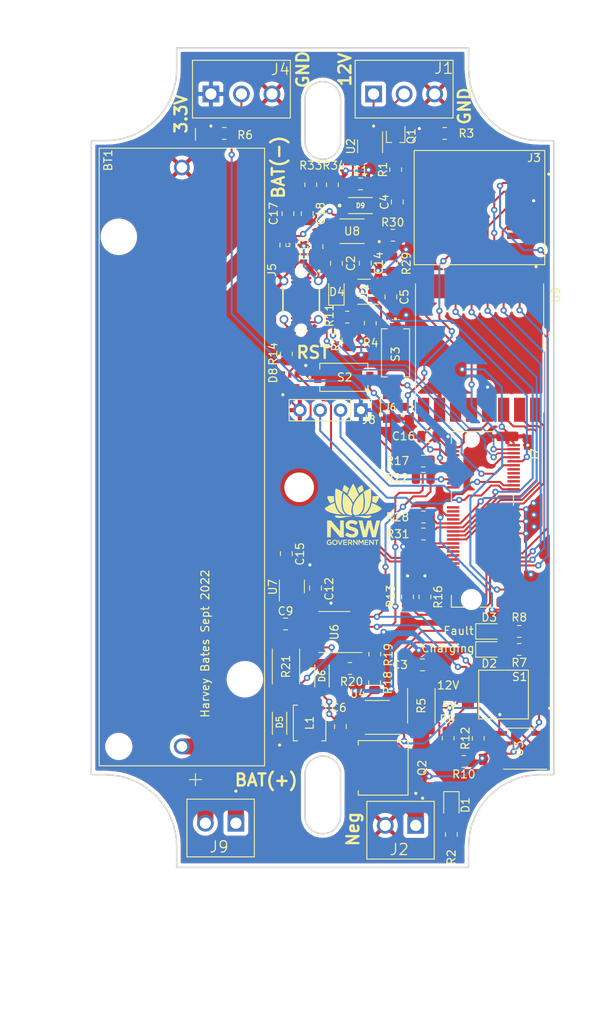
<source format=kicad_pcb>
(kicad_pcb (version 20211014) (generator pcbnew)
  (layers (0 "F.Cu" signal) (31 "B.Cu" signal) (34 "B.Paste" user) (35 "F.Paste" user) (36 "B.SilkS" user "B.Silkscreen") (37 "F.SilkS" user "F.Silkscreen") (38 "B.Mask" user) (39 "F.Mask" user) (44 "Edge.Cuts" user))
  (net 0 "")
  (net 1 "BAT(+)")
  (net 2 "GND")
  (net 3 "+12V")
  (net 4 "VBUS")
  (net 5 "Net-(C3-Pad1)")
  (net 6 "+5VP")
  (net 7 "VBAT")
  (net 8 "Net-(C6-Pad1)")
  (net 9 "Net-(C6-Pad2)")
  (net 10 "Net-(C14-Pad1)")
  (net 11 "+3.3V")
  (net 12 "Net-(C17-Pad2)")
  (net 13 "Net-(D1-Pad1)")
  (net 14 "Net-(D1-Pad2)")
  (net 15 "Net-(D2-Pad1)")
  (net 16 "Net-(D2-Pad2)")
  (net 17 "Net-(D3-Pad1)")
  (net 18 "Net-(D3-Pad2)")
  (net 19 "Net-(D4-Pad1)")
  (net 21 "PDM_DATA")
  (net 23 "PDM_CLK")
  (net 24 "Net-(J1-Pad2)")
  (net 26 "SPI_CS")
  (net 27 "SPI_MOSI")
  (net 28 "SPI_SCK")
  (net 29 "SPI_MISO")
  (net 31 "D1")
  (net 38 "Net-(J5-PadA5)")
  (net 40 "USB_D+")
  (net 42 "USB_D-")
  (net 48 "I2C_SDA")
  (net 49 "D0")
  (net 51 "RESET")
  (net 52 "3.3V_EN")
  (net 53 "BOOT")
  (net 54 "RTS1")
  (net 55 "I2C_SCL")
  (net 56 "CTS1")
  (net 57 "I2C_INT")
  (net 58 "TX1")
  (net 59 "RX1")
  (net 60 "RX2")
  (net 61 "SWDCLK")
  (net 62 "TX2")
  (net 63 "SWDIO")
  (net 64 "PWM0")
  (net 65 "A0")
  (net 68 "A1")
  (net 69 "GPIO0")
  (net 70 "CAN_RX")
  (net 71 "GPIO1")
  (net 72 "CAN_TX")
  (net 73 "GPIO2")
  (net 74 "GPIO3")
  (net 75 "PWM1")
  (net 76 "GPIO4")
  (net 77 "BATT_VIN{slash}3")
  (net 78 "I2C_SDA1")
  (net 79 "I2C_SCL1")
  (net 83 "SPI_SCK1{slash}SDIO_CLK")
  (net 84 "SPI_MOSI1{slash}SDIO_CMD")
  (net 85 "GPIO10{slash}NFC2")
  (net 86 "SPI_MISO1{slash}SDIO_DATA0")
  (net 87 "GPIO9{slash}NFC1")
  (net 88 "SDIO_DATA1")
  (net 89 "GPIO8")
  (net 90 "SDIO_DATA2")
  (net 91 "GPIO7")
  (net 92 "SPI_CS1{slash}SDIO_DATA3")
  (net 93 "GPIO6")
  (net 94 "GPIO5")
  (net 95 "Net-(L1-Pad2)")
  (net 96 "Net-(D9-Pad2)")
  (net 97 "Net-(Q2-Pad3)")
  (net 98 "Net-(R4-Pad2)")
  (net 99 "Net-(R9-Pad1)")
  (net 100 "Net-(R10-Pad1)")
  (net 101 "Net-(R12-Pad1)")
  (net 102 "Net-(R15-Pad1)")
  (net 103 "Net-(R18-Pad1)")
  (net 104 "Net-(R18-Pad2)")
  (net 105 "Net-(R30-Pad2)")
  (net 112 "Net-(J6-Pad1)")
  (net 115 "Net-(J5-PadB5)")
  (footprint "Resistor_SMD:R_0805_2012Metric" (layer "F.Cu") (at 100.95 141.8375 -90)
    (fp_text reference "R9")
    (fp_text value "23K")
  )
  (footprint "Capacitor_SMD:C_0805_2012Metric" (layer "F.Cu") (at 90 72.7)
    (fp_text reference "C1")
    (fp_text value "1uF")
  )
  (footprint "Resistor_SMD:R_0805_2012Metric" (layer "F.Cu") (at 73 66.4 180)
    (fp_text reference "R6")
    (fp_text value "4.7K")
  )
  (footprint "MIC2145BMM:MIC2145BMM" (layer "F.Cu") (at 88.95 78.6 180)
    (fp_text reference "U8")
    (fp_text value "MIC2145BMM")
  )
  (footprint "Resistor_SMD:R_0805_2012Metric" (layer "F.Cu") (at 109.825 128.525 180)
    (fp_text reference "R8")
    (fp_text value "4.7K")
  )
  (footprint "Resistor_SMD:R_2512_6332Metric" (layer "F.Cu") (at 80.7 132.9 90)
    (fp_text reference "R21")
    (fp_text value "0.1")
  )
  (footprint "9774025151R:WE_9774025151R" (layer "F.Cu") (at 82.35 110.55)
    (fp_text reference "MP1" hide)
    (fp_text value "9774025151R")
  )
  (footprint "Capacitor_SMD:C_0805_2012Metric" (layer "F.Cu") (at 94.6 74.95 -90)
    (fp_text reference "C4")
    (fp_text value "1uF")
  )
  (footprint "RFM95W-915S2:XCVR_RFM95W-915S2" (layer "F.Cu") (at 104.875 93.175 -90)
    (fp_text reference "U9")
    (fp_text value "RFM95W-915S2")
  )
  (footprint "Resistor_SMD:R_0805_2012Metric" (layer "F.Cu") (at 83.8 72.8 90)
    (fp_text reference "R33")
    (fp_text value "50K")
  )
  (footprint "Resistor_SMD:R_0805_2012Metric" (layer "F.Cu") (at 97.8625 114.25 180)
    (fp_text reference "R28")
    (fp_text value "100K")
  )
  (footprint "Resistor_SMD:R_0805_2012Metric" (layer "F.Cu") (at 88.35 89.3125)
    (fp_text reference "R11")
    (fp_text value "5.1K")
  )
  (footprint "Resistor_SMD:R_0805_2012Metric" (layer "F.Cu") (at 104.7 141.8625 -90)
    (fp_text reference "R12")
    (fp_text value "53.6K")
  )
  (footprint "Connector_PinHeader_2.54mm:PinHeader_1x04_P2.54mm_Vertical" (layer "F.Cu") (at 90.05 100.925 -90)
    (fp_text reference "J8")
    (fp_text value "Conn_01x04_Male")
  )
  (footprint "Package_SO:MSOP-12-1EP_3x4mm_P0.65mm_EP1.65x2.85mm" (layer "F.Cu") (at 92.1 139.25 180)
    (fp_text reference "U4")
    (fp_text value "LT3652IMSE")
  )
  (footprint "Resistor_SMD:R_0805_2012Metric" (layer "F.Cu") (at 95.875 124.2125 -90)
    (fp_text reference "R13")
    (fp_text value "4.7K")
  )
  (footprint "DS04-254-2-02BK-SMT:SW_DS04-254-2-02BK-SMT" (layer "F.Cu") (at 107.8625 136.4 180)
    (fp_text reference "S1")
    (fp_text value "DS04-254-2-02BK-SMT")
  )
  (footprint "Package_TO_SOT_SMD:SOT-23-5" (layer "F.Cu") (at 91.2 68 -90)
    (fp_text reference "U2")
    (fp_text value "NCP718xSN500")
  )
  (footprint "Package_TO_SOT_SMD:SOT-23-5" (layer "F.Cu") (at 90.4625 86.15 180)
    (fp_text reference "U1")
    (fp_text value "MCP73832-2-OT")
  )
  (footprint "Capacitor_SMD:C_0805_2012Metric" (layer "F.Cu") (at 80.74 118.82 90)
    (fp_text reference "C15")
    (fp_text value "1uF")
  )
  (footprint "CONUFL001-SMD-T:LINX_CONUFL001-SMD-T" (layer "F.Cu") (at 93.9125 100.5 90)
    (fp_text reference "J6")
    (fp_text value "CONUFL001-SMD-T")
  )
  (footprint "Capacitor_SMD:C_0805_2012Metric" (layer "F.Cu") (at 80.95 76.4 -90)
    (fp_text reference "C17")
    (fp_text value "100pF")
  )
  (footprint "Resistor_SMD:R_0805_2012Metric" (layer "F.Cu") (at 100.5125 66.4)
    (fp_text reference "R3")
    (fp_text value "10K")
  )
  (footprint "Resistor_SMD:R_0805_2012Metric" (layer "F.Cu") (at 97.8375 107.275)
    (fp_text reference "R17")
    (fp_text value "4.7K")
  )
  (footprint "AOD417:DPAK228P994X240_3N" (layer "F.Cu") (at 93.9 145.55 90)
    (fp_text reference "Q2")
    (fp_text value "AOD417")
  )
  (footprint "Resistor_SMD:R_0805_2012Metric" (layer "F.Cu") (at 88.6875 133.15)
    (fp_text reference "R20")
    (fp_text value "330K")
  )
  (footprint "LED_SMD:LED_0805_2012Metric" (layer "F.Cu") (at 87 86.1375 90)
    (fp_text reference "D4")
    (fp_text value "LED")
  )
  (footprint "Resistor_SMD:R_0805_2012Metric" (layer "F.Cu") (at 97.8375 109.425)
    (fp_text reference "R22")
    (fp_text value "4.7K")
  )
  (footprint "Capacitor_SMD:C_0805_2012Metric" (layer "F.Cu") (at 93.8 86.8 -90)
    (fp_text reference "C5")
    (fp_text value "4.7uF")
  )
  (footprint "PTS636_SM43J_SMTR_LFS:SW_PTS636_SM43J_SMTR_LFS" (layer "F.Cu") (at 87.925 96.825)
    (fp_text reference "S2")
    (fp_text value "RST")
  )
  (footprint "Package_TO_SOT_SMD:SOT-23-5" (layer "F.Cu") (at 81.44 122.92 90)
    (fp_text reference "U7")
    (fp_text value "LD39015M33R")
  )
  (footprint "SS34LW_RVG:SODFL3718X102N" (layer "F.Cu") (at 79.9 139.9875 90)
    (fp_text reference "D5")
    (fp_text value "SS34LW_RVG")
  )
  (footprint "TBP02R2-381-02BE:CUI_TBP02R2-381-02BE" (layer "F.Cu") (at 74.45 152.45 180)
    (fp_text reference "J9")
    (fp_text value "TBP02R2-381-02BE")
  )
  (footprint "Capacitor_SMD:C_0805_2012Metric" (layer "F.Cu") (at 90.6 82.5862 -90)
    (fp_text reference "C14")
    (fp_text value "0.01uF")
  )
  (footprint "TBP02R2-381-03BE:CUI_TBP02R2-381-03BE" (layer "F.Cu") (at 91.64 61.4775)
    (fp_text reference "J1")
    (fp_text value "TBP02R2-381-03BE")
  )
  (footprint "SS34LW_RVG:SODFL3718X102N" (layer "F.Cu") (at 85.2 134.0875 90)
    (fp_text reference "D6")
    (fp_text value "SS34LW_RVG")
  )
  (footprint "Capacitor_SMD:C_0805_2012Metric" (layer "F.Cu") (at 97.75 132.7 180)
    (fp_text reference "C3")
    (fp_text value "10uF")
  )
  (footprint "Resistor_SMD:R_0805_2012Metric" (layer "F.Cu") (at 94.05 79.1 180)
    (fp_text reference "R30")
    (fp_text value "10K")
  )
  (footprint "ST1W008S4AR1500:JAE_ST1W008S4AR1500" (layer "F.Cu") (at 105.2125 75.325 180)
    (fp_text reference "J3")
    (fp_text value "ST1W008S4AR1500")
  )
  (footprint "Resistor_SMD:R_0805_2012Metric" (layer "F.Cu") (at 101.3542 153.8638 -90)
    (fp_text reference "R2")
    (fp_text value "4.7K")
  )
  (footprint "Resistor_SMD:R_0805_2012Metric" (layer "F.Cu") (at 109.825 130.775 180)
    (fp_text reference "R7")
    (fp_text value "4.7K")
  )
  (footprint "Package_TO_SOT_SMD:SOT-323_SC-70" (layer "F.Cu") (at 94.4 66.8 -90)
    (fp_text reference "Q1")
    (fp_text value "BSS214NW")
  )
  (footprint "Capacitor_SMD:C_0805_2012Metric" (layer "F.Cu") (at 83.35 76.4 -90)
    (fp_text reference "C18")
    (fp_text value "10uF")
  )
  (footprint "Resistor_SMD:R_0805_2012Metric" (layer "F.Cu") (at 88.45 92.1375 90)
    (fp_text reference "R15")
    (fp_text value "680")
  )
  (footprint "21992304:TE_21992304" (layer "F.Cu") (at 103.85 114.55 -90)
    (fp_text reference "J7")
    (fp_text value "21992304")
  )
  (footprint "Resistor_SMD:R_0805_2012Metric" (layer "F.Cu") (at 80.75 93.9125 90)
    (fp_text reference "R14")
    (fp_text value "5.1K")
  )
  (footprint "Package_SO:SOIC-8_3.9x4.9mm_P1.27mm" (layer "F.Cu") (at 86.75 128.6 180)
    (fp_text reference "U6")
    (fp_text value "INA219BxD")
  )
  (footprint "Resistor_SMD:R_0805_2012Metric" (layer "F.Cu") (at 98.05 124.225 -90)
    (fp_text reference "R16")
    (fp_text value "4.7K")
  )
  (footprint "Resistor_SMD:R_0805_2012Metric" (layer "F.Cu") (at 94.4 70.9125 90)
    (fp_text reference "R1")
    (fp_text value "10K")
  )
  (footprint "CBC2518T100M:INDC2518X200N" (layer "F.Cu") (at 80.95 80.34 90)
    (fp_text reference "L2")
    (fp_text value "CBC2518T100M")
  )
  (footprint "Capacitor_SMD:C_0805_2012Metric" (layer "F.Cu") (at 84.39 123.12 90)
    (fp_text reference "C12")
    (fp_text value "1uF")
  )
  (footprint "Resistor_SMD:R_0805_2012Metric" (layer "F.Cu") (at 97.8625 116.375 180)
    (fp_text reference "R31")
    (fp_text value "100K")
  )
  (footprint "LED_SMD:LED_0805_2012Metric" (layer "F.Cu") (at 106.075 128.525)
    (fp_text reference "D3")
    (fp_text value "LED(Red)")
  )
  (footprint "PTS636_SM43J_SMTR_LFS:SW_PTS636_SM43J_SMTR_LFS" (layer "F.Cu") (at 94.375 93.775 -90)
    (fp_text reference "S3")
    (fp_text value "BOOT")
  )
  (footprint "1043:BAT_1043" (layer "F.Cu") (at 67.7042 106.7638 -90)
    (fp_text reference "BT1")
    (fp_text value "1043")
  )
  (footprint "Capacitor_SMD:C_0805_2012Metric" (layer "F.Cu") (at 98.55 104.225 180)
    (fp_text reference "C16")
    (fp_text value "10uF")
  )
  (footprint "LED_SMD:LED_0805_2012Metric" (layer "F.Cu") (at 101.3542 150.2013 -90)
    (fp_text reference "D1")
    (fp_text value "LED(Red)")
  )
  (footprint "Capacitor_SMD:C_0805_2012Metric" (layer "F.Cu") (at 87 82.6 90)
    (fp_text reference "C2")
    (fp_text value "4.7uF")
  )
  (footprint "Resistor_SMD:R_0805_2012Metric" (layer "F.Cu") (at 91.225 90.075 90)
    (fp_text reference "R4")
    (fp_text value "3.2K")
  )
  (footprint "SRP4020TA-5R6M:IND_SRP4020TA-5R6M" (layer "F.Cu") (at 83.65 139.95 90)
    (fp_text reference "L1")
    (fp_text value "SRP4020T-5R6M")
  )
  (footprint "TBP02R2-381-03BE:CUI_TBP02R2-381-03BE" (layer "F.Cu") (at 71.33 61.4775)
    (fp_text reference "J4")
    (fp_text value "TBP02R2-381-03BE")
  )
  (footprint "Resistor_SMD:R_0805_2012Metric" (layer "F.Cu") (at 93.9 82.6375 90)
    (fp_text reference "R29")
    (fp_text value "1M")
  )
  (footprint "TBP02R2-381-02BE:CUI_TBP02R2-381-02BE" (layer "F.Cu") (at 96.9092 152.7263 180)
    (fp_text reference "J2")
    (fp_text value "TBP02R2-381-02BE")
  )
  (footprint "BB-2020BGR-TRB:LED_BB-2020BGR-TRB" (layer "F.Cu") (at 81.175 97.275 90)
    (fp_text reference "D8")
    (fp_text value "BB-2020BGR-TRB")
  )
  (footprint "Resistor_SMD:R_0805_2012Metric" (layer "F.Cu") (at 91.7707 134.9133 -90)
    (fp_text reference "R18")
    (fp_text value "191K")
  )
  (footprint "Resistor_SMD:R_2512_6332Metric" (layer "F.Cu") (at 97.6 137.8 90)
    (fp_text reference "R5")
    (fp_text value "0.1")
  )
  (footprint "Resistor_SMD:R_0805_2012Metric" (layer "F.Cu") (at 91.7875 131.3625 90)
    (fp_text reference "R19")
    (fp_text value "70K")
  )
  (footprint "Resistor_SMD:R_0805_2012Metric" (layer "F.Cu") (at 102.9 144.75)
    (fp_text reference "R10")
    (fp_text value "27K")
  )
  (footprint "Package_SO:SOIC-8_3.9x4.9mm_P1.27mm" (layer "F.Cu") (at 109.8 143.15 180)
    (fp_text reference "U3")
    (fp_text value "INA219BxD")
  )
  (footprint "Capacitor_SMD:C_0805_2012Metric" (layer "F.Cu") (at 87.5 140.4 90)
    (fp_text reference "C6")
    (fp_text value "1uF")
  )
  (footprint "Resistor_SMD:R_0805_2012Metric" (layer "F.Cu") (at 86.5 72.8 -90)
    (fp_text reference "R34")
    (fp_text value "5K")
  )
  (footprint "LED_SMD:LED_0805_2012Metric" (layer "F.Cu") (at 106.075 130.775)
    (fp_text reference "D2")
    (fp_text value "LED(Green)")
  )
  (footprint "Capacitor_SMD:C_0805_2012Metric" (layer "F.Cu") (at 80.65 127.6 180)
    (fp_text reference "C9")
    (fp_text value "10uF")
  )
  (footprint "SM5817PL:SODFL3718X108N" (layer "F.Cu") (at 90 75.4)
    (fp_text reference "D9")
    (fp_text value "D_Schottky")
  )
  (footprint "Capacitor_SMD:C_0805_2012Metric" (layer "F.Cu") (at 84.575 80.525 90)
    (fp_text reference "C13")
    (fp_text value "10uF")
  )
  (footprint "USB4070-30-C:USB4070-30-C" (layer "F.Cu") (at 82.6 87.2 -90)
    (fp_text reference "J5")
    (fp_text value "USB4070-30-C_REVC5")
    (fp_line (start -3.54 0.29) (end -3.96 0.29) (layer "Edge.Cuts") (width 0.01))
    (fp_line (start -3.96 -0.29) (end -3.54 -0.29) (layer "Edge.Cuts") (width 0.01))
    (fp_line (start -3.54 0.29) (end -3.54 0.29) (layer "Edge.Cuts") (width 0.01))
    (fp_arc (start -3.96 0.29) (mid -4.25 0) (end -3.96 -0.29) (layer "Edge.Cuts") (width 0.01))
    (fp_arc (start -3.54 -0.29) (mid -3.25 0) (end -3.54 0.29) (layer "Edge.Cuts") (width 0.01))
  )
  (gr_poly (pts (xy 87.011005 114.067067) (xy 87.042597 114.068883) (xy 87.077909 114.071732) (xy 87.115743 114.07547) (xy 87.1549 114.079952) (xy 87.194181 114.085033) (xy 87.232387 114.09057) (xy 87.268319 114.096416) (xy 87.318756 114.104788) (xy 87.371507 114.111464) (xy 87.42955 114.11657) (xy 87.495861 114.120229) (xy 87.573417 114.122564) (xy 87.665194 114.123701) (xy 87.903318 114.122875) (xy 88.099827 114.123095) (xy 88.288729 114.125961) (xy 88.448526 114.130812) (xy 88.510793 114.133775) (xy 88.557722 114.136986) (xy 88.592767 114.140142) (xy 88.626993 114.143631) (xy 88.6602 114.147415) (xy 88.692191 114.151455) (xy 88.722766 114.155712) (xy 88.751725 114.160147) (xy 88.778871 114.164721) (xy 88.804005 114.169397) (xy 88.826926 114.174134) (xy 88.847437 114.178895) (xy 88.865338 114.18364) (xy 88.88043 114.188331) (xy 88.892515 114.192929) (xy 88.897368 114.195181) (xy 88.901394 114.197395) (xy 88.904568 114.199567) (xy 88.906867 114.201691) (xy 88.908264 114.203762) (xy 88.908735 114.205777) (xy 88.907698 114.206747) (xy 88.904653 114.207668) (xy 88.892943 114.209332) (xy 88.874412 114.210707) (xy 88.849866 114.21173) (xy 88.820111 114.21234) (xy 88.785953 114.212474) (xy 88.748198 114.212071) (xy 88.707653 114.211069) (xy 88.615573 114.209381) (xy 88.526965 114.211124) (xy 88.439514 114.216588) (xy 88.350906 114.226062) (xy 88.258826 114.239835) (xy 88.160957 114.258198) (xy 88.054986 114.281438) (xy 87.938597 114.309847) (xy 87.857024 114.329797) (xy 87.790044 114.345097) (xy 87.732408 114.356387) (xy 87.705452 114.360728) (xy 87.678864 114.364307) (xy 87.651986 114.367204) (xy 87.624163 114.369499) (xy 87.563054 114.372603) (xy 87.490286 114.37426) (xy 87.40061 114.375111) (xy 87.347934 114.374874) (xy 87.299511 114.374129) (xy 87.255046 114.37282) (xy 87.214245 114.370894) (xy 87.176813 114.368296) (xy 87.142456 114.364972) (xy 87.110879 114.360867) (xy 87.081788 114.355928) (xy 87.054888 114.350101) (xy 87.029884 114.34333) (xy 87.006482 114.335561) (xy 86.984388 114.326741) (xy 86.963307 114.316816) (xy 86.942944 114.30573) (xy 86.923004 114.29343) (xy 86.903194 114.279861) (xy 86.897671 114.27564) (xy 86.892347 114.271254) (xy 86.882317 114.262019) (xy 86.873134 114.252231) (xy 86.86483 114.241965) (xy 86.857435 114.231296) (xy 86.85098 114.220298) (xy 86.845498 114.209048) (xy 86.841017 114.197619) (xy 86.839163 114.191862) (xy 86.83757 114.186087) (xy 86.836244 114.180306) (xy 86.835188 114.174527) (xy 86.834406 114.168759) (xy 86.833901 114.163013) (xy 86.833678 114.157297) (xy 86.833741 114.15162) (xy 86.834093 114.145993) (xy 86.834738 114.140424) (xy 86.835681 114.134923) (xy 86.836924 114.129499) (xy 86.838472 114.124162) (xy 86.84033 114.118921) (xy 86.842499 114.113785) (xy 86.844986 114.108763) (xy 86.848895 114.101893) (xy 86.852782 114.095803) (xy 86.856787 114.090447) (xy 86.861054 114.085778) (xy 86.865723 114.081749) (xy 86.870938 114.078316) (xy 86.876839 114.075429) (xy 86.883571 114.073045) (xy 86.891274 114.071114) (xy 86.90009 114.069593) (xy 86.910162 114.068432) (xy 86.921632 114.067588) (xy 86.934642 114.067011) (xy 86.949334 114.066657) (xy 86.984333 114.06643)) (layer "F.SilkS") (width 0.01) (fill solid))
  (gr_poly (pts (xy 91.239457 110.716362) (xy 91.245812 110.717164) (xy 91.251622 110.718431) (xy 91.256894 110.720161) (xy 91.261637 110.72235) (xy 91.265858 110.724998) (xy 91.269564 110.728102) (xy 91.272764 110.731659) (xy 91.275466 110.735667) (xy 91.277676 110.740124) (xy 91.279403 110.745028) (xy 91.290976 110.795152) (xy 91.301207 110.857872) (xy 91.317575 111.015095) (xy 91.328361 111.204689) (xy 91.333422 111.414644) (xy 91.332612 111.632949) (xy 91.325787 111.847596) (xy 91.312802 112.046574) (xy 91.303955 112.136435) (xy 91.293513 112.217875) (xy 91.275051 112.33796) (xy 91.256279 112.445995) (xy 91.236556 112.544645) (xy 91.215241 112.636578) (xy 91.191694 112.724459) (xy 91.165273 112.810955) (xy 91.135339 112.898732) (xy 91.101249 112.990458) (xy 91.060397 113.0889) (xy 91.016028 113.183011) (xy 90.968347 113.272596) (xy 90.917557 113.357457) (xy 90.863863 113.437399) (xy 90.807469 113.512225) (xy 90.748579 113.581738) (xy 90.687397 113.645743) (xy 90.624127 113.704042) (xy 90.558974 113.756441) (xy 90.492142 113.802741) (xy 90.458159 113.823543) (xy 90.423834 113.842747) (xy 90.38919 113.860328) (xy 90.354254 113.876263) (xy 90.319052 113.890525) (xy 90.283608 113.903091) (xy 90.247948 113.913937) (xy 90.212099 113.923037) (xy 90.176084 113.930367) (xy 90.13993 113.935902) (xy 90.046444 113.946485) (xy 90.127583 113.861819) (xy 90.153038 113.83425) (xy 90.177189 113.807045) (xy 90.200094 113.780114) (xy 90.221813 113.753367) (xy 90.242406 113.726713) (xy 90.261932 113.700061) (xy 90.280449 113.673322) (xy 90.298019 113.646404) (xy 90.3147 113.619217) (xy 90.330551 113.591671) (xy 90.345632 113.563676) (xy 90.360003 113.535141) (xy 90.373723 113.505975) (xy 90.38685 113.476089) (xy 90.399446 113.445391) (xy 90.411569 113.413791) (xy 90.426393 113.370309) (xy 90.441028 113.321011) (xy 90.469309 113.207664) (xy 90.495564 113.079145) (xy 90.518946 112.940848) (xy 90.538608 112.798169) (xy 90.553701 112.656504) (xy 90.563378 112.521246) (xy 90.566792 112.397791) (xy 90.565689 112.328692) (xy 90.562513 112.252049) (xy 90.550752 112.082165) (xy 90.53312 111.900209) (xy 90.511229 111.718253) (xy 90.486693 111.548368) (xy 90.461124 111.402627) (xy 90.448455 111.342582) (xy 90.436133 111.293101) (xy 90.424358 111.25569) (xy 90.413333 111.23186) (xy 90.410278 111.227545) (xy 90.40708 111.223213) (xy 90.403764 111.218892) (xy 90.400352 111.214608) (xy 90.396868 111.210385) (xy 90.393335 111.20625) (xy 90.389776 111.202228) (xy 90.386214 111.198347) (xy 90.382673 111.19463) (xy 90.379176 111.191105) (xy 90.375745 111.187797) (xy 90.372406 111.184731) (xy 90.36918 111.181935) (xy 90.366091 111.179433) (xy 90.363162 111.177251) (xy 90.360417 111.175416) (xy 90.355701 111.172715) (xy 90.352207 111.169849) (xy 90.350951 111.168328) (xy 90.350041 111.166734) (xy 90.34949 111.165058) (xy 90.34931 111.163289) (xy 90.349515 111.161417) (xy 90.350118 111.159431) (xy 90.352572 111.155076) (xy 90.356778 111.150143) (xy 90.362842 111.144548) (xy 90.37087 111.138209) (xy 90.380967 111.131043) (xy 90.39324 111.122968) (xy 90.407794 111.1139) (xy 90.444171 111.092458) (xy 90.490945 111.066055) (xy 90.564586 111.023722) (xy 90.60703 110.999082) (xy 90.646167 110.976096) (xy 90.697484 110.947875) (xy 90.770961 110.909069) (xy 90.857006 110.864972) (xy 90.946028 110.820874) (xy 90.985932 110.8014) (xy 91.023005 110.783974) (xy 91.057308 110.768579) (xy 91.088903 110.755197) (xy 91.117852 110.74381) (xy 91.131354 110.738858) (xy 91.144217 110.734399) (xy 91.156451 110.730429) (xy 91.168061 110.726947) (xy 91.179056 110.72395) (xy 91.189445 110.721435) (xy 91.199234 110.719401) (xy 91.208431 110.717846) (xy 91.217044 110.716766) (xy 91.225081 110.716161) (xy 91.232549 110.716027)) (layer "F.SilkS") (width 0.01) (fill solid))
  (gr_poly (pts (xy 91.218983 114.068466) (xy 91.244209 114.069658) (xy 91.26667 114.071639) (xy 91.28601 114.074415) (xy 91.301872 114.077995) (xy 91.308387 114.080089) (xy 91.313899 114.082386) (xy 91.318364 114.084888) (xy 91.321736 114.087596) (xy 91.324599 114.090705) (xy 91.327236 114.094069) (xy 91.329648 114.097674) (xy 91.331837 114.101508) (xy 91.333803 114.105556) (xy 91.335549 114.109804) (xy 91.337075 114.11424) (xy 91.338383 114.11885) (xy 91.340348 114.128537) (xy 91.341456 114.138756) (xy 91.341716 114.149399) (xy 91.341139 114.160357) (xy 91.339735 114.171522) (xy 91.337515 114.182784) (xy 91.334488 114.194037) (xy 91.330666 114.205171) (xy 91.326058 114.216077) (xy 91.320675 114.226647) (xy 91.314527 114.236773) (xy 91.307624 114.246346) (xy 91.303752 114.251135) (xy 91.298805 114.25621) (xy 91.292866 114.261528) (xy 91.286017 114.267045) (xy 91.278341 114.272717) (xy 91.269921 114.2785) (xy 91.26084 114.28435) (xy 91.25118 114.290223) (xy 91.241024 114.296076) (xy 91.230454 114.301864) (xy 91.208405 114.313071) (xy 91.185695 114.323493) (xy 91.174299 114.328299) (xy 91.162985 114.332777) (xy 91.127708 114.345738) (xy 91.095076 114.355763) (xy 91.078719 114.359791) (xy 91.061783 114.363225) (xy 91.043854 114.366111) (xy 91.024521 114.368496) (xy 90.979983 114.371948) (xy 90.924861 114.373953) (xy 90.855849 114.374883) (xy 90.769639 114.375111) (xy 90.680397 114.37426) (xy 90.607692 114.372603) (xy 90.575938 114.371272) (xy 90.546397 114.369499) (xy 90.518426 114.367204) (xy 90.491385 114.364307) (xy 90.464634 114.360728) (xy 90.437532 114.356387) (xy 90.409437 114.351203) (xy 90.379709 114.345097) (xy 90.312791 114.329797) (xy 90.231652 114.309847) (xy 90.118054 114.28201) (xy 90.01508 114.259135) (xy 89.920291 114.24089) (xy 89.83125 114.226944) (xy 89.788121 114.22148) (xy 89.745515 114.216967) (xy 89.703126 114.213363) (xy 89.660649 114.210628) (xy 89.574212 114.207596) (xy 89.483764 114.207541) (xy 89.402873 114.208643) (xy 89.342983 114.209084) (xy 89.320397 114.208954) (xy 89.302441 114.208533) (xy 89.288909 114.207782) (xy 89.283737 114.20727) (xy 89.279593 114.206659) (xy 89.276452 114.205945) (xy 89.274288 114.205123) (xy 89.273074 114.204186) (xy 89.272816 114.203674) (xy 89.272786 114.203131) (xy 89.273397 114.201952) (xy 89.27488 114.200644) (xy 89.277212 114.199201) (xy 89.280365 114.197619) (xy 89.289033 114.194016) (xy 89.300677 114.189792) (xy 89.332069 114.179319) (xy 89.388858 114.165607) (xy 89.464912 114.153632) (xy 89.559652 114.143476) (xy 89.6725 114.135222) (xy 89.802876 114.128952) (xy 89.950202 114.124749) (xy 90.113899 114.122695) (xy 90.293388 114.122875) (xy 90.415524 114.123116) (xy 90.520048 114.122489) (xy 90.609028 114.120952) (xy 90.684531 114.118465) (xy 90.748624 114.114985) (xy 90.803373 114.110472) (xy 90.850846 114.104884) (xy 90.89311 114.09818) (xy 90.926372 114.091918) (xy 90.960435 114.086367) (xy 90.994942 114.081534) (xy 91.029537 114.077427) (xy 91.063863 114.074053) (xy 91.097564 114.071422) (xy 91.130283 114.069539) (xy 91.161663 114.068414) (xy 91.191349 114.068054)) (layer "F.SilkS") (width 0.01) (fill solid))
  (gr_poly (pts (xy 92.277763 111.697527) (xy 92.286608 111.710055) (xy 92.293948 111.723255) (xy 92.29977 111.737261) (xy 92.304057 111.752208) (xy 92.306793 111.768229) (xy 92.307964 111.78546) (xy 92.307553 111.804034) (xy 92.305545 111.824086) (xy 92.301926 111.84575) (xy 92.296678 111.869161) (xy 92.289787 111.894454) (xy 92.281237 111.921761) (xy 92.271013 111.951218) (xy 92.259099 111.98296) (xy 92.245479 112.01712) (xy 92.230139 112.053832) (xy 92.217723 112.081894) (xy 92.202581 112.113371) (xy 92.18513 112.147586) (xy 92.165784 112.183864) (xy 92.123075 112.259897) (xy 92.077783 112.336055) (xy 92.033234 112.40692) (xy 92.012279 112.438676) (xy 91.992758 112.467079) (xy 91.975087 112.49145) (xy 91.959682 112.511114) (xy 91.946959 112.525393) (xy 91.937333 112.533611) (xy 91.934848 112.534525) (xy 91.930763 112.534644) (xy 91.925175 112.533998) (xy 91.918179 112.532618) (xy 91.900343 112.527781) (xy 91.878023 112.520381) (xy 91.851981 112.510666) (xy 91.822984 112.498884) (xy 91.791795 112.485283) (xy 91.759181 112.47011) (xy 91.690362 112.438939) (xy 91.621377 112.408595) (xy 91.559999 112.38255) (xy 91.534591 112.372225) (xy 91.514 112.364277) (xy 91.502335 112.359766) (xy 91.491789 112.355475) (xy 91.482323 112.351375) (xy 91.477983 112.349388) (xy 91.473899 112.347438) (xy 91.470065 112.345521) (xy 91.466477 112.343635) (xy 91.46313 112.341775) (xy 91.460019 112.339938) (xy 91.457139 112.33812) (xy 91.454485 112.336318) (xy 91.452054 112.334528) (xy 91.449838 112.332748) (xy 91.447835 112.330972) (xy 91.446039 112.329198) (xy 91.444445 112.327422) (xy 91.443048 112.32564) (xy 91.441844 112.32385) (xy 91.440827 112.322047) (xy 91.439994 112.320227) (xy 91.439338 112.318388) (xy 91.438855 112.316526) (xy 91.438541 112.314637) (xy 91.43839 112.312718) (xy 91.438397 112.310764) (xy 91.438559 112.308774) (xy 91.438869 112.306742) (xy 91.439323 112.304666) (xy 91.439917 112.302541) (xy 91.443319 112.290186) (xy 91.446876 112.27332) (xy 91.454248 112.228182) (xy 91.461621 112.171386) (xy 91.468579 112.107191) (xy 91.474712 112.039853) (xy 91.479603 111.973631) (xy 91.482842 111.912784) (xy 91.484013 111.861569) (xy 91.484148 111.832394) (xy 91.484599 111.806268) (xy 91.485432 111.783016) (xy 91.486013 111.772412) (xy 91.486714 111.762461) (xy 91.487545 111.75314) (xy 91.488513 111.744427) (xy 91.489628 111.736301) (xy 91.490897 111.72874) (xy 91.492328 111.721721) (xy 91.493931 111.715223) (xy 91.495714 111.709224) (xy 91.497684 111.703701) (xy 91.499851 111.698633) (xy 91.502222 111.693998) (xy 91.504807 111.689774) (xy 91.507613 111.685938) (xy 91.510649 111.68247) (xy 91.513924 111.679346) (xy 91.517445 111.676545) (xy 91.521221 111.674046) (xy 91.525261 111.671825) (xy 91.529573 111.669862) (xy 91.534165 111.668133) (xy 91.539046 111.666618) (xy 91.544224 111.665294) (xy 91.549708 111.66414) (xy 91.555505 111.663132) (xy 91.561625 111.66225) (xy 91.607542 111.659383) (xy 91.692153 111.656517) (xy 91.803223 111.654312) (xy 91.928514 111.65343) (xy 92.240722 111.649902)) (layer "F.SilkS") (width 0.01) (fill solid))
  (gr_poly (pts (xy 88.667055 117.100729) (xy 88.705117 117.101945) (xy 88.740367 117.103947) (xy 88.756834 117.105236) (xy 88.772475 117.106713) (xy 88.787248 117.108377) (xy 88.801111 117.110224) (xy 88.814023 117.112252) (xy 88.825943 117.114458) (xy 88.83683 117.11684) (xy 88.846641 117.119395) (xy 88.855337 117.12212) (xy 88.862875 117.125014) (xy 88.869592 117.128029) (xy 88.876176 117.131441) (xy 88.88262 117.135233) (xy 88.888916 117.13939) (xy 88.901031 117.148729) (xy 88.912457 117.159326) (xy 88.923127 117.171051) (xy 88.932979 117.183769) (xy 88.941947 117.197351) (xy 88.949967 117.211664) (xy 88.956974 117.226577) (xy 88.962903 117.241957) (xy 88.967691 117.257673) (xy 88.971272 117.273594) (xy 88.973581 117.289586) (xy 88.974555 117.30552) (xy 88.974128 117.321262) (xy 88.973369 117.32902) (xy 88.972236 117.336681) (xy 88.971066 117.341892) (xy 88.969549 117.34726) (xy 88.967703 117.352767) (xy 88.965542 117.358395) (xy 88.960342 117.369938) (xy 88.954074 117.381742) (xy 88.946865 117.39366) (xy 88.938843 117.405544) (xy 88.930133 117.417247) (xy 88.920863 117.428623) (xy 88.911159 117.439523) (xy 88.901147 117.4498) (xy 88.890954 117.459307) (xy 88.880707 117.467897) (xy 88.870532 117.475422) (xy 88.860556 117.481736) (xy 88.855683 117.484392) (xy 88.850906 117.48669) (xy 88.846243 117.488612) (xy 88.841708 117.490138) (xy 88.840483 117.490738) (xy 88.839455 117.491543) (xy 88.838623 117.492553) (xy 88.837987 117.493766) (xy 88.837548 117.495183) (xy 88.837305 117.496801) (xy 88.837408 117.500639) (xy 88.838297 117.505274) (xy 88.839972 117.510696) (xy 88.842431 117.516898) (xy 88.845677 117.523873) (xy 88.849707 117.531613) (xy 88.854524 117.54011) (xy 88.860125 117.549356) (xy 88.866512 117.559344) (xy 88.873685 117.570065) (xy 88.881643 117.581513) (xy 88.899916 117.606555) (xy 88.915987 117.629217) (xy 88.930922 117.650597) (xy 88.94441 117.670241) (xy 88.956141 117.687694) (xy 88.965804 117.702501) (xy 88.973091 117.714208) (xy 88.975746 117.718756) (xy 88.97769 117.722358) (xy 88.978885 117.724959) (xy 88.979189 117.725865) (xy 88.979292 117.726499) (xy 88.979205 117.727145) (xy 88.978947 117.72776) (xy 88.978522 117.728344) (xy 88.977935 117.728897) (xy 88.976292 117.72991) (xy 88.974055 117.730799) (xy 88.97126 117.731564) (xy 88.967944 117.732205) (xy 88.964141 117.732722) (xy 88.959889 117.733114) (xy 88.955223 117.733383) (xy 88.95018 117.733528) (xy 88.939108 117.733445) (xy 88.92696 117.732866) (xy 88.914027 117.731791) (xy 88.903878 117.730698) (xy 88.894514 117.729331) (xy 88.885812 117.727582) (xy 88.877647 117.725342) (xy 88.869896 117.722502) (xy 88.862434 117.718955) (xy 88.855137 117.71459) (xy 88.847882 117.709301) (xy 88.840544 117.702979) (xy 88.832999 117.695514) (xy 88.825123 117.686799) (xy 88.816793 117.676725) (xy 88.807884 117.665183) (xy 88.798273 117.652065) (xy 88.787834 117.637262) (xy 88.776445 117.620667) (xy 88.764181 117.603489) (xy 88.753077 117.588255) (xy 88.74297 117.57484) (xy 88.733698 117.56312) (xy 88.725098 117.55297) (xy 88.717007 117.544268) (xy 88.713101 117.540421) (xy 88.709262 117.536889) (xy 88.705468 117.533656) (xy 88.7017 117.530708) (xy 88.697937 117.528029) (xy 88.694159 117.525603) (xy 88.690346 117.523414) (xy 88.686476 117.521448) (xy 88.682531 117.519688) (xy 88.678489 117.51812) (xy 88.674329 117.516727) (xy 88.670033 117.515495) (xy 88.665579 117.514407) (xy 88.660947 117.513448) (xy 88.651068 117.511857) (xy 88.640233 117.510596) (xy 88.628279 117.509541) (xy 88.555958 117.50425) (xy 88.555958 117.735319) (xy 88.450125 117.735319) (xy 88.450125 117.417819) (xy 88.555958 117.417819) (xy 88.667083 117.417819) (xy 88.692167 117.417462) (xy 88.715201 117.416365) (xy 88.725968 117.415529) (xy 88.736245 117.414494) (xy 88.74604 117.413256) (xy 88.75536 117.411811) (xy 88.764212 117.410154) (xy 88.772604 117.408281) (xy 88.780543 117.406186) (xy 88.788037 117.403867) (xy 88.795092 117.401317) (xy 88.801718 117.398533) (xy 88.80792 117.395509) (xy 88.813706 117.392243) (xy 88.819084 117.388728) (xy 88.824062 117.384961) (xy 88.828646 117.380936) (xy 88.832844 117.37665) (xy 88.836663 117.372098) (xy 88.840112 117.367275) (xy 88.843196 117.362177) (xy 88.845925 117.356799) (xy 88.848305 117.351138) (xy 88.850343 117.345187) (xy 88.852047 117.338943) (xy 88.853425 117.332401) (xy 88.854484 117.325557) (xy 88.855231 117.318407) (xy 88.855673 117.310944) (xy 88.855819 117.303166) (xy 88.85569 117.294289) (xy 88.855282 117.286137) (xy 88.854564 117.278652) (xy 88.854078 117.275141) (xy 88.853504 117.271774) (xy 88.852837 117.268544) (xy 88.852073 117.265444) (xy 88.851208 117.262466) (xy 88.850238 117.259603) (xy 88.84916 117.256846) (xy 88.84797 117.25419) (xy 88.846663 117.251626) (xy 88.845236 117.249147) (xy 88.843685 117.246745) (xy 88.842006 117.244414) (xy 88.840195 117.242145) (xy 88.838249 117.239931) (xy 88.836163 117.237765) (xy 88.833934 117.23564) (xy 88.831557 117.233548) (xy 88.82903 117.231481) (xy 88.823506 117.227394) (xy 88.81733 117.223319) (xy 88.810473 117.219199) (xy 88.802902 117.214972) (xy 88.797168 117.212349) (xy 88.7906 117.209783) (xy 88.783272 117.20729) (xy 88.775259 117.204884) (xy 88.766637 117.202582) (xy 88.757479 117.200399) (xy 88.73786 117.196451) (xy 88.717 117.193164) (xy 88.695499 117.190663) (xy 88.673956 117.189071) (xy 88.663357 117.188655) (xy 88.652972 117.188513) (xy 88.555958 117.188513) (xy 88.555958 117.417819) (xy 88.450125 117.417819) (xy 88.450125 117.100319) (xy 88.626513 117.100319)) (layer "F.SilkS") (width 0.01) (fill solid))
  (gr_poly (pts (xy 90.256868 111.297861) (xy 90.262418 111.300122) (xy 90.267729 111.303985) (xy 90.272829 111.309527) (xy 90.277742 111.316826) (xy 90.282495 111.32596) (xy 90.287114 111.337006) (xy 90.291625 111.350041) (xy 90.296053 111.365144) (xy 90.300423 111.382391) (xy 90.304763 111.40186) (xy 90.309098 111.423628) (xy 90.317855 111.474375) (xy 90.326902 111.535249) (xy 90.346984 111.675258) (xy 90.362538 111.794431) (xy 90.374 111.899878) (xy 90.381803 111.998711) (xy 90.386382 112.09804) (xy 90.38817 112.204976) (xy 90.387602 112.326629) (xy 90.385112 112.47011) (xy 90.381119 112.624265) (xy 90.375327 112.756467) (xy 90.371557 112.815796) (xy 90.367097 112.871388) (xy 90.361867 112.923829) (xy 90.355787 112.973701) (xy 90.348776 113.021588) (xy 90.340756 113.068076) (xy 90.331645 113.113746) (xy 90.321363 113.159185) (xy 90.309831 113.204974) (xy 90.296969 113.251699) (xy 90.266931 113.350291) (xy 90.246831 113.405716) (xy 90.223044 113.460072) (xy 90.195768 113.513157) (xy 90.165204 113.564769) (xy 90.131549 113.614706) (xy 90.095003 113.662768) (xy 90.055765 113.708752) (xy 90.014033 113.752458) (xy 89.970007 113.793683) (xy 89.923885 113.832226) (xy 89.875867 113.867885) (xy 89.826151 113.900459) (xy 89.774937 113.929747) (xy 89.722423 113.955547) (xy 89.668808 113.977656) (xy 89.614291 113.995875) (xy 89.590075 114.002737) (xy 89.566373 114.008772) (xy 89.543182 114.013979) (xy 89.520498 114.018357) (xy 89.49832 114.021906) (xy 89.476645 114.024625) (xy 89.455468 114.026513) (xy 89.434788 114.02757) (xy 89.414602 114.027794) (xy 89.394906 114.027186) (xy 89.375697 114.025745) (xy 89.356974 114.02347) (xy 89.338732 114.02036) (xy 89.32097 114.016415) (xy 89.303683 114.011634) (xy 89.28687 114.006017) (xy 89.270527 113.999562) (xy 89.254651 113.99227) (xy 89.23924 113.984139) (xy 89.22429 113.97517) (xy 89.209799 113.96536) (xy 89.195763 113.95471) (xy 89.18218 113.943219) (xy 89.169048 113.930886) (xy 89.156362 113.917711) (xy 89.14412 113.903693) (xy 89.13232 113.888832) (xy 89.120958 113.873126) (xy 89.110031 113.856575) (xy 89.099537 113.839179) (xy 89.089472 113.820936) (xy 89.079834 113.801847) (xy 89.068041 113.776019) (xy 89.063164 113.763481) (xy 89.058915 113.750667) (xy 89.055255 113.73718) (xy 89.052145 113.722627) (xy 89.049547 113.706611) (xy 89.047422 113.688738) (xy 89.044435 113.645836) (xy 89.042874 113.590759) (xy 89.04243 113.520345) (xy 89.042791 113.43143) (xy 89.043101 113.343766) (xy 89.04428 113.271522) (xy 89.045311 113.240059) (xy 89.046698 113.211102) (xy 89.048489 113.184202) (xy 89.050729 113.158909) (xy 89.053465 113.134774) (xy 89.056744 113.111346) (xy 89.060612 113.088177) (xy 89.065115 113.064817) (xy 89.070301 113.040815) (xy 89.076215 113.015724) (xy 89.090416 112.960471) (xy 89.110292 112.889447) (xy 89.131027 112.820986) (xy 89.152815 112.754716) (xy 89.175855 112.690265) (xy 89.200341 112.627262) (xy 89.22647 112.565333) (xy 89.254439 112.504106) (xy 89.284444 112.443211) (xy 89.316682 112.382274) (xy 89.351348 112.320924) (xy 89.388639 112.258788) (xy 89.428752 112.195495) (xy 89.471883 112.130672) (xy 89.518228 112.063948) (xy 89.567984 111.994949) (xy 89.621347 111.923305) (xy 89.645198 111.892782) (xy 89.672754 111.85912) (xy 89.736937 111.784537) (xy 89.8098 111.703877) (xy 89.887253 111.62146) (xy 89.965202 111.541606) (xy 90.039554 111.468635) (xy 90.106217 111.406868) (xy 90.135386 111.381535) (xy 90.161097 111.360624) (xy 90.177406 111.347767) (xy 90.193012 111.33582) (xy 90.207544 111.32503) (xy 90.220628 111.315645) (xy 90.231894 111.307914) (xy 90.236728 111.304747) (xy 90.240968 111.302085) (xy 90.244567 111.299962) (xy 90.247479 111.298406) (xy 90.249658 111.29745) (xy 90.250457 111.297207) (xy 90.251056 111.297125)) (layer "F.SilkS") (width 0.01) (fill solid))
  (gr_poly (pts (xy 86.527486 114.92368) (xy 86.608845 115.02006) (xy 86.680944 115.104699) (xy 86.735845 115.168502) (xy 86.765611 115.202375) (xy 87.127208 115.625708) (xy 87.453527 116.010235) (xy 87.458819 115.347013) (xy 87.462347 114.683791) (xy 87.920958 114.683791) (xy 87.920958 116.782819) (xy 87.448236 116.782819) (xy 87.381208 116.698151) (xy 87.345214 116.654689) (xy 87.296982 116.597831) (xy 87.188945 116.472375) (xy 86.844986 116.070207) (xy 86.684252 115.878826) (xy 86.631418 115.816207) (xy 86.61514 115.797218) (xy 86.606861 115.787985) (xy 86.566071 115.740801) (xy 86.531206 115.700177) (xy 86.492208 115.65393) (xy 86.413715 115.561987) (xy 86.361681 115.500472) (xy 86.358026 115.496237) (xy 86.354349 115.492145) (xy 86.350673 115.488213) (xy 86.347018 115.484459) (xy 86.343404 115.480902) (xy 86.339852 115.477558) (xy 86.336383 115.474448) (xy 86.333017 115.471588) (xy 86.329775 115.468997) (xy 86.326678 115.466693) (xy 86.323746 115.464693) (xy 86.321 115.463017) (xy 86.318461 115.461681) (xy 86.317276 115.461147) (xy 86.31615 115.460705) (xy 86.315086 115.460357) (xy 86.314086 115.460106) (xy 86.313154 115.459954) (xy 86.312291 115.459902) (xy 86.309659 115.473421) (xy 86.30711 115.512158) (xy 86.30259 115.654371) (xy 86.299393 115.864715) (xy 86.29818 116.121361) (xy 86.29818 116.782819) (xy 85.839569 116.782819) (xy 85.839569 114.683791) (xy 86.324639 114.683791)) (layer "F.SilkS") (width 0.01) (fill solid))
  (gr_poly (pts (xy 88.95592 114.642781) (xy 89.019895 114.647652) (xy 89.084408 114.654963) (xy 89.147846 114.664671) (xy 89.178658 114.670411) (xy 89.208596 114.676736) (xy 89.233855 114.683354) (xy 89.261675 114.691815) (xy 89.291557 114.701893) (xy 89.323001 114.713364) (xy 89.355511 114.726003) (xy 89.388586 114.739585) (xy 89.421728 114.753885) (xy 89.454439 114.768678) (xy 89.486219 114.783741) (xy 89.516571 114.798847) (xy 89.544995 114.813773) (xy 89.570993 114.828292) (xy 89.594066 114.842182) (xy 89.613716 114.855216) (xy 89.629443 114.86717) (xy 89.64075 114.877819) (xy 89.646169 114.884321) (xy 89.650368 114.89089) (xy 89.653121 114.897965) (xy 89.654199 114.905986) (xy 89.653376 114.915392) (xy 89.650423 114.926622) (xy 89.645114 114.940116) (xy 89.637222 114.956312) (xy 89.626518 114.97565) (xy 89.612775 114.99857) (xy 89.575265 115.056909) (xy 89.522873 115.134844) (xy 89.453778 115.235888) (xy 89.453056 115.236431) (xy 89.451891 115.236741) (xy 89.448279 115.23668) (xy 89.443034 115.235741) (xy 89.436249 115.233959) (xy 89.418431 115.228012) (xy 89.395569 115.219131) (xy 89.368408 115.207604) (xy 89.337692 115.19372) (xy 89.304164 115.17777) (xy 89.26857 115.160041) (xy 89.215136 115.132787) (xy 89.192008 115.121389) (xy 89.170839 115.111341) (xy 89.151302 115.102545) (xy 89.133074 115.094898) (xy 89.115827 115.0883) (xy 89.099236 115.082651) (xy 89.082976 115.077849) (xy 89.066721 115.073793) (xy 89.050146 115.070384) (xy 89.032925 115.06752) (xy 89.014732 115.0651) (xy 88.995242 115.063024) (xy 88.951069 115.059499) (xy 88.929913 115.058239) (xy 88.909438 115.057433) (xy 88.889644 115.057083) (xy 88.87053 115.057188) (xy 88.852095 115.057749) (xy 88.83434 115.058767) (xy 88.817262 115.060242) (xy 88.800863 115.062173) (xy 88.78514 115.064562) (xy 88.770094 115.067408) (xy 88.755723 115.070713) (xy 88.742027 115.074476) (xy 88.729006 115.078697) (xy 88.716658 115.083377) (xy 88.704984 115.088517) (xy 88.693982 115.094116) (xy 88.683652 115.100175) (xy 88.673993 115.106695) (xy 88.665004 115.113675) (xy 88.656685 115.121116) (xy 88.649036 115.129018) (xy 88.642055 115.137381) (xy 88.635742 115.146207) (xy 88.630096 115.155494) (xy 88.625117 115.165244) (xy 88.620804 115.175457) (xy 88.617156 115.186133) (xy 88.614173 115.197273) (xy 88.611854 115.208876) (xy 88.610198 115.220944) (xy 88.609205 115.233476) (xy 88.608874 115.246472) (xy 88.610231 115.26618) (xy 88.613691 115.284992) (xy 88.619332 115.302961) (xy 88.62723 115.320142) (xy 88.637465 115.336589) (xy 88.650113 115.352357) (xy 88.665252 115.367499) (xy 88.682959 115.382071) (xy 88.703311 115.396126) (xy 88.726387 115.409718) (xy 88.752264 115.422902) (xy 88.78102 115.435732) (xy 88.812731 115.448262) (xy 88.847475 115.460547) (xy 88.885331 115.47264) (xy 88.926374 115.484597) (xy 89.007178 115.507386) (xy 89.081177 115.528911) (xy 89.148757 115.549357) (xy 89.210306 115.568905) (xy 89.266212 115.587741) (xy 89.316863 115.606047) (xy 89.362646 115.624006) (xy 89.403948 115.641803) (xy 89.441158 115.659621) (xy 89.474662 115.677642) (xy 89.490146 115.686787) (xy 89.504849 115.696052) (xy 89.518819 115.705459) (xy 89.532106 115.715032) (xy 89.544756 115.724794) (xy 89.55682 115.734767) (xy 89.568344 115.744974) (xy 89.579379 115.75544) (xy 89.589972 115.766185) (xy 89.600171 115.777234) (xy 89.619583 115.800333) (xy 89.635444 115.820673) (xy 89.649982 115.840764) (xy 89.663239 115.860732) (xy 89.675255 115.8807) (xy 89.686073 115.900792) (xy 89.695733 115.921132) (xy 89.704277 115.941844) (xy 89.711746 115.963052) (xy 89.718181 115.98488) (xy 89.723625 116.007452) (xy 89.728117 116.030892) (xy 89.7317 116.055325) (xy 89.734415 116.080874) (xy 89.736303 116.107663) (xy 89.737405 116.135816) (xy 89.737764 116.165458) (xy 89.736523 116.211966) (xy 89.734973 116.234629) (xy 89.732803 116.256898) (xy 89.730012 116.278771) (xy 89.726601 116.300248) (xy 89.722571 116.321329) (xy 89.71792 116.342012) (xy 89.712649 116.362298) (xy 89.706758 116.382185) (xy 89.700246 116.401672) (xy 89.693115 116.42076) (xy 89.685364 116.439448) (xy 89.676992 116.457734) (xy 89.668 116.475618) (xy 89.658389 116.4931) (xy 89.648157 116.510179) (xy 89.637304 116.526854) (xy 89.625832 116.543125) (xy 89.61374 116.558991) (xy 89.601028 116.574451) (xy 89.587695 116.589505) (xy 89.573742 116.604152) (xy 89.55917 116.618391) (xy 89.543977 116.632222) (xy 89.528164 116.645644) (xy 89.511731 116.658657) (xy 89.494677 116.67126) (xy 89.477004 116.683451) (xy 89.458711 116.695231) (xy 89.439797 116.706599) (xy 89.420263 116.717555) (xy 89.39236 116.732131) (xy 89.364139 116.74545) (xy 89.33549 116.757533) (xy 89.3063 116.768405) (xy 89.276459 116.778088) (xy 89.245856 116.786605) (xy 89.214379 116.793981) (xy 89.181918 116.800238) (xy 89.148362 116.805399) (xy 89.113598 116.809488) (xy 89.077518 116.812527) (xy 89.040008 116.814541) (xy 89.000958 116.815553) (xy 88.960257 116.815585) (xy 88.917795 116.814661) (xy 88.873458 116.812805) (xy 88.821287 116.808864) (xy 88.769368 116.803024) (xy 88.717832 116.795329) (xy 88.666808 116.785823) (xy 88.616424 116.774549) (xy 88.56681 116.761552) (xy 88.518096 116.746875) (xy 88.47041 116.730563) (xy 88.423881 116.71266) (xy 88.378639 116.693208) (xy 88.334813 116.672253) (xy 88.292532 116.649838) (xy 88.251926 116.626007) (xy 88.213123 116.600804) (xy 88.176252 116.574273) (xy 88.141444 116.546458) (xy 88.072653 116.486485) (xy 88.122042 116.414166) (xy 88.132508 116.399917) (xy 88.142602 116.386495) (xy 88.147445 116.380197) (xy 88.152117 116.374231) (xy 88.156593 116.368636) (xy 88.160847 116.363454) (xy 88.164853 116.358728) (xy 88.168585 116.354497) (xy 88.172017 116.350804) (xy 88.175124 116.34769) (xy 88.177879 116.345195) (xy 88.179117 116.344194) (xy 88.180257 116.343362) (xy 88.181297 116.342707) (xy 88.182232 116.342232) (xy 88.18306 116.341944) (xy 88.183778 116.341847) (xy 88.185094 116.341089) (xy 88.18703 116.339504) (xy 88.192598 116.33402) (xy 88.200149 116.325724) (xy 88.209355 116.314947) (xy 88.219883 116.302021) (xy 88.231403 116.287276) (xy 88.243585 116.271043) (xy 88.256097 116.253652) (xy 88.262374 116.244523) (xy 88.268613 116.235682) (xy 88.274774 116.227173) (xy 88.280819 116.219036) (xy 88.286709 116.211312) (xy 88.292405 116.204043) (xy 88.297868 116.19727) (xy 88.303061 116.191034) (xy 88.307943 116.185377) (xy 88.312476 116.180341) (xy 88.316622 116.175965) (xy 88.320341 116.172293) (xy 88.323595 116.169365) (xy 88.326346 116.167222) (xy 88.32752 116.166458) (xy 88.328553 116.165906) (xy 88.329442 116.165571) (xy 88.33018 116.165458) (xy 88.332051 116.165844) (xy 88.334979 116.166977) (xy 88.343768 116.171329) (xy 88.35607 116.178201) (xy 88.371411 116.187286) (xy 88.389316 116.198272) (xy 88.409307 116.21085) (xy 88.453653 116.23954) (xy 88.499559 116.268719) (xy 88.546484 116.295365) (xy 88.594164 116.319427) (xy 88.642334 116.340854) (xy 88.690732 116.359594) (xy 88.739093 116.375595) (xy 88.787155 116.388805) (xy 88.834653 116.399173) (xy 88.881325 116.406647) (xy 88.926906 116.411176) (xy 88.971133 116.412707) (xy 89.013743 116.411189) (xy 89.054472 116.406571) (xy 89.093056 116.398801) (xy 89.111461 116.393717) (xy 89.129232 116.387826) (xy 89.146334 116.381121) (xy 89.162736 116.373596) (xy 89.178534 116.365375) (xy 89.193189 116.356612) (xy 89.206706 116.347342) (xy 89.219087 116.337602) (xy 89.230339 116.327428) (xy 89.240464 116.316856) (xy 89.249467 116.305922) (xy 89.257352 116.294662) (xy 89.264124 116.283114) (xy 89.269786 116.271312) (xy 89.274343 116.259293) (xy 89.277799 116.247093) (xy 89.280158 116.234748) (xy 89.281425 116.222295) (xy 89.281603 116.209769) (xy 89.280696 116.197208) (xy 89.27871 116.184646) (xy 89.275648 116.172121) (xy 89.271515 116.159667) (xy 89.266313 116.147323) (xy 89.260049 116.135123) (xy 89.252726 116.123104) (xy 89.244347 116.111302) (xy 89.234918 116.099753) (xy 89.224443 116.088494) (xy 89.212925 116.07756) (xy 89.20037 116.066988) (xy 89.18678 116.056813) (xy 89.172161 116.047073) (xy 89.156516 116.037803) (xy 89.139851 116.02904) (xy 89.122168 116.020819) (xy 89.101538 116.012458) (xy 89.07355 116.002215) (xy 89.039443 115.990526) (xy 89.000458 115.977824) (xy 88.957835 115.964543) (xy 88.912815 115.951117) (xy 88.866637 115.937982) (xy 88.820541 115.925569) (xy 88.731876 115.900327) (xy 88.650887 115.874695) (xy 88.577273 115.848407) (xy 88.510731 115.821196) (xy 88.480017 115.807162) (xy 88.450958 115.792797) (xy 88.423516 115.778069) (xy 88.397652 115.762943) (xy 88.37333 115.747388) (xy 88.350512 115.731369) (xy 88.329159 115.714853) (xy 88.309234 115.697807) (xy 88.290699 115.680198) (xy 88.273517 115.661992) (xy 88.257649 115.643157) (xy 88.243057 115.623658) (xy 88.229705 115.603463) (xy 88.217554 115.582539) (xy 88.206566 115.560852) (xy 88.196704 115.538368) (xy 88.187929 115.515055) (xy 88.180205 115.49088) (xy 88.173492 115.465808) (xy 88.167754 115.439807) (xy 88.162953 115.412844) (xy 88.159051 115.384885) (xy 88.153791 115.325847) (xy 88.152653 115.292445) (xy 88.152868 115.259717) (xy 88.154427 115.227673) (xy 88.15732 115.196325) (xy 88.161535 115.165685) (xy 88.167062 115.135765) (xy 88.173892 115.106577) (xy 88.182014 115.078131) (xy 88.191418 115.050439) (xy 88.202092 115.023514) (xy 88.214028 114.997366) (xy 88.227214 114.972008) (xy 88.24164 114.947451) (xy 88.257296 114.923706) (xy 88.274172 114.900786) (xy 88.292257 114.878701) (xy 88.311541 114.857464) (xy 88.332013 114.837086) (xy 88.353664 114.817579) (xy 88.376483 114.798954) (xy 88.400459 114.781223) (xy 88.425582 114.764398) (xy 88.451842 114.74849) (xy 88.479229 114.733511) (xy 88.507732 114.719472) (xy 88.537341 114.706386) (xy 88.568045 114.694263) (xy 88.599835 114.683116) (xy 88.632699 114.672956) (xy 88.666628 114.663794) (xy 88.701611 114.655643) (xy 88.737638 114.648513) (xy 88.759516 114.645536) (xy 88.783341 114.643215) (xy 88.808913 114.641545) (xy 88.83603 114.640521) (xy 88.894094 114.64039)) (layer "F.SilkS") (width 0.01) (fill solid))
  (gr_poly (pts (xy 86.982261 110.718242) (xy 87.01158 110.727419) (xy 87.049855 110.741935) (xy 87.095816 110.76115) (xy 87.205725 110.811128) (xy 87.331158 110.872248) (xy 87.461964 110.939403) (xy 87.587996 111.007488) (xy 87.699104 111.071398) (xy 87.745889 111.100192) (xy 87.785138 111.126027) (xy 87.834529 111.159541) (xy 87.79925 111.198346) (xy 87.789297 111.209562) (xy 87.779899 111.222179) (xy 87.770992 111.236398) (xy 87.762512 111.252421) (xy 87.754393 111.270448) (xy 87.746571 111.290682) (xy 87.738982 111.313324) (xy 87.731561 111.338576) (xy 87.716964 111.397714) (xy 87.702264 111.46971) (xy 87.686943 111.556175) (xy 87.670486 111.658722) (xy 87.659196 111.737762) (xy 87.650284 111.81116) (xy 87.64348 111.883359) (xy 87.638516 111.958803) (xy 87.635123 112.041937) (xy 87.633032 112.137204) (xy 87.631681 112.381916) (xy 87.631902 112.51942) (xy 87.632784 112.630983) (xy 87.634658 112.721585) (xy 87.63607 112.760583) (xy 87.637854 112.79621) (xy 87.640052 112.829086) (xy 87.642705 112.859837) (xy 87.645854 112.889084) (xy 87.64954 112.917449) (xy 87.653805 112.945557) (xy 87.65869 112.974028) (xy 87.670486 113.034555) (xy 87.689258 113.123539) (xy 87.706563 113.199396) (xy 87.714981 113.233365) (xy 87.723413 113.265208) (xy 87.731984 113.295309) (xy 87.740821 113.324053) (xy 87.750051 113.351826) (xy 87.7598 113.379013) (xy 87.770195 113.405998) (xy 87.781363 113.433166) (xy 87.793429 113.460903) (xy 87.806522 113.489593) (xy 87.836291 113.551374) (xy 87.845445 113.569249) (xy 87.855036 113.587138) (xy 87.865045 113.60501) (xy 87.875455 113.622839) (xy 87.886248 113.640596) (xy 87.897404 113.658251) (xy 87.908907 113.675778) (xy 87.920738 113.693147) (xy 87.932879 113.71033) (xy 87.945311 113.727298) (xy 87.958018 113.744024) (xy 87.970981 113.760478) (xy 87.984181 113.776632) (xy 87.997601 113.792459) (xy 88.011222 113.807929) (xy 88.025027 113.823013) (xy 88.141444 113.948249) (xy 88.035611 113.935902) (xy 88.001661 113.930907) (xy 87.967332 113.923886) (xy 87.932698 113.91488) (xy 87.897834 113.903932) (xy 87.862816 113.891082) (xy 87.827717 113.876371) (xy 87.792612 113.859841) (xy 87.757578 113.841534) (xy 87.722688 113.821491) (xy 87.688018 113.799752) (xy 87.653642 113.77636) (xy 87.619636 113.751355) (xy 87.586075 113.72478) (xy 87.553033 113.696675) (xy 87.520585 113.667082) (xy 87.488806 113.636041) (xy 87.442771 113.588481) (xy 87.399743 113.541394) (xy 87.359465 113.494302) (xy 87.321678 113.446726) (xy 87.286123 113.39819) (xy 87.252541 113.348214) (xy 87.220676 113.296321) (xy 87.190268 113.242032) (xy 87.161059 113.184871) (xy 87.13279 113.124358) (xy 87.105203 113.060016) (xy 87.07804 112.991367) (xy 87.051043 112.917933) (xy 87.023952 112.839235) (xy 86.968458 112.664138) (xy 86.941301 112.5596) (xy 86.916892 112.439353) (xy 86.895502 112.305711) (xy 86.877398 112.160989) (xy 86.862849 112.007503) (xy 86.852125 111.847568) (xy 86.845493 111.683499) (xy 86.843222 111.517611) (xy 86.844638 111.392226) (xy 86.848597 111.263307) (xy 86.854663 111.136579) (xy 86.862405 111.017768) (xy 86.871386 110.9126) (xy 86.881173 110.8268) (xy 86.886234 110.792952) (xy 86.891333 110.766094) (xy 86.896416 110.746941) (xy 86.90143 110.736208) (xy 86.903596 110.734226) (xy 86.906109 110.73226) (xy 86.908941 110.730324) (xy 86.912069 110.728436) (xy 86.915465 110.726609) (xy 86.919103 110.72486) (xy 86.922959 110.723203) (xy 86.927007 110.721656) (xy 86.931219 110.720232) (xy 86.935571 110.718948) (xy 86.940037 110.717819) (xy 86.94459 110.71686) (xy 86.949206 110.716087) (xy 86.953858 110.715516) (xy 86.95852 110.715163) (xy 86.963166 110.715041)) (layer "F.SilkS") (width 0.01) (fill solid))
  (gr_poly (pts (xy 86.817253 117.086308) (xy 86.828091 117.087107) (xy 86.839302 117.088387) (xy 86.851049 117.090149) (xy 86.8635 117.092397) (xy 86.876819 117.095134) (xy 86.906722 117.102082) (xy 86.924584 117.107543) (xy 86.942382 117.114599) (xy 86.96001 117.123147) (xy 86.977361 117.133089) (xy 86.994329 117.144322) (xy 87.010809 117.156746) (xy 87.026695 117.170261) (xy 87.04188 117.184765) (xy 87.05626 117.200158) (xy 87.069727 117.216339) (xy 87.082177 117.233208) (xy 87.093502 117.250663) (xy 87.103597 117.268603) (xy 87.112357 117.286929) (xy 87.119675 117.305539) (xy 87.125445 117.324332) (xy 87.132972 117.352765) (xy 87.135936 117.365256) (xy 87.13837 117.376836) (xy 87.140278 117.387681) (xy 87.14166 117.397972) (xy 87.142521 117.407884) (xy 87.142862 117.417598) (xy 87.142687 117.427292) (xy 87.141998 117.437142) (xy 87.140797 117.447329) (xy 87.139086 117.45803) (xy 87.13687 117.469424) (xy 87.13415 117.481688) (xy 87.127208 117.509541) (xy 87.121581 117.52746) (xy 87.114982 117.544823) (xy 87.107448 117.561613) (xy 87.09902 117.577813) (xy 87.089736 117.593404) (xy 87.079637 117.608369) (xy 87.068761 117.622689) (xy 87.057148 117.636348) (xy 87.044838 117.649328) (xy 87.031869 117.66161) (xy 87.018282 117.673177) (xy 87.004115 117.684011) (xy 86.989408 117.694095) (xy 86.9742 117.70341) (xy 86.958531 117.711939) (xy 86.942441 117.719665) (xy 86.925968 117.726568) (xy 86.909151 117.732632) (xy 86.892032 117.737839) (xy 86.874648 117.742171) (xy 86.857039 117.745611) (xy 86.839245 117.748139) (xy 86.821305 117.74974) (xy 86.803259 117.750395) (xy 86.785145 117.750085) (xy 86.767003 117.748795) (xy 86.748873 117.746505) (xy 86.730795 117.743198) (xy 86.712806 117.738856) (xy 86.694948 117.733461) (xy 86.677258 117.726997) (xy 86.659777 117.719444) (xy 86.636187 117.707839) (xy 86.614344 117.69548) (xy 86.594216 117.682314) (xy 86.575772 117.668291) (xy 86.558983 117.653358) (xy 86.543816 117.637464) (xy 86.53024 117.620558) (xy 86.518226 117.602586) (xy 86.50774 117.583499) (xy 86.498754 117.563243) (xy 86.491235 117.541768) (xy 86.485153 117.519022) (xy 86.480476 117.494953) (xy 86.477174 117.469509) (xy 86.475215 117.442639) (xy 86.474754 117.422394) (xy 86.586747 117.422394) (xy 86.587596 117.4428) (xy 86.590016 117.463017) (xy 86.594017 117.482897) (xy 86.599611 117.502294) (xy 86.606806 117.521061) (xy 86.615613 117.539051) (xy 86.626043 117.556119) (xy 86.638106 117.572117) (xy 86.651812 117.586898) (xy 86.667172 117.600317) (xy 86.684196 117.612226) (xy 86.702895 117.622478) (xy 86.723278 117.630928) (xy 86.745355 117.637429) (xy 86.769139 117.641833) (xy 86.784024 117.643432) (xy 86.798577 117.64427) (xy 86.812783 117.64436) (xy 86.82663 117.643717) (xy 86.840105 117.642355) (xy 86.853195 117.640286) (xy 86.865887 117.637526) (xy 86.878169 117.634088) (xy 86.890026 117.629986) (xy 86.901447 117.625234) (xy 86.912419 117.619845) (xy 86.922927 117.613835) (xy 86.932961 117.607215) (xy 86.942506 117.600001) (xy 86.95155 117.592206) (xy 86.960079 117.583845) (xy 86.968082 117.57493) (xy 86.975544 117.565477) (xy 86.982454 117.555498) (xy 86.988798 117.545008) (xy 86.994563 117.534021) (xy 86.999736 117.52255) (xy 87.004304 117.51061) (xy 87.008256 117.498213) (xy 87.011576 117.485375) (xy 87.014254 117.472109) (xy 87.016275 117.45843) (xy 87.017626 117.444349) (xy 87.018296 117.429883) (xy 87.018271 117.415044) (xy 87.017537 117.399847) (xy 87.016083 117.384305) (xy 87.014651 117.372799) (xy 87.012976 117.362043) (xy 87.011021 117.351958) (xy 87.008752 117.342468) (xy 87.006131 117.333494) (xy 87.003123 117.32496) (xy 86.999691 117.316788) (xy 86.995799 117.308899) (xy 86.99141 117.301218) (xy 86.98649 117.293665) (xy 86.981001 117.286164) (xy 86.974908 117.278637) (xy 86.968173 117.271007) (xy 86.960762 117.263196) (xy 86.952638 117.255127) (xy 86.943764 117.246722) (xy 86.934447 117.23822) (xy 86.925619 117.230547) (xy 86.917188 117.223665) (xy 86.909065 117.217535) (xy 86.901159 117.212118) (xy 86.893379 117.207375) (xy 86.885636 117.203268) (xy 86.877839 117.199758) (xy 86.869896 117.196806) (xy 86.861719 117.194373) (xy 86.853216 117.192421) (xy 86.844297 117.190911) (xy 86.834872 117.189804) (xy 86.82485 117.189061) (xy 86.81414 117.188644) (xy 86.802653 117.188513) (xy 86.778377 117.189714) (xy 86.755496 117.193217) (xy 86.734021 117.198876) (xy 86.713962 117.206545) (xy 86.695329 117.216077) (xy 86.678133 117.227325) (xy 86.662384 117.240143) (xy 86.648092 117.254384) (xy 86.635267 117.269901) (xy 86.623921 117.286548) (xy 86.614063 117.304178) (xy 86.605703 117.322645) (xy 86.598853 117.341801) (xy 86.593521 117.361501) (xy 86.58972 117.381598) (xy 86.587458 117.401944) (xy 86.586747 117.422394) (xy 86.474754 117.422394) (xy 86.474569 117.414291) (xy 86.474847 117.399979) (xy 86.475673 117.385824) (xy 86.477039 117.371841) (xy 86.478934 117.358043) (xy 86.48135 117.344442) (xy 86.484278 117.331052) (xy 86.487707 117.317886) (xy 86.491629 117.304957) (xy 86.496035 117.292279) (xy 86.500914 117.279865) (xy 86.506257 117.267728) (xy 86.512055 117.255882) (xy 86.5183 117.244339) (xy 86.52498 117.233113) (xy 86.532088 117.222217) (xy 86.539613 117.211664) (xy 86.547546 117.201468) (xy 86.555878 117.191642) (xy 86.5646 117.182198) (xy 86.573702 117.173151) (xy 86.583175 117.164514) (xy 86.593009 117.156299) (xy 86.603195 117.148521) (xy 86.613723 117.141191) (xy 86.624586 117.134325) (xy 86.635772 117.127933) (xy 86.647272 117.122031) (xy 86.659078 117.116631) (xy 86.67118 117.111747) (xy 86.683568 117.107391) (xy 86.696233 117.103578) (xy 86.709166 117.100319) (xy 86.737912 117.093956) (xy 86.750776 117.091463) (xy 86.762855 117.089433) (xy 86.774313 117.087867) (xy 86.785317 117.08677) (xy 86.796031 117.086142) (xy 86.806621 117.085988)) (layer "F.SilkS") (width 0.01) (fill solid))
  (gr_poly (pts (xy 87.931566 111.297858) (xy 87.936553 111.300012) (xy 87.950527 111.308321) (xy 87.969333 111.321518) (xy 87.992368 111.339072) (xy 88.048719 111.385119) (xy 88.114765 111.442204) (xy 88.18569 111.506069) (xy 88.256676 111.572456) (xy 88.322908 111.637107) (xy 88.37957 111.695763) (xy 88.444396 111.766663) (xy 88.50329 111.833347) (xy 88.557264 111.897054) (xy 88.607332 111.959024) (xy 88.654505 112.020498) (xy 88.699798 112.082717) (xy 88.744223 112.146919) (xy 88.788792 112.214347) (xy 88.808478 112.245265) (xy 88.828373 112.277561) (xy 88.867974 112.344681) (xy 88.905963 112.412505) (xy 88.940706 112.477828) (xy 88.970572 112.537445) (xy 88.983165 112.564113) (xy 88.993926 112.588154) (xy 89.002651 112.609166) (xy 89.009136 112.626749) (xy 89.013176 112.640503) (xy 89.014569 112.650028) (xy 89.013687 112.657937) (xy 89.011151 112.670643) (xy 89.007128 112.687482) (xy 89.001781 112.707794) (xy 88.995277 112.730918) (xy 88.987781 112.756191) (xy 88.979457 112.782952) (xy 88.970472 112.810541) (xy 88.949847 112.882302) (xy 88.92949 112.966259) (xy 88.910166 113.057906) (xy 88.892641 113.152736) (xy 88.877679 113.246242) (xy 88.866044 113.33392) (xy 88.858503 113.411262) (xy 88.856506 113.44465) (xy 88.855819 113.473763) (xy 88.856465 113.499083) (xy 88.858341 113.526501) (xy 88.861354 113.555634) (xy 88.86541 113.586101) (xy 88.870418 113.617519) (xy 88.876283 113.649505) (xy 88.882913 113.681677) (xy 88.890215 113.713652) (xy 88.898096 113.745049) (xy 88.906462 113.775485) (xy 88.915221 113.804577) (xy 88.92428 113.831943) (xy 88.933546 113.857201) (xy 88.942925 113.879968) (xy 88.952325 113.899861) (xy 88.961653 113.916499) (xy 88.99693 113.974708) (xy 88.926374 114.00293) (xy 88.899648 114.012271) (xy 88.871786 114.019492) (xy 88.842883 114.024644) (xy 88.813034 114.027776) (xy 88.782334 114.028939) (xy 88.750878 114.028184) (xy 88.718759 114.025561) (xy 88.686072 114.02112) (xy 88.652913 114.014912) (xy 88.619376 114.006986) (xy 88.585555 113.997395) (xy 88.551545 113.986187) (xy 88.517441 113.973413) (xy 88.483337 113.959124) (xy 88.449328 113.94337) (xy 88.415508 113.926201) (xy 88.348817 113.887821) (xy 88.28402 113.844387) (xy 88.252568 113.8209) (xy 88.221873 113.796302) (xy 88.192031 113.770641) (xy 88.163135 113.743969) (xy 88.13528 113.716335) (xy 88.108561 113.687791) (xy 88.083073 113.658387) (xy 88.05891 113.628172) (xy 88.036167 113.597198) (xy 88.014938 113.565515) (xy 87.995319 113.533172) (xy 87.977403 113.500221) (xy 87.946549 113.433707) (xy 87.918178 113.360767) (xy 87.892334 113.281797) (xy 87.869061 113.197191) (xy 87.848403 113.107345) (xy 87.830403 113.012654) (xy 87.815107 112.913514) (xy 87.802557 112.810321) (xy 87.792797 112.703468) (xy 87.785872 112.593352) (xy 87.781825 112.480368) (xy 87.780701 112.364911) (xy 87.782543 112.247377) (xy 87.787395 112.12816) (xy 87.795301 112.007657) (xy 87.806305 111.886263) (xy 87.816516 111.789676) (xy 87.826149 111.705244) (xy 87.835451 111.631395) (xy 87.84467 111.566559) (xy 87.854055 111.509163) (xy 87.863853 111.457638) (xy 87.874312 111.410413) (xy 87.885681 111.365916) (xy 87.887765 111.359039) (xy 87.890032 111.352325) (xy 87.892459 111.345812) (xy 87.895024 111.33954) (xy 87.897702 111.333547) (xy 87.90047 111.327872) (xy 87.903306 111.322553) (xy 87.906186 111.31763) (xy 87.909086 111.31314) (xy 87.910536 111.31107) (xy 87.911983 111.309124) (xy 87.913424 111.307305) (xy 87.914855 111.305619) (xy 87.916274 111.30407) (xy 87.917678 111.302664) (xy 87.919064 111.301405) (xy 87.920428 111.300299) (xy 87.921769 111.299349) (xy 87.923083 111.298561) (xy 87.924368 111.29794) (xy 87.925619 111.29749) (xy 87.926835 111.297217) (xy 87.928013 111.297125)) (layer "F.SilkS") (width 0.01) (fill solid))
  (gr_poly (pts (xy 86.283156 111.65014) (xy 86.340266 111.650812) (xy 86.447891 111.65321) (xy 86.536664 111.656599) (xy 86.570208 111.658511) (xy 86.594513 111.660485) (xy 86.686235 111.672833) (xy 86.686235 111.815707) (xy 86.686794 111.848394) (xy 86.688385 111.886042) (xy 86.690886 111.927329) (xy 86.694173 111.97093) (xy 86.698121 112.015523) (xy 86.702607 112.059786) (xy 86.707506 112.102395) (xy 86.712694 112.142027) (xy 86.72245 112.213409) (xy 86.726523 112.244904) (xy 86.729892 112.272555) (xy 86.732435 112.295575) (xy 86.734026 112.313179) (xy 86.734427 112.319705) (xy 86.734543 112.324583) (xy 86.73436 112.327713) (xy 86.734151 112.328593) (xy 86.733861 112.328999) (xy 86.718648 112.336468) (xy 86.679621 112.354355) (xy 86.622736 112.379849) (xy 86.553944 112.410138) (xy 86.411069 112.472977) (xy 86.353522 112.498691) (xy 86.315819 112.515971) (xy 86.302728 112.522427) (xy 86.291045 112.527761) (xy 86.280484 112.531761) (xy 86.270757 112.534217) (xy 86.266117 112.534799) (xy 86.261578 112.534915) (xy 86.257104 112.53454) (xy 86.25266 112.533645) (xy 86.248209 112.532205) (xy 86.243716 112.530194) (xy 86.239145 112.527584) (xy 86.23446 112.52435) (xy 86.229625 112.520465) (xy 86.224604 112.515902) (xy 86.213862 112.504637) (xy 86.201947 112.490344) (xy 86.188572 112.472811) (xy 86.17345 112.451826) (xy 86.156295 112.427178) (xy 86.114737 112.366041) (xy 86.086965 112.323121) (xy 86.059994 112.278666) (xy 86.034005 112.233126) (xy 86.009179 112.186951) (xy 85.985696 112.140589) (xy 85.963738 112.094491) (xy 85.943485 112.049107) (xy 85.925118 112.004884) (xy 85.908819 111.962275) (xy 85.894767 111.921727) (xy 85.883144 111.88369) (xy 85.874131 111.848615) (xy 85.867908 111.81695) (xy 85.864657 111.789146) (xy 85.864202 111.776832) (xy 85.864558 111.765651) (xy 85.865747 111.755661) (xy 85.867792 111.746916) (xy 85.869276 111.74316) (xy 85.871068 111.739189) (xy 85.873144 111.735037) (xy 85.875481 111.730738) (xy 85.878056 111.726325) (xy 85.880845 111.721832) (xy 85.883826 111.717293) (xy 85.886974 111.712741) (xy 85.890267 111.708209) (xy 85.893681 111.703732) (xy 85.897194 111.699342) (xy 85.900782 111.695074) (xy 85.904421 111.690961) (xy 85.908089 111.687037) (xy 85.911762 111.683335) (xy 85.915416 111.679889) (xy 85.921248 111.675192) (xy 85.92767 111.671004) (xy 85.934946 111.667296) (xy 85.943335 111.664041) (xy 85.953099 111.66121) (xy 85.964498 111.658774) (xy 85.977794 111.656704) (xy 85.993248 111.654974) (xy 86.031671 111.652414) (xy 86.081856 111.650867) (xy 86.14589 111.650106) (xy 86.225861 111.649902)) (layer "F.SilkS") (width 0.01) (fill solid))
  (gr_poly (pts (xy 92.277763 117.144416) (xy 92.277661 117.151288) (xy 92.277277 117.157387) (xy 92.276496 117.162767) (xy 92.2752 117.167484) (xy 92.274323 117.169611) (xy 92.273274 117.171591) (xy 92.272038 117.173433) (xy 92.270601 117.175143) (xy 92.268948 117.176727) (xy 92.267065 117.178193) (xy 92.264937 117.179547) (xy 92.26255 117.180796) (xy 92.256939 117.183007) (xy 92.250117 117.184879) (xy 92.241966 117.186466) (xy 92.232371 117.187824) (xy 92.221215 117.189006) (xy 92.208383 117.190067) (xy 92.177221 117.19204) (xy 92.074916 117.197333) (xy 92.069625 117.465444) (xy 92.064334 117.735319) (xy 91.960264 117.735319) (xy 91.960264 117.188513) (xy 91.854431 117.188513) (xy 91.836673 117.188483) (xy 91.821016 117.188355) (xy 91.807328 117.188072) (xy 91.795478 117.187576) (xy 91.7902 117.187232) (xy 91.785332 117.186812) (xy 91.780858 117.186312) (xy 91.77676 117.185723) (xy 91.773023 117.185038) (xy 91.76963 117.184251) (xy 91.766565 117.183354) (xy 91.76381 117.18234) (xy 91.76135 117.181202) (xy 91.759169 117.179933) (xy 91.757248 117.178525) (xy 91.755573 117.176973) (xy 91.754127 117.175267) (xy 91.752893 117.173403) (xy 91.751854 117.171371) (xy 91.750995 117.169166) (xy 91.750298 117.16678) (xy 91.749748 117.164206) (xy 91.749328 117.161437) (xy 91.749021 117.158465) (xy 91.748811 117.155285) (xy 91.748681 117.151888) (xy 91.748597 117.144416) (xy 91.748597 117.100319) (xy 92.277763 117.100319)) (layer "F.SilkS") (width 0.01) (fill solid))
  (gr_poly (pts (xy 87.711338 117.10036) (xy 87.716798 117.100481) (xy 87.722107 117.100679) (xy 87.727233 117.100953) (xy 87.732142 117.101299) (xy 87.7368 117.101714) (xy 87.741174 117.102197) (xy 87.74523 117.102744) (xy 87.748935 117.103353) (xy 87.752255 117.104022) (xy 87.755156 117.104748) (xy 87.757605 117.105528) (xy 87.75865 117.105937) (xy 87.759569 117.106359) (xy 87.760358 117.106794) (xy 87.761013 117.10724) (xy 87.761529 117.107698) (xy 87.761904 117.108167) (xy 87.762131 117.108648) (xy 87.762208 117.109139) (xy 87.757885 117.123997) (xy 87.74614 117.156239) (xy 87.707748 117.254438) (xy 87.66175 117.366859) (xy 87.640497 117.416879) (xy 87.622862 117.456625) (xy 87.605773 117.494686) (xy 87.585378 117.541512) (xy 87.564322 117.591314) (xy 87.54525 117.638305) (xy 87.538289 117.6549) (xy 87.5319 117.669693) (xy 87.525991 117.682787) (xy 87.520472 117.694281) (xy 87.517831 117.69946) (xy 87.515253 117.704276) (xy 87.512728 117.708744) (xy 87.510244 117.712874) (xy 87.507789 117.71668) (xy 87.505353 117.720175) (xy 87.502924 117.72337) (xy 87.500491 117.726279) (xy 87.498042 117.728914) (xy 87.495567 117.731288) (xy 87.493053 117.733413) (xy 87.49049 117.735302) (xy 87.487866 117.736967) (xy 87.48517 117.738422) (xy 87.482391 117.739678) (xy 87.479517 117.740748) (xy 87.476538 117.741646) (xy 87.473441 117.742383) (xy 87.470215 117.742972) (xy 87.46685 117.743425) (xy 87.463333 117.743756) (xy 87.459654 117.743977) (xy 87.451764 117.744138) (xy 87.443867 117.743962) (xy 87.436629 117.743305) (xy 87.429924 117.741976) (xy 87.423624 117.739784) (xy 87.417603 117.736538) (xy 87.411735 117.732046) (xy 87.405893 117.726118) (xy 87.399949 117.718562) (xy 87.393779 117.709187) (xy 87.387254 117.697802) (xy 87.380249 117.684215) (xy 87.372636 117.668236) (xy 87.355083 117.628335) (xy 87.333583 117.576569) (xy 87.238609 117.344011) (xy 87.181007 117.201742) (xy 87.163636 117.158162) (xy 87.152509 117.129588) (xy 87.14659 117.1135) (xy 87.145261 117.109349) (xy 87.144847 117.107375) (xy 87.144924 117.107044) (xy 87.145152 117.106714) (xy 87.146049 117.106058) (xy 87.147509 117.105413) (xy 87.149505 117.104784) (xy 87.152006 117.104175) (xy 87.154986 117.103592) (xy 87.162265 117.102524) (xy 87.171116 117.101621) (xy 87.18131 117.100925) (xy 87.192621 117.100477) (xy 87.20482 117.100319) (xy 87.212221 117.100443) (xy 87.215768 117.100597) (xy 87.219213 117.100812) (xy 87.222558 117.101087) (xy 87.225803 117.101424) (xy 87.228948 117.10182) (xy 87.231994 117.102276) (xy 87.234943 117.102791) (xy 87.237793 117.103366) (xy 87.240547 117.103999) (xy 87.243205 117.104691) (xy 87.245766 117.10544) (xy 87.248233 117.106248) (xy 87.250606 117.107113) (xy 87.252885 117.108036) (xy 87.255071 117.109015) (xy 87.257165 117.110051) (xy 87.259167 117.111142) (xy 87.261078 117.11229) (xy 87.262898 117.113494) (xy 87.264629 117.114752) (xy 87.26627 117.116065) (xy 87.267823 117.117434) (xy 87.269288 117.118856) (xy 87.270666 117.120332) (xy 87.271958 117.121862) (xy 87.273163 117.123445) (xy 87.274283 117.125081) (xy 87.275319 117.12677) (xy 87.276271 117.128511) (xy 87.277139 117.130304) (xy 87.349458 117.326096) (xy 87.362212 117.360513) (xy 87.37509 117.394392) (xy 87.387719 117.426866) (xy 87.399729 117.457066) (xy 87.410746 117.484123) (xy 87.420399 117.507171) (xy 87.428316 117.52534) (xy 87.434124 117.537763) (xy 87.460583 117.585388) (xy 87.485278 117.523653) (xy 87.578764 117.281999) (xy 87.590616 117.2506) (xy 87.60115 117.223043) (xy 87.610537 117.199078) (xy 87.618947 117.178453) (xy 87.622839 117.169316) (xy 87.626551 117.160919) (xy 87.630104 117.153233) (xy 87.63352 117.146225) (xy 87.636819 117.139864) (xy 87.640023 117.134119) (xy 87.643154 117.128959) (xy 87.646232 117.124352) (xy 87.649279 117.120267) (xy 87.652317 117.116672) (xy 87.655366 117.113537) (xy 87.658448 117.11083) (xy 87.661585 117.108519) (xy 87.664797 117.106574) (xy 87.668106 117.104962) (xy 87.671533 117.103654) (xy 87.675099 117.102616) (xy 87.678827 117.101819) (xy 87.682736 117.10123) (xy 87.686849 117.100819) (xy 87.691187 117.100553) (xy 87.695771 117.100402) (xy 87.705763 117.100319)) (layer "F.SilkS") (width 0.01) (fill solid))
  (gr_poly (pts (xy 91.423762 112.499579) (xy 91.430215 112.500758) (xy 91.438404 112.503074) (xy 91.448598 112.506591) (xy 91.476076 112.517487) (xy 91.566917 112.556541) (xy 91.63935 112.588425) (xy 91.715111 112.623513) (xy 91.872731 112.701069) (xy 92.032005 112.784744) (xy 92.18516 112.870072) (xy 92.324425 112.952589) (xy 92.386419 112.991398) (xy 92.442027 113.02783) (xy 92.490275 113.061327) (xy 92.530194 113.09133) (xy 92.56081 113.117282) (xy 92.581153 113.138625) (xy 92.586388 113.145215) (xy 92.591176 113.151762) (xy 92.595516 113.158274) (xy 92.599405 113.164759) (xy 92.602843 113.171226) (xy 92.605826 113.177684) (xy 92.608353 113.184141) (xy 92.610423 113.190604) (xy 92.612032 113.197083) (xy 92.613179 113.203586) (xy 92.613863 113.210121) (xy 92.614081 113.216697) (xy 92.613831 113.223322) (xy 92.613112 113.230005) (xy 92.611921 113.236753) (xy 92.610257 113.243576) (xy 92.608117 113.250481) (xy 92.6055 113.257478) (xy 92.602404 113.264574) (xy 92.598826 113.271777) (xy 92.594765 113.279097) (xy 92.590219 113.286542) (xy 92.585186 113.29412) (xy 92.579664 113.301839) (xy 92.567146 113.317736) (xy 92.552648 113.334299) (xy 92.536155 113.351596) (xy 92.517652 113.369694) (xy 92.497189 113.388115) (xy 92.474658 113.407259) (xy 92.450804 113.426528) (xy 92.426371 113.445321) (xy 92.402104 113.463039) (xy 92.378746 113.479083) (xy 92.367641 113.48629) (xy 92.357042 113.492853) (xy 92.347043 113.498698) (xy 92.337736 113.50375) (xy 92.300088 113.524531) (xy 92.261448 113.545642) (xy 92.198388 113.579597) (xy 92.135739 113.610747) (xy 92.066538 113.641274) (xy 91.991301 113.671052) (xy 91.910544 113.699954) (xy 91.824786 113.727854) (xy 91.734541 113.754625) (xy 91.542663 113.804272) (xy 91.339044 113.847883) (xy 91.127818 113.884446) (xy 90.91312 113.912948) (xy 90.699083 113.932375) (xy 90.557972 113.942958) (xy 90.614416 113.90768) (xy 90.632632 113.895605) (xy 90.653897 113.87954) (xy 90.677746 113.859962) (xy 90.703713 113.837345) (xy 90.731334 113.812165) (xy 90.760144 113.784897) (xy 90.819468 113.725999) (xy 90.877966 113.664456) (xy 90.931916 113.604071) (xy 90.956023 113.575501) (xy 90.977598 113.548646) (xy 90.996176 113.523983) (xy 91.011291 113.501986) (xy 91.036199 113.461551) (xy 91.065035 113.412) (xy 91.096434 113.355793) (xy 91.129031 113.29539) (xy 91.161463 113.233251) (xy 91.192366 113.171835) (xy 91.220374 113.113603) (xy 91.244125 113.061013) (xy 91.256958 113.029401) (xy 91.271383 112.989686) (xy 91.287006 112.943191) (xy 91.303436 112.891239) (xy 91.320279 112.835153) (xy 91.337143 112.776256) (xy 91.353634 112.71587) (xy 91.369361 112.655319) (xy 91.39163 112.567345) (xy 91.39987 112.535512) (xy 91.404638 112.517736) (xy 91.408139 112.508479) (xy 91.40994 112.504942) (xy 91.412135 112.502219) (xy 91.414991 112.500374) (xy 91.418777 112.499473)) (layer "F.SilkS") (width 0.01) (fill solid))
  (gr_poly (pts (xy 86.127599 117.084788) (xy 86.142923 117.085794) (xy 86.158775 117.08742) (xy 86.174983 117.089625) (xy 86.191378 117.092367) (xy 86.207788 117.095606) (xy 86.224042 117.099299) (xy 86.239972 117.103405) (xy 86.255405 117.107884) (xy 86.270171 117.112693) (xy 86.284101 117.117792) (xy 86.297023 117.123139) (xy 86.308766 117.128693) (xy 86.319161 117.134411) (xy 86.328037 117.140254) (xy 86.331851 117.143209) (xy 86.335222 117.14618) (xy 86.341114 117.151486) (xy 86.346222 117.156219) (xy 86.350551 117.160466) (xy 86.352423 117.162435) (xy 86.354101 117.164315) (xy 86.355586 117.166118) (xy 86.356877 117.167854) (xy 86.357974 117.169535) (xy 86.35888 117.171171) (xy 86.359592 117.172773) (xy 86.360112 117.174353) (xy 86.360441 117.175922) (xy 86.360578 117.177489) (xy 86.360524 117.179067) (xy 86.360279 117.180666) (xy 86.359843 117.182298) (xy 86.359217 117.183973) (xy 86.358401 117.185702) (xy 86.357396 117.187496) (xy 86.356201 117.189367) (xy 86.354818 117.191325) (xy 86.353246 117.193381) (xy 86.351485 117.195546) (xy 86.347401 117.200248) (xy 86.342567 117.205518) (xy 86.336986 117.211444) (xy 86.331325 117.217026) (xy 86.326179 117.221872) (xy 86.321441 117.22599) (xy 86.317005 117.229386) (xy 86.314867 117.230816) (xy 86.312765 117.232069) (xy 86.310686 117.233146) (xy 86.308616 117.234047) (xy 86.306542 117.234774) (xy 86.304451 117.235327) (xy 86.30233 117.235708) (xy 86.300165 117.235918) (xy 86.297943 117.235957) (xy 86.295652 117.235826) (xy 86.293276 117.235527) (xy 86.290805 117.23506) (xy 86.288223 117.234426) (xy 86.285519 117.233627) (xy 86.279687 117.231536) (xy 86.273205 117.228793) (xy 86.265965 117.225407) (xy 86.257863 117.221385) (xy 86.248791 117.216735) (xy 86.233387 117.209352) (xy 86.217955 117.203065) (xy 86.202528 117.197853) (xy 86.187141 117.193694) (xy 86.171828 117.19057) (xy 86.156623 117.188458) (xy 86.141558 117.187338) (xy 86.12667 117.18719) (xy 86.11199 117.187993) (xy 86.097554 117.189726) (xy 86.083395 117.192368) (xy 86.069547 117.195899) (xy 86.056043 117.200299) (xy 86.042919 117.205546) (xy 86.030207 117.211619) (xy 86.017942 117.218499) (xy 86.006158 117.226165) (xy 85.994888 117.234595) (xy 85.984167 117.243769) (xy 85.974028 117.253667) (xy 85.964505 117.264268) (xy 85.955632 117.27555) (xy 85.947444 117.287494) (xy 85.939973 117.300079) (xy 85.933254 117.313285) (xy 85.927321 117.327089) (xy 85.922208 117.341472) (xy 85.917948 117.356414) (xy 85.914576 117.371893) (xy 85.912126 117.387888) (xy 85.910631 117.40438) (xy 85.910125 117.421347) (xy 85.910382 117.433784) (xy 85.911147 117.445955) (xy 85.912414 117.45785) (xy 85.914173 117.469461) (xy 85.916416 117.480781) (xy 85.919136 117.4918) (xy 85.922324 117.502511) (xy 85.925972 117.512904) (xy 85.930072 117.522972) (xy 85.934617 117.532706) (xy 85.939598 117.542097) (xy 85.945006 117.551138) (xy 85.950835 117.559819) (xy 85.957075 117.568133) (xy 85.963719 117.576071) (xy 85.970758 117.583625) (xy 85.978185 117.590786) (xy 85.985992 117.597546) (xy 85.99417 117.603896) (xy 86.002712 117.609829) (xy 86.011608 117.615335) (xy 86.020852 117.620406) (xy 86.030435 117.625034) (xy 86.040349 117.629211) (xy 86.050586 117.632927) (xy 86.061138 117.636176) (xy 86.071997 117.638948) (xy 86.083155 117.641234) (xy 86.094603 117.643027) (xy 86.106334 117.644318) (xy 86.118339 117.645099) (xy 86.130611 117.645361) (xy 86.150416 117.645278) (xy 86.159796 117.644924) (xy 86.168831 117.644362) (xy 86.177522 117.643591) (xy 86.185871 117.642609) (xy 86.193881 117.641417) (xy 86.201552 117.640014) (xy 86.208888 117.638399) (xy 86.21589 117.636572) (xy 86.22256 117.634531) (xy 86.228899 117.632276) (xy 86.234911 117.629807) (xy 86.240596 117.627123) (xy 86.245957 117.624223) (xy 86.250996 117.621107) (xy 86.255715 117.617774) (xy 86.260114 117.614223) (xy 86.264198 117.610454) (xy 86.267967 117.606465) (xy 86.271423 117.602257) (xy 86.274568 117.597829) (xy 86.277405 117.59318) (xy 86.279935 117.58831) (xy 86.28216 117.583217) (xy 86.284082 117.577901) (xy 86.285703 117.572362) (xy 86.287025 117.566599) (xy 86.288049 117.560611) (xy 86.288779 117.554397) (xy 86.289215 117.547957) (xy 86.28936 117.541291) (xy 86.289321 117.530423) (xy 86.289126 117.520903) (xy 86.288663 117.512634) (xy 86.287817 117.505517) (xy 86.287215 117.50236) (xy 86.286475 117.499455) (xy 86.285583 117.496788) (xy 86.284524 117.494348) (xy 86.283284 117.492123) (xy 86.281849 117.4901) (xy 86.280204 117.488266) (xy 86.278336 117.486611) (xy 86.276231 117.48512) (xy 86.273873 117.483783) (xy 86.27125 117.482587) (xy 86.268346 117.481519) (xy 86.265147 117.480567) (xy 86.26164 117.47972) (xy 86.253642 117.478287) (xy 86.244239 117.477124) (xy 86.233316 117.476131) (xy 86.206458 117.474264) (xy 86.193008 117.473283) (xy 86.181044 117.472286) (xy 86.17048 117.471217) (xy 86.161231 117.470019) (xy 86.157073 117.469354) (xy 86.153212 117.468635) (xy 86.149637 117.467856) (xy 86.146338 117.467008) (xy 86.143303 117.466086) (xy 86.140523 117.465082) (xy 86.137986 117.463988) (xy 86.135682 117.462798) (xy 86.1336 117.461505) (xy 86.13173 117.460102) (xy 86.130061 117.458581) (xy 86.128582 117.456935) (xy 86.127282 117.455157) (xy 86.126152 117.453241) (xy 86.125179 117.451179) (xy 86.124355 117.448963) (xy 86.123667 117.446587) (xy 86.123105 117.444044) (xy 86.122659 117.441327) (xy 86.122319 117.438428) (xy 86.122072 117.43534) (xy 86.121909 117.432057) (xy 86.121791 117.424875) (xy 86.121862 117.417714) (xy 86.122195 117.411408) (xy 86.122966 117.405903) (xy 86.124355 117.401145) (xy 86.125336 117.399029) (xy 86.126539 117.397079) (xy 86.127986 117.395289) (xy 86.129698 117.393652) (xy 86.131698 117.39216) (xy 86.134009 117.390808) (xy 86.139651 117.388494) (xy 86.146802 117.386656) (xy 86.155639 117.385239) (xy 86.166343 117.384188) (xy 86.17909 117.383451) (xy 86.211429 117.382696) (xy 86.254083 117.382541) (xy 86.386374 117.382541) (xy 86.386374 117.666527) (xy 86.287597 117.712389) (xy 86.270052 117.719904) (xy 86.252487 117.726578) (xy 86.234927 117.732418) (xy 86.217393 117.737431) (xy 86.199908 117.741624) (xy 86.182495 117.745003) (xy 86.165176 117.747575) (xy 86.147974 117.749348) (xy 86.130912 117.750327) (xy 86.114011 117.750519) (xy 86.097296 117.749932) (xy 86.080788 117.748572) (xy 86.06451 117.746446) (xy 86.048484 117.743561) (xy 86.032734 117.739923) (xy 86.017281 117.735539) (xy 86.002149 117.730417) (xy 85.987359 117.724562) (xy 85.972936 117.717982) (xy 85.9589 117.710683) (xy 85.945276 117.702672) (xy 85.932085 117.693957) (xy 85.919349 117.684543) (xy 85.907093 117.674437) (xy 85.895338 117.663647) (xy 85.884106 117.652179) (xy 85.873422 117.640039) (xy 85.863306 117.627236) (xy 85.853782 117.613774) (xy 85.844872 117.599662) (xy 85.836599 117.584906) (xy 85.828986 117.569513) (xy 85.824732 117.56014) (xy 85.820583 117.550586) (xy 85.812698 117.531204) (xy 85.805515 117.511904) (xy 85.799221 117.493225) (xy 85.796465 117.484286) (xy 85.794001 117.475703) (xy 85.791853 117.467545) (xy 85.790043 117.459877) (xy 85.788595 117.452767) (xy 85.787531 117.446282) (xy 85.786876 117.44049) (xy 85.786653 117.435458) (xy 85.78693 117.422232) (xy 85.787753 117.409023) (xy 85.78911 117.39585) (xy 85.79099 117.382731) (xy 85.79338 117.369682) (xy 85.796268 117.356722) (xy 85.799643 117.343869) (xy 85.803492 117.33114) (xy 85.807804 117.318554) (xy 85.812566 117.306127) (xy 85.817767 117.293878) (xy 85.823395 117.281824) (xy 85.829437 117.269983) (xy 85.835882 117.258373) (xy 85.842718 117.247012) (xy 85.849932 117.235918) (xy 85.857514 117.225108) (xy 85.86545 117.214599) (xy 85.87373 117.204411) (xy 85.88234 117.19456) (xy 85.89127 117.185064) (xy 85.900507 117.175941) (xy 85.910038 117.167209) (xy 85.919854 117.158886) (xy 85.92994 117.150989) (xy 85.940286 117.143536) (xy 85.950879 117.136545) (xy 85.961708 117.130033) (xy 85.97276 117.124019) (xy 85.984024 117.11852) (xy 85.995487 117.113554) (xy 86.007138 117.109139) (xy 86.014509 117.106536) (xy 86.022032 117.104026) (xy 86.037318 117.099326) (xy 86.052562 117.095123) (xy 86.067332 117.091499) (xy 86.081191 117.088536) (xy 86.093707 117.086318) (xy 86.099326 117.085513) (xy 86.104445 117.084926) (xy 86.109012 117.084566) (xy 86.112972 117.084444)) (layer "F.SilkS") (width 0.01) (fill solid))
  (gr_poly (pts (xy 89.827504 117.10045) (xy 89.836899 117.100956) (xy 89.845508 117.102005) (xy 89.853518 117.103764) (xy 89.861115 117.106402) (xy 89.868484 117.110086) (xy 89.875811 117.114984) (xy 89.883284 117.121265) (xy 89.891087 117.129096) (xy 89.899407 117.138646) (xy 89.90843 117.150081) (xy 89.918341 117.163571) (xy 89.929328 117.179283) (xy 89.941576 117.197385) (xy 89.970597 117.24143) (xy 89.989542 117.269776) (xy 90.007722 117.296221) (xy 90.024703 117.320185) (xy 90.04005 117.34109) (xy 90.046976 117.350214) (xy 90.053331 117.358357) (xy 90.059061 117.365445) (xy 90.064111 117.371407) (xy 90.068427 117.376169) (xy 90.071955 117.379661) (xy 90.073407 117.380907) (xy 90.074641 117.381809) (xy 90.075652 117.382356) (xy 90.076431 117.382541) (xy 90.077154 117.382444) (xy 90.077996 117.382154) (xy 90.080021 117.381018) (xy 90.082469 117.379169) (xy 90.085305 117.376643) (xy 90.088493 117.373476) (xy 90.091996 117.369704) (xy 90.095777 117.365364) (xy 90.099802 117.360492) (xy 90.108435 117.349295) (xy 90.117606 117.336404) (xy 90.122303 117.329413) (xy 90.127025 117.322107) (xy 90.131737 117.314521) (xy 90.136402 117.306693) (xy 90.157379 117.272692) (xy 90.176138 117.242625) (xy 90.192903 117.216253) (xy 90.207895 117.193336) (xy 90.221337 117.173633) (xy 90.227546 117.164912) (xy 90.233451 117.156904) (xy 90.239079 117.14958) (xy 90.244459 117.142909) (xy 90.249618 117.136862) (xy 90.254583 117.131407) (xy 90.259384 117.126516) (xy 90.264046 117.122159) (xy 90.268599 117.118304) (xy 90.27307 117.114923) (xy 90.277486 117.111984) (xy 90.281876 117.109459) (xy 90.286268 117.107317) (xy 90.290688 117.105528) (xy 90.295165 117.104062) (xy 90.299727 117.102889) (xy 90.304401 117.101978) (xy 90.309215 117.101301) (xy 90.314198 117.100826) (xy 90.319376 117.100524) (xy 90.33043 117.100319) (xy 90.390402 117.100319) (xy 90.390402 117.735319) (xy 90.286334 117.735319) (xy 90.281041 117.509541) (xy 90.27575 117.285527) (xy 90.205194 117.387833) (xy 90.175318 117.431048) (xy 90.146103 117.472941) (xy 90.102888 117.534235) (xy 90.069374 117.576569) (xy 89.989999 117.458389) (xy 89.945978 117.393018) (xy 89.928337 117.367491) (xy 89.913326 117.34685) (xy 89.900733 117.331181) (xy 89.895277 117.325237) (xy 89.890347 117.320568) (xy 89.885915 117.317184) (xy 89.881956 117.315096) (xy 89.878442 117.314315) (xy 89.875347 117.314852) (xy 89.872645 117.316717) (xy 89.87031 117.31992) (xy 89.868314 117.324473) (xy 89.866631 117.330386) (xy 89.8641 117.346334) (xy 89.862504 117.367851) (xy 89.861631 117.395021) (xy 89.861271 117.42793) (xy 89.861236 117.511305) (xy 89.861236 117.735319) (xy 89.755403 117.735319) (xy 89.755403 117.100319) (xy 89.817138 117.100319)) (layer "F.SilkS") (width 0.01) (fill solid))
  (gr_poly (pts (xy 89.084058 110.11536) (xy 89.084824 110.115481) (xy 89.086551 110.115956) (xy 89.088516 110.116726) (xy 89.090692 110.117772) (xy 89.093054 110.119076) (xy 89.095577 110.120621) (xy 89.098234 110.122388) (xy 89.101 110.124359) (xy 89.103848 110.126516) (xy 89.106753 110.128841) (xy 89.109689 110.131316) (xy 89.112631 110.133923) (xy 89.115551 110.136643) (xy 89.118425 110.139459) (xy 89.121227 110.142352) (xy 89.12393 110.145305) (xy 89.141725 110.168972) (xy 89.164258 110.203424) (xy 89.220999 110.2997) (xy 89.289067 110.424172) (xy 89.363378 110.566874) (xy 89.438846 110.717845) (xy 89.510387 110.867121) (xy 89.572915 111.004739) (xy 89.621347 111.120736) (xy 89.674925 111.25413) (xy 89.696505 111.307019) (xy 89.704907 111.3269) (xy 89.711305 111.341222) (xy 89.716076 111.352956) (xy 89.721034 111.366633) (xy 89.726033 111.381715) (xy 89.730928 111.397666) (xy 89.735576 111.413948) (xy 89.739831 111.430023) (xy 89.743548 111.445353) (xy 89.746583 111.459403) (xy 89.748674 111.470414) (xy 89.750245 111.480438) (xy 89.751191 111.489688) (xy 89.751406 111.498374) (xy 89.750784 111.506708) (xy 89.750126 111.51081) (xy 89.749219 111.514903) (xy 89.748049 111.519014) (xy 89.746604 111.52317) (xy 89.744871 111.527397) (xy 89.742835 111.531722) (xy 89.737805 111.54077) (xy 89.731408 111.550525) (xy 89.723538 111.561201) (xy 89.714089 111.573008) (xy 89.702956 111.586159) (xy 89.690032 111.600865) (xy 89.658389 111.635791) (xy 89.587299 111.71713) (xy 89.516313 111.803967) (xy 89.446526 111.89469) (xy 89.379033 111.987687) (xy 89.31493 112.081345) (xy 89.255313 112.174053) (xy 89.201276 112.264197) (xy 89.153917 112.350166) (xy 89.14962 112.357994) (xy 89.145345 112.36558) (xy 89.141111 112.372886) (xy 89.136939 112.379876) (xy 89.132849 112.386516) (xy 89.128863 112.392768) (xy 89.125001 112.398596) (xy 89.121284 112.403965) (xy 89.117732 112.408837) (xy 89.114366 112.413177) (xy 89.111207 112.416948) (xy 89.108275 112.420115) (xy 89.106901 112.421461) (xy 89.105591 112.422641) (xy 89.104349 112.423653) (xy 89.103176 112.424491) (xy 89.102076 112.42515) (xy 89.101051 112.425627) (xy 89.100103 112.425916) (xy 89.099235 112.426013) (xy 89.098373 112.425926) (xy 89.097441 112.425667) (xy 89.095384 112.424652) (xy 89.093088 112.423002) (xy 89.090581 112.420749) (xy 89.087888 112.417928) (xy 89.085035 112.414572) (xy 89.082047 112.410715) (xy 89.078951 112.40639) (xy 89.075772 112.401631) (xy 89.072536 112.396472) (xy 89.06927 112.390946) (xy 89.065998 112.385086) (xy 89.062746 112.378927) (xy 89.059542 112.372501) (xy 89.056409 112.365843) (xy 89.053375 112.358986) (xy 89.041344 112.33413) (xy 89.029232 112.310617) (xy 89.0153 112.285657) (xy 88.997812 112.25646) (xy 88.975034 112.220235) (xy 88.945227 112.174191) (xy 88.857583 112.041486) (xy 88.839618 112.014623) (xy 88.819033 111.985252) (xy 88.771428 111.920687) (xy 88.717623 111.851203) (xy 88.660469 111.78021) (xy 88.602818 111.711118) (xy 88.547525 111.647339) (xy 88.49744 111.592283) (xy 88.475242 111.569092) (xy 88.455416 111.54936) (xy 88.451182 111.545335) (xy 88.44709 111.541216) (xy 88.443157 111.537036) (xy 88.439403 111.532824) (xy 88.435846 111.528612) (xy 88.432503 111.524432) (xy 88.429392 111.520313) (xy 88.426532 111.516288) (xy 88.423941 111.512386) (xy 88.421637 111.508639) (xy 88.419637 111.505079) (xy 88.417961 111.501735) (xy 88.416625 111.49864) (xy 88.415649 111.495824) (xy 88.415301 111.49453) (xy 88.41505 111.493317) (xy 88.414898 111.49219) (xy 88.414846 111.491152) (xy 88.416848 111.48216) (xy 88.422591 111.463867) (xy 88.443731 111.40384) (xy 88.475123 111.32) (xy 88.513626 111.221278) (xy 88.56185 111.103283) (xy 88.617639 110.974829) (xy 88.678638 110.840835) (xy 88.742489 110.706221) (xy 88.806837 110.575907) (xy 88.869324 110.454812) (xy 88.927595 110.347856) (xy 88.979292 110.259958) (xy 88.988522 110.245253) (xy 88.997654 110.230954) (xy 89.015396 110.203872) (xy 89.032064 110.179312) (xy 89.039852 110.168165) (xy 89.047201 110.157873) (xy 89.054055 110.148511) (xy 89.060355 110.140155) (xy 89.066045 110.132878) (xy 89.071069 110.126757) (xy 89.07537 110.121865) (xy 89.07889 110.118279) (xy 89.080339 110.116998) (xy 89.081573 110.116071) (xy 89.082582 110.115509) (xy 89.083361 110.115319)) (layer "F.SilkS") (width 0.01) (fill solid))
  (gr_poly (pts (xy 90.042601 114.683838) (xy 90.076879 114.683995) (xy 90.107198 114.684291) (xy 90.133812 114.684756) (xy 90.145809 114.68506) (xy 90.156974 114.685417) (xy 90.16734 114.68583) (xy 90.176938 114.686303) (xy 90.185799 114.686839) (xy 90.193956 114.687442) (xy 90.201439 114.688115) (xy 90.208281 114.688862) (xy 90.214513 114.689687) (xy 90.220168 114.690593) (xy 90.225275 114.691584) (xy 90.229868 114.692662) (xy 90.233978 114.693833) (xy 90.237636 114.695098) (xy 90.240874 114.696463) (xy 90.243724 114.69793) (xy 90.246218 114.699503) (xy 90.248386 114.701185) (xy 90.250262 114.70298) (xy 90.251875 114.704892) (xy 90.253259 114.706924) (xy 90.254445 114.70908) (xy 90.255463 114.711363) (xy 90.256347 114.713777) (xy 90.505055 115.810917) (xy 90.511067 115.837844) (xy 90.517099 115.863944) (xy 90.523008 115.888555) (xy 90.528647 115.911017) (xy 90.533874 115.930668) (xy 90.538542 115.946846) (xy 90.542507 115.95889) (xy 90.544181 115.963154) (xy 90.545625 115.966138) (xy 90.546641 115.966485) (xy 90.548031 115.965234) (xy 90.551892 115.958077) (xy 90.563677 115.92612) (xy 90.580382 115.872501) (xy 90.601408 115.799451) (xy 90.654021 115.60399) (xy 90.716722 115.357596) (xy 90.777328 115.111506) (xy 90.828508 114.906262) (xy 90.864805 114.763524) (xy 90.875668 114.722366) (xy 90.880763 114.704958) (xy 90.882428 114.702104) (xy 90.885483 114.69949) (xy 90.889996 114.697109) (xy 90.896032 114.694953) (xy 90.903661 114.693014) (xy 90.912948 114.691284) (xy 90.936767 114.688421) (xy 90.968028 114.686303) (xy 91.007268 114.684866) (xy 91.055023 114.68405) (xy 91.111833 114.683791) (xy 91.334083 114.683791) (xy 91.399347 114.953666) (xy 91.467698 115.230376) (xy 91.538694 115.521639) (xy 91.568515 115.645414) (xy 91.597343 115.761748) (xy 91.621542 115.857246) (xy 91.637472 115.918514) (xy 91.665693 116.015527) (xy 91.715083 115.803861) (xy 91.7384 115.705607) (xy 91.764031 115.594619) (xy 91.810333 115.389347) (xy 91.856746 115.188043) (xy 91.906466 114.977479) (xy 91.948248 114.803956) (xy 91.970848 114.713777) (xy 91.972749 114.70908) (xy 91.975309 114.704892) (xy 91.978774 114.701185) (xy 91.983388 114.69793) (xy 91.989398 114.695098) (xy 91.997048 114.692662) (xy 92.006584 114.690593) (xy 92.018252 114.688862) (xy 92.032298 114.687442) (xy 92.048965 114.686303) (xy 92.09115 114.684756) (xy 92.146771 114.683995) (xy 92.217791 114.683791) (xy 92.454153 114.683791) (xy 92.44357 114.731416) (xy 92.441113 114.743405) (xy 92.437809 114.757874) (xy 92.429238 114.79227) (xy 92.419013 114.830635) (xy 92.408291 114.869) (xy 92.359564 115.049798) (xy 92.277763 115.362888) (xy 92.195963 115.674655) (xy 92.165399 115.790025) (xy 92.147236 115.856777) (xy 92.081311 116.102619) (xy 91.984959 116.468846) (xy 91.902055 116.782819) (xy 91.667459 116.782819) (xy 91.630522 116.782772) (xy 91.597602 116.782612) (xy 91.568461 116.782307) (xy 91.542856 116.781826) (xy 91.531306 116.781511) (xy 91.520549 116.781139) (xy 91.510556 116.780708) (xy 91.501298 116.780214) (xy 91.492744 116.779653) (xy 91.484864 116.77902) (xy 91.477627 116.778313) (xy 91.471005 116.777527) (xy 91.464967 116.776658) (xy 91.459483 116.775703) (xy 91.454522 116.774657) (xy 91.450056 116.773517) (xy 91.446053 116.772278) (xy 91.442484 116.770938) (xy 91.439318 116.769492) (xy 91.436527 116.767936) (xy 91.434078 116.766266) (xy 91.432974 116.765387) (xy 91.431944 116.764478) (xy 91.430093 116.76257) (xy 91.428496 116.760535) (xy 91.427122 116.758372) (xy 91.425942 116.756076) (xy 91.424925 116.753642) (xy 91.424041 116.751068) (xy 91.407725 116.683159) (xy 91.37818 116.562333) (xy 91.307515 116.265945) (xy 91.229573 115.945413) (xy 91.162876 115.675813) (xy 91.125944 115.532221) (xy 91.104777 115.456374) (xy 91.000709 115.884999) (xy 90.909868 116.255857) (xy 90.840194 116.544694) (xy 90.785514 116.774) (xy 90.543861 116.779291) (xy 90.450292 116.780228) (xy 90.409264 116.780346) (xy 90.373425 116.780173) (xy 90.343786 116.77967) (xy 90.321362 116.778795) (xy 90.313172 116.778205) (xy 90.307165 116.777507) (xy 90.303468 116.776694) (xy 90.302525 116.776244) (xy 90.302208 116.775763) (xy 90.298514 116.759558) (xy 90.288537 116.720201) (xy 90.256347 116.595847) (xy 90.118765 116.059625) (xy 89.940611 115.380528) (xy 89.868071 115.10073) (xy 89.810084 114.872527) (xy 89.760694 114.683791) (xy 90.004112 114.683791)) (layer "F.SilkS") (width 0.01) (fill solid))
  (gr_poly (pts (xy 90.182575 110.276066) (xy 90.192854 110.278278) (xy 90.202648 110.282755) (xy 90.212085 110.289778) (xy 90.221294 110.299634) (xy 90.230406 110.312605) (xy 90.239548 110.328977) (xy 90.248851 110.349034) (xy 90.258443 110.373059) (xy 90.268453 110.401337) (xy 90.290247 110.47179) (xy 90.315265 110.562664) (xy 90.344542 110.676235) (xy 90.365926 110.76157) (xy 90.374079 110.796158) (xy 90.380343 110.826111) (xy 90.382721 110.839525) (xy 90.384572 110.851991) (xy 90.385876 110.86358) (xy 90.386617 110.874363) (xy 90.386775 110.884409) (xy 90.386331 110.893789) (xy 90.385268 110.902573) (xy 90.383568 110.910833) (xy 90.381211 110.918637) (xy 90.378179 110.926057) (xy 90.374454 110.933164) (xy 90.370018 110.940026) (xy 90.364852 110.946716) (xy 90.358937 110.953303) (xy 90.352256 110.959857) (xy 90.34479 110.96645) (xy 90.33652 110.973151) (xy 90.327428 110.980032) (xy 90.306704 110.99461) (xy 90.254583 111.029013) (xy 90.193371 111.069472) (xy 90.128686 111.113239) (xy 90.0683 111.155021) (xy 90.019986 111.189527) (xy 89.980023 111.218466) (xy 89.942375 111.245089) (xy 89.925763 111.256603) (xy 89.911342 111.266422) (xy 89.899649 111.274173) (xy 89.891223 111.279486) (xy 89.880291 111.286486) (xy 89.875754 111.288788) (xy 89.871572 111.289849) (xy 89.867544 111.289339) (xy 89.863472 111.286927) (xy 89.859158 111.282283) (xy 89.854401 111.275076) (xy 89.849004 111.264975) (xy 89.842767 111.251649) (xy 89.826978 111.214001) (xy 89.77657 111.085458) (xy 89.752068 111.024962) (xy 89.723432 110.957355) (xy 89.694466 110.890741) (xy 89.668972 110.833222) (xy 89.658013 110.808851) (xy 89.647778 110.785101) (xy 89.638493 110.76259) (xy 89.630387 110.74194) (xy 89.623686 110.723771) (xy 89.618618 110.708702) (xy 89.616768 110.702524) (xy 89.615411 110.697354) (xy 89.614576 110.693269) (xy 89.614291 110.690346) (xy 89.617114 110.684097) (xy 89.625298 110.674172) (xy 89.638417 110.660902) (xy 89.656046 110.644623) (xy 89.703123 110.604367) (xy 89.763119 110.556071) (xy 89.832624 110.5024) (xy 89.908227 110.446021) (xy 89.986517 110.3896) (xy 90.064083 110.335805) (xy 90.082452 110.323606) (xy 90.100243 110.312296) (xy 90.117041 110.302101) (xy 90.132434 110.293251) (xy 90.139474 110.289401) (xy 90.146008 110.285971) (xy 90.151983 110.282992) (xy 90.157349 110.28049) (xy 90.162053 110.278495) (xy 90.166045 110.277035) (xy 90.169271 110.276138) (xy 90.170581 110.275909) (xy 90.171681 110.275832)) (layer "F.SilkS") (width 0.01) (fill solid))
  (gr_poly (pts (xy 90.972486 117.188513) (xy 90.619708 117.188513) (xy 90.619708 117.364903) (xy 90.937208 117.364903) (xy 90.937208 117.470736) (xy 90.619708 117.470736) (xy 90.619708 117.647125) (xy 90.990124 117.647125) (xy 90.990124 117.735319) (xy 90.513874 117.735319) (xy 90.513874 117.100319) (xy 90.972486 117.100319)) (layer "F.SilkS") (width 0.01) (fill solid))
  (gr_poly (pts (xy 88.326652 117.144416) (xy 88.326228 117.1584) (xy 88.325315 117.164078) (xy 88.323593 117.168973) (xy 88.320806 117.173155) (xy 88.316699 117.176694) (xy 88.311016 117.179659) (xy 88.303501 117.18212) (xy 88.293898 117.184147) (xy 88.281952 117.185809) (xy 88.267406 117.187177) (xy 88.250006 117.18832) (xy 88.205616 117.190211) (xy 88.146736 117.19204) (xy 87.965055 117.197333) (xy 87.959764 117.280235) (xy 87.954472 117.364903) (xy 88.291375 117.364903) (xy 88.291375 117.470736) (xy 87.954472 117.470736) (xy 87.959764 117.553639) (xy 87.965055 117.638305) (xy 88.146736 117.643597) (xy 88.205616 117.645426) (xy 88.229494 117.646329) (xy 88.250006 117.647317) (xy 88.259079 117.647865) (xy 88.267406 117.64846) (xy 88.27502 117.649112) (xy 88.281952 117.649828) (xy 88.288234 117.650619) (xy 88.293898 117.651491) (xy 88.298977 117.652455) (xy 88.303501 117.653518) (xy 88.307504 117.65469) (xy 88.311016 117.655979) (xy 88.314071 117.657394) (xy 88.316699 117.658944) (xy 88.317864 117.659772) (xy 88.318934 117.660637) (xy 88.319913 117.661541) (xy 88.320806 117.662483) (xy 88.321617 117.663465) (xy 88.322349 117.664489) (xy 88.323593 117.666665) (xy 88.324571 117.669019) (xy 88.325315 117.67156) (xy 88.325857 117.674297) (xy 88.326228 117.677238) (xy 88.326462 117.680392) (xy 88.326589 117.683769) (xy 88.326652 117.691222) (xy 88.326652 117.735319) (xy 87.850402 117.735319) (xy 87.850402 117.100319) (xy 88.326652 117.100319)) (layer "F.SilkS") (width 0.01) (fill solid))
  (gr_poly (pts (xy 89.143398 117.100533) (xy 89.150244 117.101204) (xy 89.156873 117.102377) (xy 89.163342 117.104095) (xy 89.169708 117.106402) (xy 89.176027 117.109342) (xy 89.182356 117.112959) (xy 89.188753 117.117296) (xy 89.195274 117.122399) (xy 89.201975 117.12831) (xy 89.208915 117.135074) (xy 89.216148 117.142735) (xy 89.223734 117.151336) (xy 89.231727 117.160921) (xy 89.240186 117.171535) (xy 89.249166 117.183221) (xy 89.262506 117.201091) (xy 89.275845 117.218692) (xy 89.288853 117.23559) (xy 89.301201 117.251352) (xy 89.312556 117.265542) (xy 89.322588 117.277727) (xy 89.330967 117.287473) (xy 89.334432 117.291296) (xy 89.337361 117.294347) (xy 89.344072 117.301692) (xy 89.353346 117.312757) (xy 89.36477 117.326965) (xy 89.377931 117.343736) (xy 89.407807 117.382652) (xy 89.439666 117.424875) (xy 89.517277 117.530708) (xy 89.522569 117.315513) (xy 89.527861 117.100319) (xy 89.63193 117.100319) (xy 89.63193 117.735319) (xy 89.587832 117.735319) (xy 89.579277 117.73373) (xy 89.568833 117.728973) (xy 89.556513 117.721064) (xy 89.54233 117.710018) (xy 89.526297 117.695851) (xy 89.508427 117.678578) (xy 89.467227 117.634777) (xy 89.418834 117.578739) (xy 89.36335 117.510588) (xy 89.300881 117.430449) (xy 89.231527 117.338444) (xy 89.192723 117.285527) (xy 89.190957 117.509541) (xy 89.190957 117.735319) (xy 89.085125 117.735319) (xy 89.085125 117.100319) (xy 89.136277 117.100319)) (layer "F.SilkS") (width 0.01) (fill solid))
  (gr_poly (pts (xy 86.753583 112.49855) (xy 86.754694 112.49906) (xy 86.755847 112.499828) (xy 86.758267 112.502108) (xy 86.760815 112.505333) (xy 86.763467 112.509447) (xy 86.766197 112.514394) (xy 86.768978 112.520115) (xy 86.771784 112.526555) (xy 86.774591 112.533656) (xy 86.777372 112.541362) (xy 86.780102 112.549615) (xy 86.782754 112.55836) (xy 86.785302 112.567539) (xy 86.787721 112.577095) (xy 86.789986 112.586971) (xy 86.792069 112.597111) (xy 86.807693 112.666078) (xy 86.828753 112.744037) (xy 86.854236 112.828073) (xy 86.88313 112.915272) (xy 86.914422 113.002719) (xy 86.947099 113.0875) (xy 86.980147 113.166699) (xy 87.012555 113.237402) (xy 87.038049 113.287345) (xy 87.064862 113.336556) (xy 87.092911 113.384924) (xy 87.122109 113.432339) (xy 87.152372 113.47869) (xy 87.183614 113.523865) (xy 87.215751 113.567754) (xy 87.248696 113.610244) (xy 87.282364 113.651226) (xy 87.316671 113.690587) (xy 87.35153 113.728218) (xy 87.386858 113.764006) (xy 87.422567 113.79784) (xy 87.458574 113.829611) (xy 87.494793 113.859206) (xy 87.531138 113.886514) (xy 87.538905 113.89238) (xy 87.546307 113.898055) (xy 87.553312 113.903512) (xy 87.559885 113.908727) (xy 87.565992 113.913674) (xy 87.571601 113.918326) (xy 87.576678 113.922657) (xy 87.581189 113.926642) (xy 87.585101 113.930255) (xy 87.588379 113.93347) (xy 87.590991 113.936262) (xy 87.592037 113.93749) (xy 87.592903 113.938604) (xy 87.593586 113.939598) (xy 87.594081 113.94047) (xy 87.594384 113.941217) (xy 87.594491 113.941835) (xy 87.594398 113.942322) (xy 87.594275 113.942514) (xy 87.5941 113.942673) (xy 87.593594 113.942886) (xy 87.592875 113.942958) (xy 87.559289 113.94126) (xy 87.502779 113.936647) (xy 87.348356 113.921571) (xy 87.184342 113.903518) (xy 87.065472 113.888278) (xy 86.924916 113.864865) (xy 86.787356 113.838558) (xy 86.654303 113.809771) (xy 86.527266 113.778916) (xy 86.407752 113.746408) (xy 86.297271 113.71266) (xy 86.197332 113.678085) (xy 86.151787 113.660617) (xy 86.109444 113.643097) (xy 86.055282 113.618851) (xy 86.00216 113.593243) (xy 85.950419 113.566524) (xy 85.900396 113.538945) (xy 85.852429 113.510756) (xy 85.806858 113.482207) (xy 85.76402 113.453551) (xy 85.724255 113.425036) (xy 85.6879 113.396914) (xy 85.655294 113.369436) (xy 85.626776 113.342851) (xy 85.614156 113.329972) (xy 85.602684 113.317411) (xy 85.592404 113.305199) (xy 85.583357 113.293367) (xy 85.575586 113.281946) (xy 85.569132 113.270968) (xy 85.56404 113.260464) (xy 85.56035 113.250466) (xy 85.558104 113.241004) (xy 85.557347 113.232111) (xy 85.557801 113.221568) (xy 85.559166 113.211102) (xy 85.56144 113.200709) (xy 85.564623 113.190384) (xy 85.568716 113.18012) (xy 85.573718 113.169913) (xy 85.57963 113.159758) (xy 85.586451 113.149649) (xy 85.594182 113.139581) (xy 85.602822 113.12955) (xy 85.612372 113.11955) (xy 85.622832 113.109575) (xy 85.634201 113.099622) (xy 85.646479 113.089683) (xy 85.659667 113.079755) (xy 85.673764 113.069833) (xy 85.78184 112.999753) (xy 85.893451 112.930871) (xy 86.009154 112.8629) (xy 86.129509 112.795548) (xy 86.255072 112.728528) (xy 86.386403 112.661548) (xy 86.524058 112.594321) (xy 86.668597 112.526556) (xy 86.674915 112.523622) (xy 86.681275 112.520785) (xy 86.693953 112.515448) (xy 86.7063 112.510649) (xy 86.717986 112.506491) (xy 86.723477 112.504684) (xy 86.728679 112.503076) (xy 86.733551 112.501681) (xy 86.73805 112.50051) (xy 86.742136 112.499576) (xy 86.745767 112.498894) (xy 86.748902 112.498475) (xy 86.7515 112.498332) (xy 86.752517 112.498305)) (layer "F.SilkS") (width 0.01) (fill solid))
  (gr_poly (pts (xy 87.999447 110.27709) (xy 88.003199 110.277597) (xy 88.007143 110.278414) (xy 88.011301 110.279545) (xy 88.020346 110.282764) (xy 88.030512 110.287286) (xy 88.041977 110.293141) (xy 88.054921 110.30036) (xy 88.069521 110.308975) (xy 88.104403 110.330514) (xy 88.152907 110.362739) (xy 88.217265 110.4084) (xy 88.290841 110.462412) (xy 88.367002 110.51969) (xy 88.439111 110.57515) (xy 88.500534 110.623705) (xy 88.544634 110.660271) (xy 88.558115 110.672469) (xy 88.564778 110.679764) (xy 88.565667 110.681558) (xy 88.566356 110.683619) (xy 88.566847 110.685922) (xy 88.567148 110.688445) (xy 88.567263 110.691165) (xy 88.567196 110.694057) (xy 88.566954 110.6971) (xy 88.566542 110.700269) (xy 88.565964 110.703541) (xy 88.565226 110.706894) (xy 88.564332 110.710303) (xy 88.563289 110.713746) (xy 88.562102 110.717199) (xy 88.560774 110.72064) (xy 88.559313 110.724044) (xy 88.557722 110.727389) (xy 88.542164 110.756441) (xy 88.521562 110.799074) (xy 88.497322 110.852001) (xy 88.47085 110.911935) (xy 88.416831 111.039679) (xy 88.392096 111.100916) (xy 88.37075 111.156014) (xy 88.35052 111.2078) (xy 88.333267 111.251484) (xy 88.326273 111.268789) (xy 88.320644 111.282269) (xy 88.316585 111.291326) (xy 88.31521 111.294008) (xy 88.314305 111.29536) (xy 88.313934 111.295537) (xy 88.313161 111.295411) (xy 88.310446 111.294282) (xy 88.300635 111.288718) (xy 88.285531 111.279144) (xy 88.265798 111.266036) (xy 88.215086 111.231116) (xy 88.153791 111.187763) (xy 88.121211 111.163644) (xy 88.087618 111.139339) (xy 88.053984 111.115489) (xy 88.02128 111.092734) (xy 87.990477 111.071715) (xy 87.962548 111.053074) (xy 87.938463 111.03745) (xy 87.919195 111.025485) (xy 87.868256 110.994931) (xy 87.847951 110.982422) (xy 87.830835 110.971218) (xy 87.816716 110.960913) (xy 87.810721 110.955972) (xy 87.805403 110.951102) (xy 87.800739 110.946255) (xy 87.796705 110.941379) (xy 87.793277 110.936423) (xy 87.790431 110.931338) (xy 87.788143 110.926071) (xy 87.786389 110.920573) (xy 87.785145 110.914793) (xy 87.784388 110.908679) (xy 87.784093 110.902182) (xy 87.784237 110.895251) (xy 87.784796 110.887834) (xy 87.785745 110.879882) (xy 87.788721 110.862167) (xy 87.792973 110.8417) (xy 87.804542 110.790888) (xy 87.825374 110.700878) (xy 87.846517 110.61585) (xy 87.867453 110.537477) (xy 87.887665 110.467435) (xy 87.906637 110.407398) (xy 87.915497 110.381654) (xy 87.923852 110.359039) (xy 87.93164 110.339762) (xy 87.938794 110.324033) (xy 87.94525 110.312061) (xy 87.950944 110.304055) (xy 87.957919 110.29695) (xy 87.964411 110.290867) (xy 87.970598 110.285839) (xy 87.976658 110.281896) (xy 87.979697 110.280341) (xy 87.98277 110.279069) (xy 87.985902 110.278084) (xy 87.989112 110.27739) (xy 87.992425 110.27699) (xy 87.995863 110.276889)) (layer "F.SilkS") (width 0.01) (fill solid))
  (gr_poly (pts (xy 91.163395 117.100531) (xy 91.172016 117.101273) (xy 91.180208 117.102703) (xy 91.188149 117.104977) (xy 91.196018 117.108254) (xy 91.203993 117.11269) (xy 91.212252 117.118445) (xy 91.220974 117.125675) (xy 91.230336 117.134538) (xy 91.240518 117.145192) (xy 91.251697 117.157793) (xy 91.264051 117.172501) (xy 91.293 117.208864) (xy 91.328791 117.255541) (xy 91.378842 117.320171) (xy 91.42757 117.382321) (xy 91.469682 117.434879) (xy 91.486604 117.45534) (xy 91.499888 117.470736) (xy 91.552806 117.532472) (xy 91.55457 117.315513) (xy 91.55457 117.100319) (xy 91.660403 117.100319) (xy 91.660403 117.735319) (xy 91.612777 117.735319) (xy 91.604937 117.734921) (xy 91.597182 117.73362) (xy 91.589349 117.731261) (xy 91.581276 117.727685) (xy 91.5728 117.722734) (xy 91.563758 117.71625) (xy 91.553987 117.708077) (xy 91.543325 117.698057) (xy 91.531609 117.686031) (xy 91.518675 117.671843) (xy 91.504362 117.655335) (xy 91.488507 117.636348) (xy 91.451517 117.590311) (xy 91.406404 117.532472) (xy 91.374288 117.490944) (xy 91.343289 117.451608) (xy 91.314191 117.415331) (xy 91.287781 117.382982) (xy 91.264844 117.355428) (xy 91.246164 117.333538) (xy 91.232529 117.31818) (xy 91.227847 117.313222) (xy 91.224722 117.310222) (xy 91.221267 117.307868) (xy 91.218166 117.306856) (xy 91.215401 117.307327) (xy 91.212953 117.309423) (xy 91.210806 117.313286) (xy 91.20894 117.319058) (xy 91.207337 117.326883) (xy 91.20598 117.336901) (xy 91.20393 117.364086) (xy 91.202645 117.401751) (xy 91.20198 117.451033) (xy 91.201791 117.513069) (xy 91.201791 117.735319) (xy 91.095958 117.735319) (xy 91.095958 117.100319) (xy 91.154167 117.100319)) (layer "F.SilkS") (width 0.01) (fill solid))
  (gr_line locked (start 67.0542 155.282) (end 67.0542 157.9638) (layer "Edge.Cuts") (width 0.2))
  (gr_line locked (start 85.7172 69.593) (end 86.1402 69.453) (layer "Edge.Cuts") (width 0.2))
  (gr_line locked (start 83.2482 61.303) (end 83.1052 61.726) (layer "Edge.Cuts") (width 0.2))
  (gr_line locked (start 66.8782 153.5541) (end 67.0202 154.4361) (layer "Edge.Cuts") (width 0.2))
  (gr_line locked (start 63.8092 65.289) (end 63.1032 65.819) (layer "Edge.Cuts") (width 0.2))
  (gr_line locked (start 85.7172 144.0993) (end 85.2922 144.0651) (layer "Edge.Cuts") (width 0.2))
  (gr_line locked (start 67.0202 154.4361) (end 67.0542 155.282) (layer "Edge.Cuts") (width 0.2))
  (gr_line locked (start 86.1402 60.104) (end 85.7172 59.962) (layer "Edge.Cuts") (width 0.2))
  (gr_line locked (start 105.0138 63.349) (end 104.5548 62.608) (layer "Edge.Cuts") (width 0.2))
  (gr_line locked (start 108.223 147.4507) (end 109.0005 147.0979) (layer "Edge.Cuts") (width 0.2))
  (gr_line locked (start 103.5667 59.292) (end 103.4965 58.41) (layer "Edge.Cuts") (width 0.2))
  (gr_line locked (start 103.8852 152.7081) (end 104.202 151.8964) (layer "Edge.Cuts") (width 0.2))
  (gr_line locked (start 87.4812 152.0026) (end 87.5152 151.5436) (layer "Edge.Cuts") (width 0.2))
  (gr_line locked (start 84.4462 60.104) (end 84.0582 60.315) (layer "Edge.Cuts") (width 0.2))
  (gr_line locked (start 106.1063 149.004) (end 106.7777 148.4388) (layer "Edge.Cuts") (width 0.2))
  (gr_line locked (start 84.8692 144.0993) (end 84.4462 144.2415) (layer "Edge.Cuts") (width 0.2))
  (gr_line locked (start 61.5862 147.0979) (end 62.3622 147.4507) (layer "Edge.Cuts") (width 0.2))
  (gr_line locked (start 83.2482 145.4402) (end 83.1052 145.8632) (layer "Edge.Cuts") (width 0.2))
  (gr_line locked (start 108.223 66.242) (end 107.4472 65.819) (layer "Edge.Cuts") (width 0.2))
  (gr_line locked (start 83.1052 152.0026) (end 83.2482 152.4256) (layer "Edge.Cuts") (width 0.2))
  (gr_line locked (start 83.0712 146.2862) (end 83.0712 151.5436) (layer "Edge.Cuts") (width 0.2))
  (gr_line locked (start 61.5862 66.63) (end 60.7402 66.911) (layer "Edge.Cuts") (width 0.2))
  (gr_line locked (start 111.5402 146.4626) (end 112.3861 146.3924) (layer "Edge.Cuts") (width 0.2))
  (gr_line locked (start 103.4965 58.41) (end 103.4965 55.728) (layer "Edge.Cuts") (width 0.2))
  (gr_line locked (start 66.3842 61.796) (end 66.0322 62.608) (layer "Edge.Cuts") (width 0.2))
  (gr_line locked (start 64.4782 64.69) (end 63.8092 65.289) (layer "Edge.Cuts") (width 0.2))
  (gr_line locked (start 107.4472 147.9097) (end 108.223 147.4507) (layer "Edge.Cuts") (width 0.2))
  (gr_line locked (start 105.5429 149.6736) (end 106.1063 149.004) (layer "Edge.Cuts") (width 0.2))
  (gr_line locked (start 83.7052 153.1311) (end 84.0582 153.4137) (layer "Edge.Cuts") (width 0.2))
  (gr_line locked (start 110.6582 67.124) (end 109.8105 66.911) (layer "Edge.Cuts") (width 0.2))
  (gr_line locked (start 56.4002 67.3) (end 56.4002 146.3924) (layer "Edge.Cuts") (width 0.2))
  (gr_line locked (start 87.5152 146.2862) (end 87.4812 145.8632) (layer "Edge.Cuts") (width 0.2))
  (gr_line locked (start 103.6729 60.138) (end 103.5667 59.292) (layer "Edge.Cuts") (width 0.2))
  (gr_line locked (start 105.5429 64.055) (end 105.0138 63.349) (layer "Edge.Cuts") (width 0.2))
  (gr_line locked (start 83.0712 151.5436) (end 83.1052 152.0026) (layer "Edge.Cuts") (width 0.2))
  (gr_line locked (start 85.2922 144.0651) (end 84.8692 144.0993) (layer "Edge.Cuts") (width 0.2))
  (gr_line locked (start 85.2922 59.928) (end 84.8692 59.962) (layer "Edge.Cuts") (width 0.2))
  (gr_line locked (start 106.1063 64.69) (end 105.5429 64.055) (layer "Edge.Cuts") (width 0.2))
  (gr_line locked (start 103.4965 55.728) (end 67.0542 55.728) (layer "Edge.Cuts") (width 0.2))
  (gr_line locked (start 104.202 151.8964) (end 104.5548 151.1207) (layer "Edge.Cuts") (width 0.2))
  (gr_line locked (start 87.3392 61.303) (end 87.1282 60.914) (layer "Edge.Cuts") (width 0.2))
  (gr_line locked (start 87.1282 60.914) (end 86.8462 60.561) (layer "Edge.Cuts") (width 0.2))
  (gr_line locked (start 59.0462 146.4626) (end 59.9282 146.5688) (layer "Edge.Cuts") (width 0.2))
  (gr_line locked (start 83.4242 68.641) (end 83.7052 68.994) (layer "Edge.Cuts") (width 0.2))
  (gr_line locked (start 87.3392 68.252) (end 87.4812 67.829) (layer "Edge.Cuts") (width 0.2))
  (gr_line locked (start 83.7052 60.561) (end 83.4242 60.914) (layer "Edge.Cuts") (width 0.2))
  (gr_line locked (start 59.9282 67.124) (end 59.0462 67.264) (layer "Edge.Cuts") (width 0.2))
  (gr_line locked (start 86.5272 60.315) (end 86.1402 60.104) (layer "Edge.Cuts") (width 0.2))
  (gr_line locked (start 84.0582 144.4521) (end 83.7052 144.7347) (layer "Edge.Cuts") (width 0.2))
  (gr_line locked (start 83.4242 60.914) (end 83.2482 61.303) (layer "Edge.Cuts") (width 0.2))
  (gr_line locked (start 66.0322 151.1207) (end 66.3842 151.8964) (layer "Edge.Cuts") (width 0.2))
  (gr_line locked (start 83.1052 67.829) (end 83.2482 68.252) (layer "Edge.Cuts") (width 0.2))
  (gr_line locked (start 85.7172 59.962) (end 85.2922 59.928) (layer "Edge.Cuts") (width 0.2))
  (gr_line locked (start 86.8462 60.561) (end 86.5272 60.315) (layer "Edge.Cuts") (width 0.2))
  (gr_line locked (start 86.8462 144.7347) (end 86.5272 144.4521) (layer "Edge.Cuts") (width 0.2))
  (gr_line locked (start 109.8105 66.911) (end 109.0005 66.63) (layer "Edge.Cuts") (width 0.2))
  (gr_line locked (start 87.1282 152.7784) (end 87.3392 152.4256) (layer "Edge.Cuts") (width 0.2))
  (gr_line locked (start 59.0462 67.264) (end 58.1642 67.3) (layer "Edge.Cuts") (width 0.2))
  (gr_line locked (start 83.2482 68.252) (end 83.4242 68.641) (layer "Edge.Cuts") (width 0.2))
  (gr_line locked (start 87.3392 145.4402) (end 87.1282 145.0515) (layer "Edge.Cuts") (width 0.2))
  (gr_line locked (start 103.6729 153.5541) (end 103.8852 152.7081) (layer "Edge.Cuts") (width 0.2))
  (gr_line locked (start 87.1282 145.0515) (end 86.8462 144.7347) (layer "Edge.Cuts") (width 0.2))
  (gr_line locked (start 103.8852 60.986) (end 103.6729 60.138) (layer "Edge.Cuts") (width 0.2))
  (gr_line locked (start 109.0005 147.0979) (end 109.8105 146.7811) (layer "Edge.Cuts") (width 0.2))
  (gr_line locked (start 66.8782 60.138) (end 66.6672 60.986) (layer "Edge.Cuts") (width 0.2))
  (gr_line locked (start 86.5272 69.276) (end 86.8462 68.994) (layer "Edge.Cuts") (width 0.2))
  (gr_line locked (start 84.4462 144.2415) (end 84.0582 144.4521) (layer "Edge.Cuts") (width 0.2))
  (gr_line locked (start 85.2922 69.629) (end 85.7172 69.593) (layer "Edge.Cuts") (width 0.2))
  (gr_line locked (start 66.0322 62.608) (end 65.5732 63.349) (layer "Edge.Cuts") (width 0.2))
  (gr_line locked (start 63.1032 147.9097) (end 63.8092 148.4388) (layer "Edge.Cuts") (width 0.2))
  (gr_line locked (start 60.7402 66.911) (end 59.9282 67.124) (layer "Edge.Cuts") (width 0.2))
  (gr_line locked (start 103.5667 154.4361) (end 103.6729 153.5541) (layer "Edge.Cuts") (width 0.2))
  (gr_line locked (start 87.5152 151.5436) (end 87.5152 146.2862) (layer "Edge.Cuts") (width 0.2))
  (gr_line locked (start 84.8692 59.962) (end 84.4462 60.104) (layer "Edge.Cuts") (width 0.2))
  (gr_line locked (start 110.6582 146.5688) (end 111.5402 146.4626) (layer "Edge.Cuts") (width 0.2))
  (gr_line locked (start 83.0712 62.149) (end 83.0712 67.406) (layer "Edge.Cuts") (width 0.2))
  (gr_line locked (start 83.2482 152.4256) (end 83.4242 152.7784) (layer "Edge.Cuts") (width 0.2))
  (gr_line locked (start 65.5732 150.3431) (end 66.0322 151.1207) (layer "Edge.Cuts") (width 0.2))
  (gr_line locked (start 107.4472 65.819) (end 106.7777 65.289) (layer "Edge.Cuts") (width 0.2))
  (gr_line locked (start 109.0005 66.63) (end 108.223 66.242) (layer "Edge.Cuts") (width 0.2))
  (gr_line locked (start 87.5152 67.406) (end 87.5152 62.149) (layer "Edge.Cuts") (width 0.2))
  (gr_line locked (start 58.1642 67.3) (end 56.4002 67.3) (layer "Edge.Cuts") (width 0.2))
  (gr_line locked (start 62.3622 66.242) (end 61.5862 66.63) (layer "Edge.Cuts") (width 0.2))
  (gr_line locked (start 87.1282 68.641) (end 87.3392 68.252) (layer "Edge.Cuts") (width 0.2))
  (gr_line locked (start 86.5272 153.4137) (end 86.8462 153.1311) (layer "Edge.Cuts") (width 0.2))
  (gr_line locked (start 87.3392 152.4256) (end 87.4812 152.0026) (layer "Edge.Cuts") (width 0.2))
  (gr_line locked (start 62.3622 147.4507) (end 63.1032 147.9097) (layer "Edge.Cuts") (width 0.2))
  (gr_line locked (start 66.6672 60.986) (end 66.3842 61.796) (layer "Edge.Cuts") (width 0.2))
  (gr_line locked (start 104.5548 62.608) (end 104.202 61.796) (layer "Edge.Cuts") (width 0.2))
  (gr_line locked (start 83.1052 145.8632) (end 83.0712 146.2862) (layer "Edge.Cuts") (width 0.2))
  (gr_line locked (start 84.0582 69.276) (end 84.4462 69.453) (layer "Edge.Cuts") (width 0.2))
  (gr_line locked (start 105.0138 150.3431) (end 105.5429 149.6736) (layer "Edge.Cuts") (width 0.2))
  (gr_line locked (start 83.7052 68.994) (end 84.0582 69.276) (layer "Edge.Cuts") (width 0.2))
  (gr_line locked (start 84.8692 153.7305) (end 85.2922 153.7665) (layer "Edge.Cuts") (width 0.2))
  (gr_line locked (start 112.3861 67.3) (end 111.5402 67.264) (layer "Edge.Cuts") (width 0.2))
  (gr_line locked (start 67.0542 58.41) (end 67.0202 59.292) (layer "Edge.Cuts") (width 0.2))
  (gr_line locked (start 67.0542 55.728) (end 67.0542 58.41) (layer "Edge.Cuts") (width 0.2))
  (gr_line locked (start 86.1402 69.453) (end 86.5272 69.276) (layer "Edge.Cuts") (width 0.2))
  (gr_line locked (start 112.3861 146.3924) (end 114.15 146.3924) (layer "Edge.Cuts") (width 0.2))
  (gr_line locked (start 85.2922 153.7665) (end 85.7172 153.7305) (layer "Edge.Cuts") (width 0.2))
  (gr_line locked (start 83.0712 67.406) (end 83.1052 67.829) (layer "Edge.Cuts") (width 0.2))
  (gr_line locked (start 86.8462 153.1311) (end 87.1282 152.7784) (layer "Edge.Cuts") (width 0.2))
  (gr_line locked (start 67.0202 59.292) (end 66.8782 60.138) (layer "Edge.Cuts") (width 0.2))
  (gr_line locked (start 103.4965 155.282) (end 103.5667 154.4361) (layer "Edge.Cuts") (width 0.2))
  (gr_line locked (start 86.5272 144.4521) (end 86.1402 144.2415) (layer "Edge.Cuts") (width 0.2))
  (gr_line locked (start 87.4812 67.829) (end 87.5152 67.406) (layer "Edge.Cuts") (width 0.2))
  (gr_line locked (start 106.7777 148.4388) (end 107.4472 147.9097) (layer "Edge.Cuts") (width 0.2))
  (gr_line locked (start 86.8462 68.994) (end 87.1282 68.641) (layer "Edge.Cuts") (width 0.2))
  (gr_line locked (start 65.0432 64.055) (end 64.4782 64.69) (layer "Edge.Cuts") (width 0.2))
  (gr_line locked (start 111.5402 67.264) (end 110.6582 67.124) (layer "Edge.Cuts") (width 0.2))
  (gr_line locked (start 83.1052 61.726) (end 83.0712 62.149) (layer "Edge.Cuts") (width 0.2))
  (gr_line locked (start 83.4242 152.7784) (end 83.7052 153.1311) (layer "Edge.Cuts") (width 0.2))
  (gr_line locked (start 60.7402 146.7811) (end 61.5862 147.0979) (layer "Edge.Cuts") (width 0.2))
  (gr_line locked (start 86.1402 153.6243) (end 86.5272 153.4137) (layer "Edge.Cuts") (width 0.2))
  (gr_line locked (start 63.1032 65.819) (end 62.3622 66.242) (layer "Edge.Cuts") (width 0.2))
  (gr_line locked (start 106.7777 65.289) (end 106.1063 64.69) (layer "Edge.Cuts") (width 0.2))
  (gr_line locked (start 65.0432 149.6736) (end 65.5732 150.3431) (layer "Edge.Cuts") (width 0.2))
  (gr_line locked (start 109.8105 146.7811) (end 110.6582 146.5688) (layer "Edge.Cuts") (width 0.2))
  (gr_line locked (start 85.7172 153.7305) (end 86.1402 153.6243) (layer "Edge.Cuts") (width 0.2))
  (gr_line locked (start 84.4462 69.453) (end 84.8692 69.593) (layer "Edge.Cuts") (width 0.2))
  (gr_line locked (start 67.0542 157.9638) (end 103.4965 157.9638) (layer "Edge.Cuts") (width 0.2))
  (gr_line locked (start 114.15 146.3924) (end 114.15 67.3) (layer "Edge.Cuts") (width 0.2))
  (gr_line locked (start 59.9282 146.5688) (end 60.7402 146.7811) (layer "Edge.Cuts") (width 0.2))
  (gr_line locked (start 114.15 67.3) (end 112.3861 67.3) (layer "Edge.Cuts") (width 0.2))
  (gr_line locked (start 87.4812 61.726) (end 87.3392 61.303) (layer "Edge.Cuts") (width 0.2))
  (gr_line locked (start 83.7052 144.7347) (end 83.4242 145.0515) (layer "Edge.Cuts") (width 0.2))
  (gr_line locked (start 103.4965 157.9638) (end 103.4965 155.282) (layer "Edge.Cuts") (width 0.2))
  (gr_line locked (start 58.1642 146.3924) (end 59.0462 146.4626) (layer "Edge.Cuts") (width 0.2))
  (gr_line locked (start 104.202 61.796) (end 103.8852 60.986) (layer "Edge.Cuts") (width 0.2))
  (gr_line locked (start 84.4462 153.6243) (end 84.8692 153.7305) (layer "Edge.Cuts") (width 0.2))
  (gr_line locked (start 63.8092 148.4388) (end 64.4782 149.004) (layer "Edge.Cuts") (width 0.2))
  (gr_line locked (start 86.1402 144.2415) (end 85.7172 144.0993) (layer "Edge.Cuts") (width 0.2))
  (gr_line locked (start 87.4812 145.8632) (end 87.3392 145.4402) (layer "Edge.Cuts") (width 0.2))
  (gr_line locked (start 84.0582 153.4137) (end 84.4462 153.6243) (layer "Edge.Cuts") (width 0.2))
  (gr_line locked (start 66.3842 151.8964) (end 66.6672 152.7081) (layer "Edge.Cuts") (width 0.2))
  (gr_line locked (start 65.5732 63.349) (end 65.0432 64.055) (layer "Edge.Cuts") (width 0.2))
  (gr_line locked (start 66.6672 152.7081) (end 66.8782 153.5541) (layer "Edge.Cuts") (width 0.2))
  (gr_line locked (start 87.5152 62.149) (end 87.4812 61.726) (layer "Edge.Cuts") (width 0.2))
  (gr_line locked (start 64.4782 149.004) (end 65.0432 149.6736) (layer "Edge.Cuts") (width 0.2))
  (gr_line locked (start 56.4002 146.3924) (end 58.1642 146.3924) (layer "Edge.Cuts") (width 0.2))
  (gr_line locked (start 84.8692 69.593) (end 85.2922 69.629) (layer "Edge.Cuts") (width 0.2))
  (gr_line locked (start 83.4242 145.0515) (end 83.2482 145.4402) (layer "Edge.Cuts") (width 0.2))
  (gr_line locked (start 84.0582 60.315) (end 83.7052 60.561) (layer "Edge.Cuts") (width 0.2))
  (gr_line locked (start 104.5548 151.1207) (end 105.0138 150.3431) (layer "Edge.Cuts") (width 0.2))
  (gr_text "12V" (at 88.06 58.43 90) (layer "F.SilkS") (effects (font (size 1.5 1.5) (thickness 0.3))))
  (gr_text "RST" (at 84.074 93.726) (layer "F.SilkS") (effects (font (size 1.5 1.5) (thickness 0.3))))
  (gr_text "Neg" (at 89.06 153.18 90) (layer "F.SilkS") (effects (font (size 1.5 1.5) (thickness 0.3))))
  (gr_text "Fault" (at 102.25 128.45) (layer "F.SilkS") (effects (font (size 1 1))))
  (gr_text "GND" (at 82.804 58.42 90) (layer "F.SilkS") (effects (font (size 1.5 1.5) (thickness 0.3))))
  (gr_text "5V" (at 101.1 137.8) (layer "F.SilkS") (effects (font (size 1 1))))
  (gr_text "Harvey Bates Sept 2022" (at 70.612 130.048 90) (layer "F.SilkS") (effects (font (size 1 1))))
  (gr_text "BAT(-)" (at 79.756 70.612 90) (layer "F.SilkS") (effects (font (size 1.5 1.5) (thickness 0.3))))
  (gr_text "GND" (at 102.98 62.992 90) (layer "F.SilkS") (effects (font (size 1.5 1.5) (thickness 0.3))))
  (gr_text "Charging" (at 100.925 130.625) (layer "F.SilkS") (effects (font (size 1 1))))
  (gr_text "BAT(+)" (at 78.232 147.066) (layer "F.SilkS") (effects (font (size 1.5 1.5) (thickness 0.3))))
  (gr_text "12V" (at 100.95 135.25) (layer "F.SilkS") (effects (font (size 1 1))))
  (gr_text "3.3V" (at 67.6 63.95 90) (layer "F.SilkS") (effects (font (size 1.5 1.5) (thickness 0.3))))
  (segment (start 74.45 148.1) (end 74.45 152.45) (width 2) (layer "F.Cu") (net 1))
  (segment (start 67.7042 142.8738) (end 69.2238 142.8738) (width 2) (layer "F.Cu") (net 1))
  (segment (start 69.2238 142.8738) (end 74.45 148.1) (width 2) (layer "F.Cu") (net 1))
  (segment (start 83.43 84.09) (end 83.735 83.785) (width 0.25) (layer "F.Cu") (net 2))
  (segment (start 105.875 143.675) (end 105.875 143.25) (width 0.25) (layer "F.Cu") (net 2))
  (segment (start 91.225 91.2005) (end 90.1 92.3255) (width 0.25) (layer "F.Cu") (net 2))
  (segment (start 91.225 90.9875) (end 91.225 91.2005) (width 0.25) (layer "F.Cu") (net 2))
  (segment (start 104.64 106.9) (end 105.51 107.77) (width 0.25) (layer "F.Cu") (net 2))
  (segment (start 82.285 82.5) (end 82.915 82.5) (width 0.25) (layer "F.Cu") (net 2))
  (segment (start 80.75 94.825) (end 82.025 94.825) (width 0.25) (layer "F.Cu") (net 2))
  (segment (start 105.95 104.2) (end 108.35 104.2) (width 0.25) (layer "F.Cu") (net 2))
  (segment (start 83.735 83.785) (end 84.75 84.8) (width 0.25) (layer "F.Cu") (net 2))
  (segment (start 81.465 91.08) (end 80.45 90.065) (width 0.25) (layer "F.Cu") (net 2))
  (segment (start 104.64 106.9) (end 104.64 108.03) (width 0.25) (layer "F.Cu") (net 2))
  (segment (start 89.3 135.95) (end 89.3 134.675) (width 0.5) (layer "F.Cu") (net 2))
  (segment (start 83.43 84.45) (end 83.43 84.09) (width 0.25) (layer "F.Cu") (net 2))
  (segment (start 99.875 101.95) (end 99.875 100.875) (width 0.25) (layer "F.Cu") (net 2))
  (segment (start 106.43 125.81) (end 107.44 125.81) (width 0.25) (layer "F.Cu") (net 2))
  (segment (start 92.2 86.15) (end 93.8 87.75) (width 0.25) (layer "F.Cu") (net 2))
  (segment (start 108.35 104.2) (end 108.35 103.7) (width 0.25) (layer "F.Cu") (net 2))
  (segment (start 83.8 79.575) (end 82.925 80.45) (width 0.25) (layer "F.Cu") (net 2))
  (segment (start 97.99 147.16) (end 97.99 147.836) (width 0.25) (layer "F.Cu") (net 2))
  (segment (start 81.175 99.67) (end 82.43 100.925) (width 0.25) (layer "F.Cu") (net 2))
  (segment (start 81.465 83.32) (end 80.45 84.335) (width 0.25) (layer "F.Cu") (net 2))
  (segment (start 84.575 79.575) (end 83.8 79.575) (width 0.25) (layer "F.Cu") (net 2))
  (segment (start 97.6 104.225) (end 99.875 101.95) (width 0.25) (layer "F.Cu") (net 2))
  (segment (start 83.735 83.32) (end 83.735 83.785) (width 0.25) (layer "F.Cu") (net 2))
  (segment (start 83.43 89.95) (end 84.4 89.95) (width 0.25) (layer "F.Cu") (net 2))
  (segment (start 105.2 144.35) (end 105.875 143.675) (width 0.25) (layer "F.Cu") (net 2))
  (segment (start 100.711469 114.05) (end 101.575 114.05) (width 0.25) (layer "F.Cu") (net 2))
  (segment (start 109.125 123.8) (end 109.125 124.125) (width 0.25) (layer "F.Cu") (net 2))
  (segment (start 83.64 122.92) (end 84.39 122.17) (width 0.25) (layer "F.Cu") (net 2))
  (segment (start 106.61 142.515) (end 107.325 142.515) (width 0.25) (layer "F.Cu") (net 2))
  (segment (start 92.1 140.825) (end 93.8 142.525) (width 0.25) (layer "F.Cu") (net 2))
  (segment (start 105.51 107.77) (end 106.71 107.77) (width 0.25) (layer "F.Cu") (net 2))
  (segment (start 104.64 105.51) (end 105.95 104.2) (width 0.25) (layer "F.Cu") (net 2))
  (segment (start 107.325 142.515) (end 107.701751 142.515) (width 0.25) (layer "F.Cu") (net 2))
  (segment (start 109.125 114.8) (end 110.675 114.8) (width 0.25) (layer "F.Cu") (net 2))
  (segment (start 104.64 105.51) (end 104.64 106.9) (width 0.25) (layer "F.Cu") (net 2))
  (segment (start 81.175 97.975) (end 81.175 99.67) (width 0.25) (layer "F.Cu") (net 2))
  (segment (start 82.025 94.825) (end 82.025 92.79) (width 0.25) (layer "F.Cu") (net 2))
  (segment (start 83.43 90.775) (end 83.735 91.08) (width 0.25) (layer "F.Cu") (net 2))
  (segment (start 81.44 123.395) (end 81.915 122.92) (width 0.25) (layer "F.Cu") (net 2))
  (segment (start 99.875 113.213531) (end 100.711469 114.05) (width 0.25) (layer "F.Cu") (net 2))
  (segment (start 89.55 89.3125) (end 91.225 90.9875) (width 0.25) (layer "F.Cu") (net 2))
  (segment (start 95.7 79.8375) (end 94.9625 79.1) (width 0.25) (layer "F.Cu") (net 2))
  (segment (start 82.025 92.79) (end 83.735 91.08) (width 0.25) (layer "F.Cu") (net 2))
  (segment (start 81.915 122.92) (end 83.64 122.92) (width 0.25) (layer "F.Cu") (net 2))
  (segment (start 103.24 109.43) (end 103.24 110.91) (width 0.25) (layer "F.Cu") (net 2))
  (segment (start 98.55 146.6) (end 97.99 147.16) (width 0.25) (layer "F.Cu") (net 2))
  (segment (start 84.575 79.575) (end 86.845 79.575) (width 0.25) (layer "F.Cu") (net 2))
  (segment (start 101.9 111.4) (end 101.47 111.83) (width 0.25) (layer "F.Cu") (net 2))
  (segment (start 107.44 125.81) (end 108.35 124.9) (width 0.25) (layer "F.Cu") (net 2))
  (segment (start 103.24 110.91) (end 102.75 111.4) (width 0.25) (layer "F.Cu") (net 2))
  (segment (start 97.28 130.87) (end 97.28 132.22) (width 0.5) (layer "F.Cu") (net 2))
  (segment (start 84.4 89.95) (end 84.75 89.6) (width 0.25) (layer "F.Cu") (net 2))
  (segment (start 80.45 84.335) (end 80.45 84.8) (width 0.25) (layer "F.Cu") (net 2))
  (segment (start 109.125 105.3) (end 109.125 104.975) (width 0.25) (layer "F.Cu") (net 2))
  (segment (start 92.1888 83.5362) (end 93.8862 83.5362) (width 0.25) (layer "F.Cu") (net 2))
  (segment (start 104.64 108.03) (end 103.24 109.43) (width 0.25) (layer "F.Cu") (net 2))
  (segment (start 108.35 104.2) (end 108.45 104.1) (width 0.25) (layer "F.Cu") (net 2))
  (segment (start 81.44 124.0575) (end 81.44 123.395) (width 0.25) (layer "F.Cu") (net 2))
  (segment (start 99.875 113.213531) (end 99.875 114.195) (width 0.25) (layer "F.Cu") (net 2))
  (segment (start 99.875 112.405) (end 99.875 113.213531) (width 0.25) (layer "F.Cu") (net 2))
  (segment (start 109.125 104.975) (end 108.35 104.2) (width 0.25) (layer "F.Cu") (net 2))
  (segment (start 81.465 83.32) (end 82.285 82.5) (width 0.25) (layer "F.Cu") (net 2))
  (segment (start 92.875 77.625) (end 94.6 75.9) (width 0.25) (layer "F.Cu") (net 2))
  (segment (start 99.875 114.195) (end 99.97 114.29) (width 0.25) (layer "F.Cu") (net 2))
  (segment (start 97.28 132.22) (end 96.8 132.7) (width 0.5) (layer "F.Cu") (net 2))
  (segment (start 104.8 144.75) (end 105.2 144.35) (width 0.25) (layer "F.Cu") (net 2))
  (segment (start 90.6 83.5362) (end 92.1888 83.5362) (width 0.25) (layer "F.Cu") (net 2))
  (segment (start 102.75 111.4) (end 101.9 111.4) (width 0.25) (layer "F.Cu") (net 2))
  (segment (start 107.68 106.8) (end 109.125 106.8) (width 0.25) (layer "F.Cu") (net 2))
  (segment (start 94.375 90.375) (end 95.7 89.05) (width 0.25) (layer "F.Cu") (net 2))
  (segment (start 101.47 111.83) (end 100.45 111.83) (width 0.25) (layer "F.Cu") (net 2))
  (segment (start 83.43 89.95) (end 83.43 90.775) (width 0.25) (layer "F.Cu") (net 2))
  (segment (start 94.749695 142.525) (end 97.99 145.765305) (width 0.25) (layer "F.Cu") (net 2))
  (segment (start 100.45 111.83) (end 99.875 112.405) (width 0.25) (layer "F.Cu") (net 2))
  (segment (start 93.8 142.525) (end 94.749695 142.525) (width 0.25) (layer "F.Cu") (net 2))
  (segment (start 109.125 116.3) (end 110.675 116.3) (width 0.25) (layer "F.Cu") (net 2))
  (segment (start 80.45 90.065) (end 80.45 89.6) (width 0.25) (layer "F.Cu") (net 2))
  (segment (start 95.7 80.875) (end 95.7 79.8375) (width 0.25) (layer "F.Cu") (net 2))
  (segment (start 97.99 145.765305) (end 97.99 147.836) (width 0.25) (layer "F.Cu") (net 2))
  (segment (start 94.375 90.525) (end 94.375 90.375) (width 0.25) (layer "F.Cu") (net 2))
  (segment (start 84.75 83.55) (end 84.75 84.8) (width 0.25) (layer "F.Cu") (net 2))
  (segment (start 92.1 139.25) (end 92.1 140.825) (width 0.25) (layer "F.Cu") (net 2))
  (segment (start 86.65 81.65) (end 84.75 83.55) (width 0.25) (layer "F.Cu") (net 2))
  (segment (start 105.875 143.25) (end 106.61 142.515) (width 0.25) (layer "F.Cu") (net 2))
  (segment (start 91.6 86.15) (end 92.2 86.15) (width 0.25) (layer "F.Cu") (net 2))
  (segment (start 91.055 77.625) (end 92.875 77.625) (width 0.25) (layer "F.Cu") (net 2))
  (segment (start 106.71 107.77) (end 107.68 106.8) (width 0.25) (layer "F.Cu") (net 2))
  (segment (start 108.35 103.7) (end 107.64 102.99) (width 0.25) (layer "F.Cu") (net 2))
  (segment (start 109.125 113.3) (end 110.675 113.3) (width 0.25) (layer "F.Cu") (net 2))
  (segment (start 109.125 124.125) (end 108.35 124.9) (width 0.25) (layer "F.Cu") (net 2))
  (segment (start 89.3 134.675) (end 87.775 133.15) (width 0.5) (layer "F.Cu") (net 2))
  (segment (start 93.8862 83.5362) (end 93.9 83.55) (width 0.25) (layer "F.Cu") (net 2))
  (segment (start 89.2625 89.3125) (end 89.55 89.3125) (width 0.25) (layer "F.Cu") (net 2))
  (segment (start 103.8125 144.75) (end 104.8 144.75) (width 0.25) (layer "F.Cu") (net 2))
  (segment (start 87 81.65) (end 86.65 81.65) (width 0.25) (layer "F.Cu") (net 2))
  (segment (start 82.915 82.5) (end 83.735 83.32) (width 0.25) (layer "F.Cu") (net 2))
  (via (at 110.675 116.3) (size 0.8) (drill 0.4) (layers "F.Cu" "B.Cu") (net 2))
  (via (at 90.1 94.025) (size 0.8) (drill 0.4) (layers "F.Cu" "B.Cu") (net 2))
  (via (at 111.275 121.425) (size 0.8) (drill 0.4) (layers "F.Cu" "B.Cu") (net 2))
  (via (at 110.675 114.8) (size 0.8) (drill 0.4) (layers "F.Cu" "B.Cu") (net 2))
  (via (at 88.15 71.05) (size 0.8) (drill 0.4) (layers "F.Cu" "B.Cu") (net 2))
  (via (at 110.675 113.3) (size 0.8) (drill 0.4) (layers "F.Cu" "B.Cu") (net 2))
  (via (at 102.7 95.84) (size 0.8) (drill 0.4) (layers "F.Cu" "B.Cu") (net 2))
  (via (at 99.97 114.29) (size 0.8) (drill 0.4) (layers "F.Cu" "B.Cu") (net 2))
  (via (at 95.7 89.05) (size 0.8) (drill 0.4) (layers "F.Cu" "B.Cu") (net 2))
  (via (at 92.1888 83.5362) (size 0.8) (drill 0.4) (layers "F.Cu" "B.Cu") (net 2))
  (via (at 106.43 125.81) (size 0.8) (drill 0.4) (layers "F.Cu" "B.Cu") (net 2))
  (via (at 90.1 92.3255) (size 0.8) (drill 0.4) (layers "F.Cu" "B.Cu") (net 2))
  (via (at 95.7 80.875) (size 0.8) (drill 0.4) (layers "F.Cu" "B.Cu") (net 2))
  (via (at 107.64 102.99) (size 0.8) (drill 0.4) (layers "F.Cu" "B.Cu") (net 2))
  (via (at 98.55 146.6) (size 0.8) (drill 0.4) (layers "F.Cu" "B.Cu") (net 2))
  (via (at 91 70.95) (size 0.8) (drill 0.4) (layers "F.Cu" "B.Cu") (net 2))
  (via (at 105.2 144.35) (size 0.8) (drill 0.4) (layers "F.Cu" "B.Cu") (net 2))
  (via (at 111.63 112.52) (size 0.8) (drill 0.4) (layers "F.Cu" "B.Cu") (net 2))
  (via (at 111.68 115.46) (size 0.8) (drill 0.4) (layers "F.Cu" "B.Cu") (net 2))
  (via (at 82.925 80.45) (size 0.8) (drill 0.4) (layers "F.Cu" "B.Cu") (net 2))
  (via (at 93.85 135.7) (size 0.8) (drill 0.4) (layers "F.Cu" "B.Cu") (net 2))
  (via (at 97.28 130.87) (size 0.8) (drill 0.4) (layers "F.Cu" "B.Cu") (net 2))
  (via (at 89.3 135.95) (size 0.8) (drill 0.4) (layers "F.Cu" "B.Cu") (net 2))
  (via (at 111.65 113.97) (size 0.8) (drill 0.4) (layers "F.Cu" "B.Cu") (net 2))
  (segment (start 105.41 95.84) (end 102.7 95.84) (width 0.25) (layer "B.Cu") (net 2))
  (segment (start 107.64 102.99) (end 107.64 98.07) (width 0.25) (layer "B.Cu") (net 2))
  (segment (start 105.45 95.88) (end 105.41 95.84) (width 0.25) (layer "B.Cu") (net 2))
  (segment (start 96.29 129.88) (end 97.28 130.87) (width 0.5) (layer "B.Cu") (net 2))
  (segment (start 106.43 123.795282) (end 106.43 125.81) (width 0.25) (layer "B.Cu") (net 2))
  (segment (start 88.15 71.05) (end 90.9 71.05) (width 0.25) (layer "B.Cu") (net 2))
  (segment (start 99.97 117.335282) (end 106.43 123.795282) (width 0.25) (layer "B.Cu") (net 2))
  (segment (start 90.1 92.3255) (end 90.1 94.025) (width 0.25) (layer "B.Cu") (net 2))
  (segment (start 93.0388 83.5362) (end 95.7 80.875) (width 0.25) (layer "B.Cu") (net 2))
  (segment (start 93.85 135.7) (end 93.85 130.84) (width 0.5) (layer "B.Cu") (net 2))
  (segment (start 82.925 82.975) (end 84.75 84.8) (width 0.25) (layer "B.Cu") (net 2))
  (segment (start 110.675 116.3) (end 110.675 120.825) (width 0.25) (layer "B.Cu") (net 2))
  (segment (start 94.81 129.88) (end 96.29 129.88) (width 0.5) (layer "B.Cu") (net 2))
  (segment (start 89.3 135.95) (end 93.6 135.95) (width 0.5) (layer "B.Cu") (net 2))
  (segment (start 110.675 120.825) (end 111.275 121.425) (width 0.25) (layer "B.Cu") (net 2))
  (segment (start 102.95 146.6) (end 98.55 146.6) (width 0.25) (layer "B.Cu") (net 2))
  (segment (start 90.9 71.05) (end 91 70.95) (width 0.25) (layer "B.Cu") (net 2))
  (segment (start 110.675 113.3) (end 110.675 116.3) (width 0.25) (layer "B.Cu") (net 2))
  (segment (start 107.64 98.07) (end 105.45 95.88) (width 0.25) (layer "B.Cu") (net 2))
  (segment (start 105.2 144.35) (end 102.95 146.6) (width 0.25) (layer "B.Cu") (net 2))
  (segment (start 92.1888 83.5362) (end 93.0388 83.5362) (width 0.25) (layer "B.Cu") (net 2))
  (segment (start 93.6 135.95) (end 93.85 135.7) (width 0.5) (layer "B.Cu") (net 2))
  (segment (start 99.97 114.29) (end 99.97 117.335282) (width 0.25) (layer "B.Cu") (net 2))
  (segment (start 82.925 80.45) (end 82.925 82.975) (width 0.25) (layer "B.Cu") (net 2))
  (segment (start 93.85 130.84) (end 94.81 129.88) (width 0.5) (layer "B.Cu") (net 2))
  (segment (start 88.775 69.875) (end 89.05 70.15) (width 0.25) (layer "F.Cu") (net 3))
  (segment (start 88.525 70.125) (end 88.775 69.875) (width 0.25) (layer "F.Cu") (net 3))
  (segment (start 89.05 70.2) (end 89.05 72.7) (width 0.25) (layer "F.Cu") (net 3))
  (segment (start 85.1 70.25) (end 88.4 70.25) (width 0.25) (layer "F.Cu") (net 3))
  (segment (start 92.15 65.25) (end 92.15 66.8625) (width 0.25) (layer "F.Cu") (net 3))
  (segment (start 88.775 69.875) (end 89.05 69.6) (width 0.25) (layer "F.Cu") (net 3))
  (segment (start 91.64 64.24) (end 91.64 61.4775) (width 0.25) (layer "F.Cu") (net 3))
  (segment (start 83.8 71.55) (end 85.1 70.25) (width 0.25) (layer "F.Cu") (net 3))
  (segment (start 91.39 64.49) (end 92.15 65.25) (width 0.25) (layer "F.Cu") (net 3))
  (segment (start 80.95 75.45) (end 83.35 75.45) (width 0.25) (layer "F.Cu") (net 3))
  (segment (start 83.8 71.8875) (end 83.8 71.55) (width 0.25) (layer "F.Cu") (net 3))
  (segment (start 88.355 75.4) (end 88.355 73.395) (width 0.25) (layer "F.Cu") (net 3))
  (segment (start 90.25 66.8625) (end 89.05 68.0625) (width 0.25) (layer "F.Cu") (net 3))
  (segment (start 90.25 66.8625) (end 90.25 65.63) (width 0.25) (layer "F.Cu") (net 3))
  (segment (start 91.39 64.49) (end 91.64 64.24) (width 0.25) (layer "F.Cu") (net 3))
  (segment (start 88.525 70.125) (end 89.025 70.125) (width 0.25) (layer "F.Cu") (net 3))
  (segment (start 83.8 71.8875) (end 83.8 72.186827) (width 0.25) (layer "F.Cu") (net 3))
  (segment (start 89.05 69.6) (end 89.05 70.15) (width 0.25) (layer "F.Cu") (net 3))
  (segment (start 89 70.25) (end 89.05 70.2) (width 0.25) (layer "F.Cu") (net 3))
  (segment (start 89.05 68.0625) (end 89.05 69.6) (width 0.25) (layer "F.Cu") (net 3))
  (segment (start 88.355 73.395) (end 89.05 72.7) (width 0.25) (layer "F.Cu") (net 3))
  (segment (start 83.8 72.186827) (end 82.775 73.211827) (width 0.25) (layer "F.Cu") (net 3))
  (segment (start 89.025 70.125) (end 89.05 70.15) (width 0.25) (layer "F.Cu") (net 3))
  (segment (start 88.4 70.25) (end 89 70.25) (width 0.25) (layer "F.Cu") (net 3))
  (segment (start 82.775 73.211827) (end 82.775 74.875) (width 0.25) (layer "F.Cu") (net 3))
  (segment (start 88.4 70.25) (end 88.525 70.125) (width 0.25) (layer "F.Cu") (net 3))
  (segment (start 82.775 74.875) (end 83.35 75.45) (width 0.25) (layer "F.Cu") (net 3))
  (segment (start 89.05 70.15) (end 89.05 70.2) (width 0.25) (layer "F.Cu") (net 3))
  (segment (start 90.25 65.63) (end 91.39 64.49) (width 0.25) (layer "F.Cu") (net 3))
  (segment (start 86.25 85.95) (end 87 85.2) (width 0.25) (layer "F.Cu") (net 4))
  (segment (start 82.705 88.45) (end 82.68 88.425) (width 0.25) (layer "F.Cu") (net 4))
  (segment (start 82.875 85.95) (end 83.43 85.95) (width 0.25) (layer "F.Cu") (net 4))
  (segment (start 82.68 88.425) (end 82.68 86.145) (width 0.25) (layer "F.Cu") (net 4))
  (segment (start 87 85.2) (end 89.325 85.2) (width 0.25) (layer "F.Cu") (net 4))
  (segment (start 89.325 85.2) (end 90.25 86.125) (width 0.25) (layer "F.Cu") (net 4))
  (segment (start 87 83.55) (end 87 85.2) (width 0.25) (layer "F.Cu") (net 4))
  (segment (start 83.43 85.95) (end 86.25 85.95) (width 0.25) (layer "F.Cu") (net 4))
  (segment (start 82.68 86.145) (end 82.875 85.95) (width 0.25) (layer "F.Cu") (net 4))
  (segment (start 110.2255 107.3) (end 109.125 107.3) (width 0.25) (layer "F.Cu") (net 4))
  (segment (start 110.7755 106.75) (end 110.2255 107.3) (width 0.25) (layer "F.Cu") (net 4))
  (segment (start 83.43 88.45) (end 82.705 88.45) (width 0.25) (layer "F.Cu") (net 4))
  (via (at 90.25 86.125) (size 0.8) (drill 0.4) (layers "F.Cu" "B.Cu") (net 4))
  (via (at 110.7755 106.75) (size 0.8) (drill 0.4) (layers "F.Cu" "B.Cu") (net 4))
  (segment (start 110.7755 99.1255) (end 110.7755 106.75) (width 0.25) (layer "B.Cu") (net 4))
  (segment (start 92.1 87.975) (end 93.9 89.775) (width 0.25) (layer "B.Cu") (net 4))
  (segment (start 93.9 89.775) (end 101.425 89.775) (width 0.25) (layer "B.Cu") (net 4))
  (segment (start 90.25 86.125) (end 92.1 87.975) (width 0.25) (layer "B.Cu") (net 4))
  (segment (start 101.425 89.775) (end 110.7755 99.1255) (width 0.25) (layer "B.Cu") (net 4))
  (segment (start 97.375 137.375) (end 98.075 138.075) (width 0.25) (layer "F.Cu") (net 5))
  (segment (start 112.3125 132.35) (end 112.3125 135.13) (width 0.25) (layer "F.Cu") (net 5))
  (segment (start 108.615 143.785) (end 108.865 143.785) (width 0.25) (layer "F.Cu") (net 5))
  (segment (start 98.075 138.075) (end 101.15 138.075) (width 0.25) (layer "F.Cu") (net 5))
  (segment (start 97.6 134.8375) (end 97.6 134.775) (width 2) (layer "F.Cu") (net 5))
  (segment (start 108.865 143.785) (end 109.125 143.525) (width 0.25) (layer "F.Cu") (net 5))
  (segment (start 95.45 142.2) (end 95.45 141.4) (width 0.25) (layer "F.Cu") (net 5))
  (segment (start 94.25 139.575) (end 93.573959 139.575) (width 0.25) (layer "F.Cu") (net 5))
  (segment (start 112.3 139.85) (end 112.3 137.6825) (width 0.25) (layer "F.Cu") (net 5))
  (segment (start 97.6 134.8375) (end 97.6 137.15) (width 2) (layer "F.Cu") (net 5))
  (segment (start 95.275 139.475) (end 97.375 137.375) (width 0.25) (layer "F.Cu") (net 5))
  (segment (start 112.3125 137.67) (end 112.3125 135.13) (width 0.25) (layer "F.Cu") (net 5))
  (segment (start 94.25 139.575) (end 94.35 139.475) (width 0.25) (layer "F.Cu") (net 5))
  (segment (start 107.325 143.785) (end 108.615 143.785) (width 0.25) (layer "F.Cu") (net 5))
  (segment (start 112.3 137.6825) (end 112.3125 137.67) (width 0.25) (layer "F.Cu") (net 5))
  (segment (start 110.7375 130.775) (end 112.3125 132.35) (width 0.25) (layer "F.Cu") (net 5))
  (segment (start 98.7 133.7375) (end 97.6 134.8375) (width 2) (layer "F.Cu") (net 5))
  (segment (start 94.35 139.475) (end 95.275 139.475) (width 0.25) (layer "F.Cu") (net 5))
  (segment (start 98.7 132.7) (end 98.7 133.7375) (width 2) (layer "F.Cu") (net 5))
  (segment (start 95.45 141.4) (end 94.925 140.875) (width 0.25) (layer "F.Cu") (net 5))
  (segment (start 97.6 137.15) (end 97.375 137.375) (width 2) (layer "F.Cu") (net 5))
  (segment (start 110.7375 130.775) (end 110.7375 128.525) (width 0.25) (layer "F.Cu") (net 5))
  (segment (start 94.925 140.875) (end 94.25 140.875) (width 0.25) (layer "F.Cu") (net 5))
  (via (at 112.3 139.85) (size 0.8) (drill 0.4) (layers "F.Cu" "B.Cu") (net 5))
  (via (at 95.45 142.2) (size 0.8) (drill 0.4) (layers "F.Cu" "B.Cu") (net 5))
  (via (at 109.125 143.525) (size 0.8) (drill 0.4) (layers "F.Cu" "B.Cu") (net 5))
  (via (at 101.15 138.075) (size 0.8) (drill 0.4) (layers "F.Cu" "B.Cu") (net 5))
  (segment (start 98 142.5) (end 95.75 142.5) (width 0.25) (layer "B.Cu") (net 5))
  (segment (start 95.75 142.5) (end 95.45 142.2) (width 0.25) (layer "B.Cu") (net 5))
  (segment (start 111.8 140.6) (end 112.3 140.1) (width 0.25) (layer "B.Cu") (net 5))
  (segment (start 111.8 140.85) (end 111.8 140.6) (width 0.25) (layer "B.Cu") (net 5))
  (segment (start 101.15 139.35) (end 98 142.5) (width 0.25) (layer "B.Cu") (net 5))
  (segment (start 101.15 138.075) (end 104.875 138.075) (width 0.25) (layer "B.Cu") (net 5))
  (segment (start 109.125 143.525) (end 111.8 140.85) (width 0.25) (layer "B.Cu") (net 5))
  (segment (start 112.3 140.1) (end 112.3 139.85) (width 0.25) (layer "B.Cu") (net 5))
  (segment (start 101.15 138.075) (end 101.15 139.35) (width 0.25) (layer "B.Cu") (net 5))
  (segment (start 109.125 142.325) (end 109.125 143.525) (width 0.25) (layer "B.Cu") (net 5))
  (segment (start 104.875 138.075) (end 109.125 142.325) (width 0.25) (layer "B.Cu") (net 5))
  (segment (start 92.15 69.1375) (end 92.15 69.575) (width 0.25) (layer "F.Cu") (net 6))
  (segment (start 94.6 72.025) (end 94.4 71.825) (width 0.25) (layer "F.Cu") (net 6))
  (segment (start 94.6 74) (end 94.6 72.025) (width 0.25) (layer "F.Cu") (net 6))
  (segment (start 92.15 69.575) (end 94.4 71.825) (width 0.25) (layer "F.Cu") (net 6))
  (segment (start 84.3775 124.0575) (end 84.39 124.07) (width 0.25) (layer "F.Cu") (net 7))
  (segment (start 80.49 125.25) (end 80.49 124.0575) (width 0.25) (layer "F.Cu") (net 7))
  (segment (start 86.845 78.275) (end 87.725 78.275) (width 0.25) (layer "F.Cu") (net 7))
  (segment (start 63.95 93.275) (end 75.745 81.48) (width 2) (layer "F.Cu") (net 7))
  (segment (start 82.39 125.57) (end 82.39 124.0575) (width 0.25) (layer "F.Cu") (net 7))
  (segment (start 82.39 124.0575) (end 84.3775 124.0575) (width 0.25) (layer "F.Cu") (net 7))
  (segment (start 88.2375 79.9875) (end 88.2375 82.9875) (width 0.25) (layer "F.Cu") (net 7))
  (segment (start 83.235 129.235) (end 81.6 127.6) (width 0.25) (layer "F.Cu") (net 7))
  (segment (start 75.745 81.48) (end 80.95 81.48) (width 2) (layer "F.Cu") (net 7))
  (segment (start 84.275 129.235) (end 83.235 129.235) (width 0.25) (layer "F.Cu") (net 7))
  (segment (start 63.95 143.925) (end 63.95 131.85) (width 2) (layer "F.Cu") (net 7))
  (segment (start 88.35 78.9) (end 88.35 79.875) (width 0.25) (layer "F.Cu") (net 7))
  (segment (start 81.6 126.36) (end 80.49 125.25) (width 0.25) (layer "F.Cu") (net 7))
  (segment (start 85.2 132.5125) (end 85.2 133.575) (width 1) (layer "F.Cu") (net 7))
  (segment (start 84.575 81.475) (end 84.57 81.48) (width 0.25) (layer "F.Cu") (net 7))
  (segment (start 88.2375 79.9875) (end 87.4 80.825) (width 0.25) (layer "F.Cu") (net 7))
  (segment (start 65.4 130.2) (end 63.95 128.75) (width 2) (layer "F.Cu") (net 7))
  (segment (start 80.7 129.9375) (end 81.6 129.0375) (width 0.25) (layer "F.Cu") (net 7))
  (segment (start 84.57 81.48) (end 80.95 81.48) (width 0.25) (layer "F.Cu") (net 7))
  (segment (start 80.4375 130.2) (end 80.7 129.9375) (width 2) (layer "F.Cu") (net 7))
  (segment (start 87.85 137.501041) (end 87.85 136.225) (width 0.25) (layer "F.Cu") (net 7))
  (segment (start 81.6 127.6) (end 81.6 126.36) (width 0.25) (layer "F.Cu") (net 7))
  (segment (start 88.2375 82.9875) (end 89.8 84.55) (width 0.25) (layer "F.Cu") (net 7))
  (segment (start 85.8375 132.5125) (end 86.6 131.75) (width 1) (layer "F.Cu") (net 7))
  (segment (start 89.8 84.55) (end 90.95 84.55) (width 0.25) (layer "F.Cu") (net 7))
  (segment (start 89.95 138.925) (end 89.273959 138.925) (width 0.25) (layer "F.Cu") (net 7))
  (segment (start 85.225 80.825) (end 84.575 81.475) (width 0.25) (layer "F.Cu") (net 7))
  (segment (start 81.6 129.0375) (end 81.6 127.6) (width 0.25) (layer "F.Cu") (net 7))
  (segment (start 65.4 130.4) (end 63.95 131.85) (width 2) (layer "F.Cu") (net 7))
  (segment (start 88.35 79.875) (end 88.2375 79.9875) (width 0.25) (layer "F.Cu") (net 7))
  (segment (start 86.6 131.75) (end 90.256497 131.75) (width 1) (layer "F.Cu") (net 7))
  (segment (start 89.273959 138.925) (end 87.85 137.501041) (width 0.25) (layer "F.Cu") (net 7))
  (segment (start 63.95 131.85) (end 63.95 130.2) (width 2) (layer "F.Cu") (net 7))
  (segment (start 90.256497 131.75) (end 91.556497 130.45) (width 1) (layer "F.Cu") (net 7))
  (segment (start 81.6 126.36) (end 82.39 125.57) (width 0.25) (layer "F.Cu") (net 7))
  (segment (start 65.4 130.2) (end 80.4375 130.2) (width 2) (layer "F.Cu") (net 7))
  (segment (start 63.95 128.95) (end 63.95 127.175) (width 2) (layer "F.Cu") (net 7))
  (segment (start 70.64 152.45) (end 70.64 150.615) (width 2) (layer "F.Cu") (net 7))
  (segment (start 82.75 132.5125) (end 80.4375 130.2) (width 1) (layer "F.Cu") (net 7))
  (segment (start 90.95 84.55) (end 91.6 85.2) (width 0.25) (layer "F.Cu") (net 7))
  (segment (start 65.4 130.2) (end 65.4 130.4) (width 2) (layer "F.Cu") (net 7))
  (segment (start 63.95 128.75) (end 63.95 127.175) (width 2) (layer "F.Cu") (net 7))
  (segment (start 85.2 133.575) (end 87.85 136.225) (width 1) (layer "F.Cu") (net 7))
  (segment (start 65.4 130.4) (end 63.95 128.95) (width 2) (layer "F.Cu") (net 7))
  (segment (start 85.2 132.5125) (end 82.75 132.5125) (width 1) (layer "F.Cu") (net 7))
  (segment (start 93.15 85.2) (end 93.8 85.85) (width 0.25) (layer "F.Cu") (net 7))
  (segment (start 87.4 80.825) (end 85.225 80.825) (width 0.25) (layer "F.Cu") (net 7))
  (segment (start 91.556497 130.45) (end 91.7875 130.45) (width 1) (layer "F.Cu") (net 7))
  (segment (start 70.64 150.615) (end 63.95 143.925) (width 2) (layer "F.Cu") (net 7))
  (segment (start 91.6 85.2) (end 93.15 85.2) (width 0.25) (layer "F.Cu") (net 7))
  (segment (start 63.95 130.2) (end 65.4 130.2) (width 2) (layer "F.Cu") (net 7))
  (segment (start 63.95 130.2) (end 63.95 128.95) (width 2) (layer "F.Cu") (net 7))
  (segment (start 85.2 132.5125) (end 85.8375 132.5125) (width 1) (layer "F.Cu") (net 7))
  (segment (start 87.725 78.275) (end 88.35 78.9) (width 0.25) (layer "F.Cu") (net 7))
  (segment (start 63.95 127.175) (end 63.95 93.275) (width 2) (layer "F.Cu") (net 7))
  (segment (start 89.95 140.875) (end 87.975 140.875) (width 0.25) (layer "F.Cu") (net 8))
  (segment (start 87.5 141.35) (end 87.05 141.8) (width 0.25) (layer "F.Cu") (net 8))
  (segment (start 87.05 141.8) (end 83.65 141.8) (width 0.25) (layer "F.Cu") (net 8))
  (segment (start 80.1375 141.8) (end 79.9 141.5625) (width 0.25) (layer "F.Cu") (net 8))
  (segment (start 87.975 140.875) (end 87.5 141.35) (width 0.25) (layer "F.Cu") (net 8))
  (segment (start 83.65 141.8) (end 80.1375 141.8) (width 0.25) (layer "F.Cu") (net 8))
  (segment (start 87.5 139.45) (end 88.275 140.225) (width 0.25) (layer "F.Cu") (net 9))
  (segment (start 86.1245 138.8245) (end 86.75 139.45) (width 0.25) (layer "F.Cu") (net 9))
  (segment (start 88.275 140.225) (end 89.95 140.225) (width 0.25) (layer "F.Cu") (net 9))
  (segment (start 85.2 136.4) (end 86.1 137.3) (width 0.25) (layer "F.Cu") (net 9))
  (segment (start 86.1 138.8245) (end 86.1245 138.8245) (width 0.25) (layer "F.Cu") (net 9))
  (segment (start 85.2 135.6625) (end 85.2 136.4) (width 0.25) (layer "F.Cu") (net 9))
  (segment (start 86.75 139.45) (end 87.5 139.45) (width 0.25) (layer "F.Cu") (net 9))
  (via (at 86.1 138.8245) (size 0.8) (drill 0.4) (layers "F.Cu" "B.Cu") (net 9))
  (via (at 86.1 137.3) (size 0.8) (drill 0.4) (layers "F.Cu" "B.Cu") (net 9))
  (segment (start 86.1 137.3) (end 86.1 138.8245) (width 0.25) (layer "B.Cu") (net 9))
  (segment (start 91.055 78.925) (end 90.075 78.925) (width 0.25) (layer "F.Cu") (net 10))
  (segment (start 90.075 78.925) (end 89.65 79.35) (width 0.25) (layer "F.Cu") (net 10))
  (segment (start 89.65 80.6862) (end 90.6 81.6362) (width 0.25) (layer "F.Cu") (net 10))
  (segment (start 89.65 79.35) (end 89.65 80.6862) (width 0.25) (layer "F.Cu") (net 10))
  (segment (start 81.175 96.1) (end 81.925 95.35) (width 0.25) (layer "F.Cu") (net 11))
  (segment (start 105.875 102.5) (end 105.875 100.875) (width 0.25) (layer "F.Cu") (net 11))
  (segment (start 98.2875 123.55) (end 98.05 123.3125) (width 0.25) (layer "F.Cu") (net 11))
  (segment (start 96.95 116.375) (end 96.925 116.375) (width 0.25) (layer "F.Cu") (net 11))
  (segment (start 105 103.375) (end 105.875 102.5) (width 0.25) (layer "F.Cu") (net 11))
  (segment (start 102.325 105.55) (end 102.9 104.975) (width 0.25) (layer "F.Cu") (net 11))
  (segment (start 100.915 104.225) (end 100.93 104.21) (width 0.25) (layer "F.Cu") (net 11))
  (segment (start 96.925 109.425) (end 96.925 107.275) (width 0.25) (layer "F.Cu") (net 11))
  (segment (start 80.49 121.7825) (end 80.49 120.02) (width 0.25) (layer "F.Cu") (net 11))
  (segment (start 98.3125 123.05) (end 98.05 123.3125) (width 0.25) (layer "F.Cu") (net 11))
  (segment (start 84.63 126.695) (end 86.325 125) (width 0.25) (layer "F.Cu") (net 11))
  (segment (start 96.925 116.375) (end 95.35 117.95) (width 0.25) (layer "F.Cu") (net 11))
  (segment (start 95.083 107.275) (end 90.05 102.242) (width 0.25) (layer "F.Cu") (net 11))
  (segment (start 111.6 74.775) (end 111.625 74.8) (width 0.25) (layer "F.Cu") (net 11))
  (segment (start 102.9 104.975) (end 102.9 103.925) (width 0.25) (layer "F.Cu") (net 11))
  (segment (start 99.5 104.225) (end 99.299695 104.225) (width 0.25) (layer "F.Cu") (net 11))
  (segment (start 80.49 120.02) (end 80.74 119.77) (width 0.25) (layer "F.Cu") (net 11))
  (segment (start 92.265 129.235) (end 92.9 128.6) (width 0.25) (layer "F.Cu") (net 11))
  (segment (start 95.875 123.3) (end 95.875 121.6) (width 0.25) (layer "F.Cu") (net 11))
  (segment (start 107.325 141.245) (end 107.325 138.975) (width 0.25) (layer "F.Cu") (net 11))
  (segment (start 109.2125 74.775) (end 111.6 74.775) (width 0.25) (layer "F.Cu") (net 11))
  (segment (start 96.925 106.599695) (end 96.925 107.275) (width 0.25) (layer "F.Cu") (net 11))
  (segment (start 84.275 126.695) (end 84.63 126.695) (width 0.25) (layer "F.Cu") (net 11))
  (segment (start 101.575 123.55) (end 98.2875 123.55) (width 0.25) (layer "F.Cu") (net 11))
  (segment (start 89.225 129.235) (end 92.265 129.235) (width 0.25) (layer "F.Cu") (net 11))
  (segment (start 101.575 105.55) (end 102.325 105.55) (width 0.25) (layer "F.Cu") (net 11))
  (segment (start 107.325 138.975) (end 107.4 138.9) (width 0.25) (layer "F.Cu") (net 11))
  (segment (start 103.45 103.375) (end 105 103.375) (width 0.25) (layer "F.Cu") (net 11))
  (segment (start 80.49 121.7825) (end 80.8275 121.7825) (width 0.25) (layer "F.Cu") (net 11))
  (segment (start 96.925 107.275) (end 95.083 107.275) (width 0.25) (layer "F.Cu") (net 11))
  (segment (start 101.575 105.55) (end 100.825 105.55) (width 0.25) (layer "F.Cu") (net 11))
  (segment (start 82.39 120.22) (end 83.69 120.22) (width 0.25) (layer "F.Cu") (net 11))
  (segment (start 99.5 104.225) (end 100.915 104.225) (width 0.25) (layer "F.Cu") (net 11))
  (segment (start 100.825 105.55) (end 99.5 104.225) (width 0.25) (layer "F.Cu") (net 11))
  (segment (start 81.925 95.35) (end 83.175 95.35) (width 0.25) (layer "F.Cu") (net 11))
  (segment (start 101.575 123.05) (end 98.3125 123.05) (width 0.25) (layer "F.Cu") (net 11))
  (segment (start 96.95 114.25) (end 96.95 116.375) (width 0.25) (layer "F.Cu") (net 11))
  (segment (start 97.35 65.8) (end 99 65.8) (width 0.25) (layer "F.Cu") (net 11))
  (segment (start 99.299695 104.225) (end 96.925 106.599695) (width 0.25) (layer "F.Cu") (net 11))
  (segment (start 105.875 100.875) (end 105.875 98.05) (width 0.25) (layer "F.Cu") (net 11))
  (segment (start 71.33 65.6425) (end 72.0875 66.4) (width 0.25) (layer "F.Cu") (net 11))
  (segment (start 80.8275 121.7825) (end 82.39 120.22) (width 0.25) (layer "F.Cu") (net 11))
  (segment (start 89.225 130.505) (end 89.225 129.235) (width 0.25) (layer "F.Cu") (net 11))
  (segment (start 71.33 61.4775) (end 71.33 65.6425) (width 0.25) (layer "F.Cu") (net 11))
  (segment (start 95.05 65.8) (end 97.35 65.8) (width 0.25) (layer "F.Cu") (net 11))
  (segment (start 102.9 103.925) (end 103.45 103.375) (width 0.25) (layer "F.Cu") (net 11))
  (segment (start 90.05 102.242) (end 90.05 100.925) (width 0.25) (layer "F.Cu") (net 11))
  (segment (start 81.175 96.475) (end 81.175 96.1) (width 0.25) (layer "F.Cu") (net 11))
  (segment (start 99 65.8) (end 99.6 66.4) (width 0.25) (layer "F.Cu") (net 11))
  (segment (start 98.05 123.3125) (end 98.05 121.6) (width 0.25) (layer "F.Cu") (net 11))
  (via (at 107.4 138.9) (size 0.8) (drill 0.4) (layers "F.Cu" "B.Cu") (net 11))
  (via (at 105.875 98.05) (size 0.8) (drill 0.4) (layers "F.Cu" "B.Cu") (net 11))
  (via (at 95.875 121.6) (size 0.8) (drill 0.4) (layers "F.Cu" "B.Cu") (net 11))
  (via (at 98.05 121.6) (size 0.8) (drill 0.4) (layers "F.Cu" "B.Cu") (net 11))
  (via (at 95.35 117.95) (size 0.8) (drill 0.4) (layers "F.Cu" "B.Cu") (net 11))
  (via (at 111.625 74.8) (size 0.8) (drill 0.4) (layers "F.Cu" "B.Cu") (net 11))
  (via (at 83.175 95.35) (size 0.8) (drill 0.4) (layers "F.Cu" "B.Cu") (net 11))
  (via (at 97.35 65.8) (size 0.8) (drill 0.4) (layers "F.Cu" "B.Cu") (net 11))
  (via (at 100.93 104.21) (size 0.8) (drill 0.4) (layers "F.Cu" "B.Cu") (net 11))
  (via (at 83.69 120.22) (size 0.8) (drill 0.4) (layers "F.Cu" "B.Cu") (net 11))
  (via (at 92.9 128.6) (size 0.8) (drill 0.4) (layers "F.Cu" "B.Cu") (net 11))
  (via (at 86.325 125) (size 0.8) (drill 0.4) (layers "F.Cu" "B.Cu") (net 11))
  (segment (start 84.5 77.35) (end 86.075 78.925) (width 0.25) (layer "F.Cu") (net 12))
  (segment (start 84.45 76.9) (end 84.45 74.3625) (width 0.25) (layer "F.Cu") (net 12))
  (segment (start 83.35 77.35) (end 84 77.35) (width 0.25) (layer "F.Cu") (net 12))
  (segment (start 86.075 78.925) (end 86.845 78.925) (width 0.25) (layer "F.Cu") (net 12))
  (segment (start 84 77.35) (end 84.45 76.9) (width 0.25) (layer "F.Cu") (net 12))
  (segment (start 83.8 73.7125) (end 86.5 73.7125) (width 0.25) (layer "F.Cu") (net 12))
  (segment (start 80.95 77.35) (end 83.35 77.35) (width 0.25) (layer "F.Cu") (net 12))
  (segment (start 83.35 77.35) (end 84.5 77.35) (width 0.25) (layer "F.Cu") (net 12))
  (segment (start 84.45 74.3625) (end 83.8 73.7125) (width 0.25) (layer "F.Cu") (net 12))
  (segment (start 96.9092 150.9992) (end 91.46 145.55) (width 2) (layer "F.Cu") (net 13))
  (segment (start 96.9092 152.7263) (end 96.9092 150.9992) (width 2) (layer "F.Cu") (net 13))
  (segment (start 98.6446 149.2638) (end 96.9092 150.9992) (width 0.5) (layer "F.Cu") (net 13))
  (segment (start 101.3542 149.2638) (end 98.6446 149.2638) (width 0.5) (layer "F.Cu") (net 13))
  (segment (start 101.3542 151.1388) (end 101.3542 152.9513) (width 0.5) (layer "F.Cu") (net 14))
  (segment (start 95.275 131.525) (end 96.9 129.9) (width 0.25) (layer "F.Cu") (net 15))
  (segment (start 96.025 136.225) (end 95.275 135.475) (width 0.25) (layer "F.Cu") (net 15))
  (segment (start 94.25 138.925) (end 95.188604 138.925) (width 0.25) (layer "F.Cu") (net 15))
  (segment (start 104.2625 129.9) (end 105.1375 130.775) (width 0.25) (layer "F.Cu") (net 15))
  (segment (start 96.025 138.088604) (end 96.025 136.225) (width 0.25) (layer "F.Cu") (net 15))
  (segment (start 95.188604 138.925) (end 96.025 138.088604) (width 0.25) (layer "F.Cu") (net 15))
  (segment (start 95.275 135.475) (end 95.275 131.525) (width 0.25) (layer "F.Cu") (net 15))
  (segment (start 96.9 129.9) (end 104.2625 129.9) (width 0.25) (layer "F.Cu") (net 15))
  (segment (start 107.0125 130.775) (end 108.9125 130.775) (width 0.25) (layer "F.Cu") (net 16))
  (segment (start 94.25 138.275) (end 94.325 138.35) (width 0.25) (layer "F.Cu") (net 17))
  (segment (start 95.575 136.411396) (end 94.825 135.661396) (width 0.25) (layer "F.Cu") (net 17))
  (segment (start 95.025 138.35) (end 95.575 137.8) (width 0.25) (layer "F.Cu") (net 17))
  (segment (start 95.575 137.8) (end 95.575 136.411396) (width 0.25) (layer "F.Cu") (net 17))
  (segment (start 94.825 135.661396) (end 94.825 131.338604) (width 0.25) (layer "F.Cu") (net 17))
  (segment (start 105.0625 128.45) (end 105.1375 128.525) (width 0.25) (layer "F.Cu") (net 17))
  (segment (start 94.825 131.338604) (end 97.713604 128.45) (width 0.25) (layer "F.Cu") (net 17))
  (segment (start 97.713604 128.45) (end 105.0625 128.45) (width 0.25) (layer "F.Cu") (net 17))
  (segment (start 94.325 138.35) (end 95.025 138.35) (width 0.25) (layer "F.Cu") (net 17))
  (segment (start 108.9125 128.525) (end 107.0125 128.525) (width 0.25) (layer "F.Cu") (net 18))
  (segment (start 88.425 88.5) (end 88.425 91.2) (width 0.25) (layer "F.Cu") (net 19))
  (segment (start 87 87.075) (end 88.425 88.5) (width 0.25) (layer "F.Cu") (net 19))
  (segment (start 88.425 91.2) (end 88.45 91.225) (width 0.25) (layer "F.Cu") (net 19))
  (segment (start 91.575 117.711396) (end 93.663604 119.8) (width 0.25) (layer "F.Cu") (net 21))
  (segment (start 91.575 112.05) (end 91.575 117.711396) (width 0.25) (layer "F.Cu") (net 21))
  (segment (start 101.55 118.075) (end 101.575 118.05) (width 0.25) (layer "F.Cu") (net 21))
  (segment (start 97.761396 118) (end 100.625 118) (width 0.25) (layer "F.Cu") (net 21))
  (segment (start 83.775 99.775) (end 83.775 104.25) (width 0.25) (layer "F.Cu") (net 21))
  (segment (start 82.075 98.075) (end 83.775 99.775) (width 0.25) (layer "F.Cu") (net 21))
  (segment (start 100.625 118) (end 100.7 118.075) (width 0.25) (layer "F.Cu") (net 21))
  (segment (start 95.961396 119.8) (end 97.761396 118) (width 0.25) (layer "F.Cu") (net 21))
  (segment (start 100.7 118.075) (end 101.55 118.075) (width 0.25) (layer "F.Cu") (net 21))
  (segment (start 83.775 104.25) (end 91.575 112.05) (width 0.25) (layer "F.Cu") (net 21))
  (segment (start 93.663604 119.8) (end 95.961396 119.8) (width 0.25) (layer "F.Cu") (net 21))
  (segment (start 92.025 111.85) (end 92.025 117.525) (width 0.25) (layer "F.Cu") (net 23))
  (segment (start 95.775 119.35) (end 97.575 117.55) (width 0.25) (layer "F.Cu") (net 23))
  (segment (start 86.325 106.15) (end 92.025 111.85) (width 0.25) (layer "F.Cu") (net 23))
  (segment (start 86.325 99.975) (end 86.325 106.15) (width 0.25) (layer "F.Cu") (net 23))
  (segment (start 82.075 96.475) (end 85.3 99.7) (width 0.25) (layer "F.Cu") (net 23))
  (segment (start 92.025 117.525) (end 93.85 119.35) (width 0.25) (layer "F.Cu") (net 23))
  (segment (start 86.05 99.7) (end 86.325 99.975) (width 0.25) (layer "F.Cu") (net 23))
  (segment (start 85.3 99.7) (end 86.05 99.7) (width 0.25) (layer "F.Cu") (net 23))
  (segment (start 97.575 117.55) (end 101.575 117.55) (width 0.25) (layer "F.Cu") (net 23))
  (segment (start 93.85 119.35) (end 95.775 119.35) (width 0.25) (layer "F.Cu") (net 23))
  (segment (start 94.4 70) (end 94.4 67.8) (width 0.25) (layer "F.Cu") (net 24))
  (segment (start 92.95 66.35) (end 92.95 63.9775) (width 0.25) (layer "F.Cu") (net 24))
  (segment (start 92.95 63.9775) (end 95.45 61.4775) (width 0.25) (layer "F.Cu") (net 24))
  (segment (start 92.95 66.35) (end 94.4 67.8) (width 0.25) (layer "F.Cu") (net 24))
  (segment (start 109.125 118.8) (end 110.203315 118.8) (width 0.25) (layer "F.Cu") (net 26))
  (segment (start 107.425 72.95) (end 107.8 72.575) (width 0.25) (layer "F.Cu") (net 26))
  (segment (start 113.35 115.653315) (end 113.35 81.825) (width 0.25) (layer "F.Cu") (net 26))
  (segment (start 110.203315 118.8) (end 113.175 115.828315) (width 0.25) (layer "F.Cu") (net 26))
  (segment (start 113.35 81.825) (end 112.475 80.95) (width 0.25) (layer "F.Cu") (net 26))
  (segment (start 113.175 115.828315) (end 113.35 115.653315) (width 0.25) (layer "F.Cu") (net 26))
  (segment (start 107.8 72.575) (end 109.2125 72.575) (width 0.25) (layer "F.Cu") (net 26))
  (via (at 112.475 80.95) (size 0.8) (drill 0.4) (layers "F.Cu" "B.Cu") (net 26))
  (via (at 107.425 72.95) (size 0.8) (drill 0.4) (layers "F.Cu" "B.Cu") (net 26))
  (segment (start 110.375 80.95) (end 107.425 78) (width 0.25) (layer "B.Cu") (net 26))
  (segment (start 107.425 78) (end 107.425 72.95) (width 0.25) (layer "B.Cu") (net 26))
  (segment (start 112.475 80.95) (end 110.375 80.95) (width 0.25) (layer "B.Cu") (net 26))
  (segment (start 106.7 78.825) (end 106.7 82) (width 0.25) (layer "F.Cu") (net 27))
  (segment (start 111.253218 119.8) (end 109.125 119.8) (width 0.25) (layer "F.Cu") (net 27))
  (segment (start 111.477718 119.5755) (end 111.253218 119.8) (width 0.25) (layer "F.Cu") (net 27))
  (segment (start 107.875 85.475) (end 107.875 88.475) (width 0.25) (layer "F.Cu") (net 27))
  (segment (start 109.2125 73.675) (end 107.9 73.675) (width 0.25) (layer "F.Cu") (net 27))
  (segment (start 106.7 74.875) (end 106.7 75.95) (width 0.25) (layer "F.Cu") (net 27))
  (segment (start 106.7 82) (end 107.875 83.175) (width 0.25) (layer "F.Cu") (net 27))
  (segment (start 107.9 73.675) (end 106.7 74.875) (width 0.25) (layer "F.Cu") (net 27))
  (segment (start 107.875 83.175) (end 107.875 85.475) (width 0.25) (layer "F.Cu") (net 27))
  (via (at 111.477718 119.5755) (size 0.8) (drill 0.4) (layers "F.Cu" "B.Cu") (net 27))
  (via (at 106.7 78.825) (size 0.8) (drill 0.4) (layers "F.Cu" "B.Cu") (net 27))
  (via (at 106.7 75.95) (size 0.8) (drill 0.4) (layers "F.Cu" "B.Cu") (net 27))
  (via (at 107.875 88.475) (size 0.8) (drill 0.4) (layers "F.Cu" "B.Cu") (net 27))
  (segment (start 106.7 75.95) (end 106.7 78.825) (width 0.25) (layer "B.Cu") (net 27))
  (segment (start 107.875 88.675) (end 112.95 93.75) (width 0.25) (layer "B.Cu") (net 27))
  (segment (start 112.95 118.103218) (end 111.477718 119.5755) (width 0.25) (layer "B.Cu") (net 27))
  (segment (start 107.875 88.475) (end 107.875 88.675) (width 0.25) (layer "B.Cu") (net 27))
  (segment (start 112.95 93.75) (end 112.95 118.103218) (width 0.25) (layer "B.Cu") (net 27))
  (segment (start 109.2125 75.875) (end 108.0625 75.875) (width 0.25) (layer "F.Cu") (net 28))
  (segment (start 105.875 78.0625) (end 105.875 85.475) (width 0.25) (layer "F.Cu") (net 28))
  (segment (start 111.503646 118.524974) (end 110.72862 119.3) (width 0.25) (layer "F.Cu") (net 28))
  (segment (start 110.72862 119.3) (end 109.125 119.3) (width 0.25) (layer "F.Cu") (net 28))
  (segment (start 108.0625 75.875) (end 105.875 78.0625) (width 0.25) (layer "F.Cu") (net 28))
  (segment (start 105.875 85.475) (end 105.875 88.525) (width 0.25) (layer "F.Cu") (net 28))
  (via (at 105.875 88.525) (size 0.8) (drill 0.4) (layers "F.Cu" "B.Cu") (net 28))
  (via (at 111.503646 118.524974) (size 0.8) (drill 0.4) (layers "F.Cu" "B.Cu") (net 28))
  (segment (start 112.5 117.52862) (end 111.503646 118.524974) (width 0.25) (layer "B.Cu") (net 28))
  (segment (start 105.875 88.525) (end 112.5 95.15) (width 0.25) (layer "B.Cu") (net 28))
  (segment (start 112.5 95.15) (end 112.5 117.52862) (width 0.25) (layer "B.Cu") (net 28))
  (segment (start 112.2 120.3) (end 109.125 120.3) (width 0.25) (layer "F.Cu") (net 29))
  (segment (start 109.2125 78.075) (end 108.275 78.075) (width 0.25) (layer "F.Cu") (net 29))
  (segment (start 107.75 80.5) (end 109.875 82.625) (width 0.25) (layer "F.Cu") (net 29))
  (segment (start 109.875 85.475) (end 109.875 88.45) (width 0.25) (layer "F.Cu") (net 29))
  (segment (start 109.875 82.625) (end 109.875 85.475) (width 0.25) (layer "F.Cu") (net 29))
  (segment (start 108.275 78.075) (end 107.75 78.6) (width 0.25) (layer "F.Cu") (net 29))
  (segment (start 107.75 78.6) (end 107.75 80.5) (width 0.25) (layer "F.Cu") (net 29))
  (via (at 112.2 120.3) (size 0.8) (drill 0.4) (layers "F.Cu" "B.Cu") (net 29))
  (via (at 109.875 88.45) (size 0.8) (drill 0.4) (layers "F.Cu" "B.Cu") (net 29))
  (segment (start 109.875 88.45) (end 113.4 91.975) (width 0.25) (layer "B.Cu") (net 29))
  (segment (start 113.4 91.975) (end 113.4 119.1) (width 0.25) (layer "B.Cu") (net 29))
  (segment (start 113.4 119.1) (end 112.2 120.3) (width 0.25) (layer "B.Cu") (net 29))
  (segment (start 73.9125 66.2075) (end 73.9225 66.2075) (width 0.25) (layer "F.Cu") (net 31))
  (segment (start 73.925 69.05) (end 73.9125 69.0375) (width 0.25) (layer "F.Cu") (net 31))
  (segment (start 73.9125 66.4) (end 73.9125 66.2075) (width 0.25) (layer "F.Cu") (net 31))
  (segment (start 101.575 109.55) (end 100.075 109.55) (width 0.25) (layer "F.Cu") (net 31))
  (segment (start 73.9125 69.0375) (end 73.9125 66.4) (width 0.25) (layer "F.Cu") (net 31))
  (segment (start 75.14 64.99) (end 75.14 61.4775) (width 0.25) (layer "F.Cu") (net 31))
  (segment (start 73.9225 66.2075) (end 75.14 64.99) (width 0.25) (layer "F.Cu") (net 31))
  (via (at 73.925 69.05) (size 0.8) (drill 0.4) (layers "F.Cu" "B.Cu") (net 31))
  (via (at 100.075 109.55) (size 0.8) (drill 0.4) (layers "F.Cu" "B.Cu") (net 31))
  (segment (start 73.925 88.911) (end 82.296 97.282) (width 0.25) (layer "B.Cu") (net 31))
  (segment (start 94.3 109.55) (end 100.075 109.55) (width 0.25) (layer "B.Cu") (net 31))
  (segment (start 93.218 108.468) (end 94.3 109.55) (width 0.25) (layer "B.Cu") (net 31))
  (segment (start 88.9 97.282) (end 93.218 101.6) (width 0.25) (layer "B.Cu") (net 31))
  (segment (start 73.925 69.05) (end 73.925 88.911) (width 0.25) (layer "B.Cu") (net 31))
  (segment (start 93.218 101.6) (end 93.218 108.468) (width 0.25) (layer "B.Cu") (net 31))
  (segment (start 82.296 97.282) (end 88.9 97.282) (width 0.25) (layer "B.Cu") (net 31))
  (segment (start 84.575 86.45) (end 83.43 86.45) (width 0.25) (layer "F.Cu") (net 38))
  (segment (start 87.4375 89.3125) (end 84.575 86.45) (width 0.25) (layer "F.Cu") (net 38))
  (segment (start 106.625 105.8) (end 109.125 105.8) (width 0.2) (layer "F.Cu") (net 40))
  (segment (start 84.4 86.95) (end 86.575 89.125) (width 0.2) (layer "F.Cu") (net 40))
  (segment (start 83.43 86.95) (end 84.4 86.95) (width 0.2) (layer "F.Cu") (net 40))
  (segment (start 86.575 89.125) (end 86.575 91.6) (width 0.2) (layer "F.Cu") (net 40))
  (via (at 106.625 105.8) (size 0.8) (drill 0.4) (layers "F.Cu" "B.Cu") (net 40))
  (via (at 86.575 91.6) (size 0.8) (drill 0.4) (layers "F.Cu" "B.Cu") (net 40))
  (segment (start 86.575 91.6) (end 86.575 92.05) (width 0.2) (layer "B.Cu") (net 40))
  (segment (start 106.625 104.525) (end 106.625 105.8) (width 0.2) (layer "B.Cu") (net 40))
  (segment (start 103.55 103.175) (end 105.275 103.175) (width 0.2) (layer "B.Cu") (net 40))
  (segment (start 89.85 95.325) (end 95.7 95.325) (width 0.2) (layer "B.Cu") (net 40))
  (segment (start 105.275 103.175) (end 106.625 104.525) (width 0.2) (layer "B.Cu") (net 40))
  (segment (start 86.575 92.05) (end 89.85 95.325) (width 0.2) (layer "B.Cu") (net 40))
  (segment (start 95.7 95.325) (end 103.55 103.175) (width 0.2) (layer "B.Cu") (net 40))
  (segment (start 85.8 89.145) (end 85.8 92.3) (width 0.2) (layer "F.Cu") (net 42))
  (segment (start 107.125 106.3) (end 106.625 106.8) (width 0.2) (layer "F.Cu") (net 42))
  (segment (start 84.105 87.45) (end 85.8 89.145) (width 0.2) (layer "F.Cu") (net 42))
  (segment (start 83.43 87.45) (end 84.105 87.45) (width 0.2) (layer "F.Cu") (net 42))
  (segment (start 107.95 106.3) (end 107.125 106.3) (width 0.2) (layer "F.Cu") (net 42))
  (segment (start 109.125 106.3) (end 107.95 106.3) (width 0.2) (layer "F.Cu") (net 42))
  (via (at 85.8 92.3) (size 0.8) (drill 0.4) (layers "F.Cu" "B.Cu") (net 42))
  (via (at 106.625 106.8) (size 0.8) (drill 0.4) (layers "F.Cu" "B.Cu") (net 42))
  (segment (start 85.8 92.3) (end 89.375 95.875) (width 0.2) (layer "B.Cu") (net 42))
  (segment (start 95.475 95.875) (end 103.175 103.575) (width 0.2) (layer "B.Cu") (net 42))
  (segment (start 104.45 103.575) (end 105.55 104.675) (width 0.2) (layer "B.Cu") (net 42))
  (segment (start 105.55 105.725) (end 106.625 106.8) (width 0.2) (layer "B.Cu") (net 42))
  (segment (start 89.375 95.875) (end 95.475 95.875) (width 0.2) (layer "B.Cu") (net 42))
  (segment (start 105.55 104.675) (end 105.55 105.725) (width 0.2) (layer "B.Cu") (net 42))
  (segment (start 103.175 103.575) (end 104.45 103.575) (width 0.2) (layer "B.Cu") (net 42))
  (segment (start 92.05 127.95) (end 92.54 127.95) (width 0.25) (layer "F.Cu") (net 48))
  (segment (start 112.275 142.515) (end 111.315 142.515) (width 0.25) (layer "F.Cu") (net 48))
  (segment (start 94.36 127.37) (end 94.36 125.42) (width 0.25) (layer "F.Cu") (net 48))
  (segment (start 98.75 107.275) (end 99.525 108.05) (width 0.25) (layer "F.Cu") (net 48))
  (segment (start 97.42 111.23) (end 94.84 111.23) (width 0.25) (layer "F.Cu") (net 48))
  (segment (start 99.525 108.05) (end 101.575 108.05) (width 0.25) (layer "F.Cu") (net 48))
  (segment (start 93.98 127.75) (end 94.36 127.37) (width 0.25) (layer "F.Cu") (net 48))
  (segment (start 111.315 142.515) (end 108.925 140.125) (width 0.25) (layer "F.Cu") (net 48))
  (segment (start 97.77 110.86) (end 97.77 110.88) (width 0.25) (layer "F.Cu") (net 48))
  (segment (start 97.54 111.11) (end 97.49 111.16) (width 0.25) (layer "F.Cu") (net 48))
  (segment (start 93.97 127.74) (end 93.98 127.75) (width 0.25) (layer "F.Cu") (net 48))
  (segment (start 97.77 108.255) (end 97.77 110.86) (width 0.25) (layer "F.Cu") (net 48))
  (segment (start 94.84 111.23) (end 94.351312 111.718688) (width 0.25) (layer "F.Cu") (net 48))
  (segment (start 98.75 107.275) (end 97.77 108.255) (width 0.25) (layer "F.Cu") (net 48))
  (segment (start 92.05 127.95) (end 89.24 127.95) (width 0.25) (layer "F.Cu") (net 48))
  (segment (start 103.175 132.95) (end 102.175 132.95) (width 0.25) (layer "F.Cu") (net 48))
  (segment (start 92.54 127.95) (end 92.75 127.74) (width 0.25) (layer "F.Cu") (net 48))
  (segment (start 94.351312 111.718688) (end 94.351312 117.990351) (width 0.25) (layer "F.Cu") (net 48))
  (segment (start 108.75 138.525) (end 103.175 132.95) (width 0.25) (layer "F.Cu") (net 48))
  (segment (start 89.24 127.95) (end 89.225 127.965) (width 0.25) (layer "F.Cu") (net 48))
  (segment (start 108.925 140.125) (end 108.75 139.95) (width 0.25) (layer "F.Cu") (net 48))
  (segment (start 97.49 111.16) (end 97.42 111.23) (width 0.25) (layer "F.Cu") (net 48))
  (segment (start 92.75 127.74) (end 93.97 127.74) (width 0.25) (layer "F.Cu") (net 48))
  (segment (start 97.77 110.88) (end 97.54 111.11) (width 0.25) (layer "F.Cu") (net 48))
  (segment (start 108.75 139.95) (end 108.75 138.525) (width 0.25) (layer "F.Cu") (net 48))
  (via (at 102.175 132.95) (size 0.8) (drill 0.4) (layers "F.Cu" "B.Cu") (net 48))
  (via (at 94.36 125.42) (size 0.8) (drill 0.4) (layers "F.Cu" "B.Cu") (net 48))
  (via (at 94.351312 117.990351) (size 0.8) (drill 0.4) (layers "F.Cu" "B.Cu") (net 48))
  (via (at 92.05 127.95) (size 0.8) (drill 0.4) (layers "F.Cu" "B.Cu") (net 48))
  (segment (start 94.351312 117.990351) (end 94.36 117.999039) (width 0.25) (layer "B.Cu") (net 48))
  (segment (start 99.225 130) (end 97 127.775) (width 0.25) (layer "B.Cu") (net 48))
  (segment (start 92.225 127.775) (end 92.05 127.95) (width 0.25) (layer "B.Cu") (net 48))
  (segment (start 102.175 132.95) (end 99.225 130) (width 0.25) (layer "B.Cu") (net 48))
  (segment (start 94.36 117.999039) (end 94.36 125.42) (width 0.25) (layer "B.Cu") (net 48))
  (segment (start 97 127.775) (end 92.225 127.775) (width 0.25) (layer "B.Cu") (net 48))
  (segment (start 99.93 107.35) (end 100.13 107.55) (width 0.25) (layer "F.Cu") (net 49))
  (segment (start 93.75 66.05) (end 95.475 67.775) (width 0.25) (layer "F.Cu") (net 49))
  (segment (start 99.85 89.51) (end 101.41 91.07) (width 0.25) (layer "F.Cu") (net 49))
  (segment (start 100.13 107.55) (end 101.575 107.55) (width 0.25) (layer "F.Cu") (net 49))
  (segment (start 99.93 106.87) (end 99.93 107.35) (width 0.25) (layer "F.Cu") (net 49))
  (segment (start 93.75 65.8) (end 93.75 66.05) (width 0.25) (layer "F.Cu") (net 49))
  (segment (start 97.97 96.28) (end 97.97 97.01) (width 0.25) (layer "F.Cu") (net 49))
  (segment (start 99.85 88.54) (end 99.85 89.51) (width 0.25) (layer "F.Cu") (net 49))
  (segment (start 97.97 97.01) (end 95.91 99.07) (width 0.25) (layer "F.Cu") (net 49))
  (segment (start 101.425 81.255) (end 100.36 82.32) (width 0.25) (layer "F.Cu") (net 49))
  (segment (start 101.425 66.4) (end 101.425 81.255) (width 0.25) (layer "F.Cu") (net 49))
  (segment (start 95.475 67.775) (end 100.05 67.775) (width 0.25) (layer "F.Cu") (net 49))
  (segment (start 100.05 67.775) (end 101.425 66.4) (width 0.25) (layer "F.Cu") (net 49))
  (via (at 99.93 106.87) (size 0.8) (drill 0.4) (layers "F.Cu" "B.Cu") (net 49))
  (via (at 97.97 96.28) (size 0.8) (drill 0.4) (layers "F.Cu" "B.Cu") (net 49))
  (via (at 100.36 82.32) (size 0.8) (drill 0.4) (layers "F.Cu" "B.Cu") (net 49))
  (via (at 99.85 88.54) (size 0.8) (drill 0.4) (layers "F.Cu" "B.Cu") (net 49))
  (via (at 95.91 99.07) (size 0.8) (drill 0.4) (layers "F.Cu" "B.Cu") (net 49))
  (via (at 101.41 91.07) (size 0.8) (drill 0.4) (layers "F.Cu" "B.Cu") (net 49))
  (segment (start 99.93 105.17) (end 99.93 106.87) (width 0.25) (layer "B.Cu") (net 49))
  (segment (start 100.09 93.09) (end 97.97 95.21) (width 0.25) (layer "B.Cu") (net 49))
  (segment (start 99.85 82.83) (end 99.85 83.41) (width 0.25) (layer "B.Cu") (net 49))
  (segment (start 95.91 99.07) (end 95.91 100.98) (width 0.25) (layer "B.Cu") (net 49))
  (segment (start 97.97 95.21) (end 97.97 96.28) (width 0.25) (layer "B.Cu") (net 49))
  (segment (start 95.91 101.15) (end 99.32 104.56) (width 0.25) (layer "B.Cu") (net 49))
  (segment (start 100.36 82.32) (end 99.85 82.83) (width 0.25) (layer "B.Cu") (net 49))
  (segment (start 101.41 91.77) (end 100.09 93.09) (width 0.25) (layer "B.Cu") (net 49))
  (segment (start 99.85 83.41) (end 99.85 88.54) (width 0.25) (layer "B.Cu") (net 49))
  (segment (start 95.91 101.12) (end 95.91 101.15) (width 0.25) (layer "B.Cu") (net 49))
  (segment (start 101.41 91.07) (end 101.41 91.77) (width 0.25) (layer "B.Cu") (net 49))
  (segment (start 99.32 104.56) (end 99.93 105.17) (width 0.25) (layer "B.Cu") (net 49))
  (segment (start 95.91 100.98) (end 95.91 101.12) (width 0.25) (layer "B.Cu") (net 49))
  (segment (start 100.711469 106.55) (end 101.575 106.55) (width 0.25) (layer "F.Cu") (net 51))
  (segment (start 91.175 98.275) (end 91.675 98.775) (width 0.25) (layer "F.Cu") (net 51))
  (segment (start 98.725 105.825) (end 99.986469 105.825) (width 0.25) (layer "F.Cu") (net 51))
  (segment (start 91.175 96.825) (end 91.175 98.275) (width 0.25) (layer "F.Cu") (net 51))
  (segment (start 99.986469 105.825) (end 100.711469 106.55) (width 0.25) (layer "F.Cu") (net 51))
  (via (at 98.725 105.825) (size 0.8) (drill 0.4) (layers "F.Cu" "B.Cu") (net 51))
  (via (at 91.675 98.775) (size 0.8) (drill 0.4) (layers "F.Cu" "B.Cu") (net 51))
  (segment (start 91.675 98.775) (end 98.725 105.825) (width 0.25) (layer "B.Cu") (net 51))
  (segment (start 106.825 108.85) (end 105.1 108.85) (width 0.25) (layer "F.Cu") (net 53))
  (segment (start 107 108.675) (end 106.825 108.85) (width 0.25) (layer "F.Cu") (net 53))
  (segment (start 94.375 97.025) (end 95.175 97.825) (width 0.25) (layer "F.Cu") (net 53))
  (segment (start 109.125 107.8) (end 107.875 107.8) (width 0.25) (layer "F.Cu") (net 53))
  (segment (start 95.175 97.825) (end 95.85 97.825) (width 0.25) (layer "F.Cu") (net 53))
  (segment (start 107.875 107.8) (end 107 108.675) (width 0.25) (layer "F.Cu") (net 53))
  (via (at 95.85 97.825) (size 0.8) (drill 0.4) (layers "F.Cu" "B.Cu") (net 53))
  (via (at 105.1 108.85) (size 0.8) (drill 0.4) (layers "F.Cu" "B.Cu") (net 53))
  (segment (start 102.625 104.6) (end 102.625 106.375) (width 0.25) (layer "B.Cu") (net 53))
  (segment (start 102.625 106.375) (end 105.1 108.85) (width 0.25) (layer "B.Cu") (net 53))
  (segment (start 95.85 97.825) (end 102.625 104.6) (width 0.25) (layer "B.Cu") (net 53))
  (segment (start 98.75 109.425) (end 99.625 108.55) (width 0.25) (layer "F.Cu") (net 55))
  (segment (start 93.13 125.62) (end 93.13 120.48) (width 0.25) (layer "F.Cu") (net 55))
  (segment (start 99.625 108.55) (end 101.575 108.55) (width 0.25) (layer "F.Cu") (net 55))
  (segment (start 92.05 126.7) (end 89.23 126.7) (width 0.25) (layer "F.Cu") (net 55))
  (segment (start 92.05 126.7) (end 93.13 125.62) (width 0.25) (layer "F.Cu") (net 55))
  (segment (start 112.245 141.245) (end 103.15 132.15) (width 0.25) (layer "F.Cu") (net 55))
  (segment (start 98.75 111.09) (end 98.75 109.425) (width 0.25) (layer "F.Cu") (net 55))
  (segment (start 89.23 126.7) (end 89.225 126.695) (width 0.25) (layer "F.Cu") (net 55))
  (segment (start 95.3 112.98) (end 96.6 111.68) (width 0.25) (layer "F.Cu") (net 55))
  (segment (start 112.275 141.245) (end 112.245 141.245) (width 0.25) (layer "F.Cu") (net 55))
  (segment (start 98.16 111.68) (end 98.75 111.09) (width 0.25) (layer "F.Cu") (net 55))
  (segment (start 96.6 111.68) (end 98.16 111.68) (width 0.25) (layer "F.Cu") (net 55))
  (via (at 103.15 132.15) (size 0.8) (drill 0.4) (layers "F.Cu" "B.Cu") (net 55))
  (via (at 92.05 126.7) (size 0.8) (drill 0.4) (layers "F.Cu" "B.Cu") (net 55))
  (via (at 95.3 112.98) (size 0.8) (drill 0.4) (layers "F.Cu" "B.Cu") (net 55))
  (via (at 93.13 120.48) (size 0.8) (drill 0.4) (layers "F.Cu" "B.Cu") (net 55))
  (segment (start 97.7 126.7) (end 92.05 126.7) (width 0.25) (layer "B.Cu") (net 55))
  (segment (start 93.13 115.15) (end 95.3 112.98) (width 0.25) (layer "B.Cu") (net 55))
  (segment (start 103.15 132.15) (end 101.175 130.175) (width 0.25) (layer "B.Cu") (net 55))
  (segment (start 101.175 130.175) (end 97.7 126.7) (width 0.25) (layer "B.Cu") (net 55))
  (segment (start 93.13 120.48) (end 93.13 115.15) (width 0.25) (layer "B.Cu") (net 55))
  (segment (start 109.125 110.3) (end 107.861396 110.3) (width 0.25) (layer "F.Cu") (net 61))
  (segment (start 107.436396 109.875) (end 104.575 109.875) (width 0.25) (layer "F.Cu") (net 61))
  (segment (start 107.861396 110.3) (end 107.436396 109.875) (width 0.25) (layer "F.Cu") (net 61))
  (via (at 104.575 109.875) (size 0.8) (drill 0.4) (layers "F.Cu" "B.Cu") (net 61))
  (segment (start 93.575 110.35) (end 87.51 104.285) (width 0.25) (layer "B.Cu") (net 61))
  (segment (start 101.275 111.175) (end 100.45 110.35) (width 0.25) (layer "B.Cu") (net 61))
  (segment (start 87.51 104.285) (end 87.51 100.925) (width 0.25) (layer "B.Cu") (net 61))
  (segment (start 103.9 109.875) (end 102.6 111.175) (width 0.25) (layer "B.Cu") (net 61))
  (segment (start 104.575 109.875) (end 103.9 109.875) (width 0.25) (layer "B.Cu") (net 61))
  (segment (start 102.6 111.175) (end 101.275 111.175) (width 0.25) (layer "B.Cu") (net 61))
  (segment (start 100.45 110.35) (end 93.575 110.35) (width 0.25) (layer "B.Cu") (net 61))
  (segment (start 107.725 110.8) (end 107.25 110.325) (width 0.25) (layer "F.Cu") (net 63))
  (segment (start 107.25 110.325) (end 106.325 110.325) (width 0.25) (layer "F.Cu") (net 63))
  (segment (start 109.125 110.8) (end 107.725 110.8) (width 0.25) (layer "F.Cu") (net 63))
  (segment (start 105.075 111.575) (end 103.525 111.575) (width 0.25) (layer "F.Cu") (net 63))
  (segment (start 106.325 110.325) (end 105.075 111.575) (width 0.25) (layer "F.Cu") (net 63))
  (segment (start 102.975 112.125) (end 102.325 112.125) (width 0.25) (layer "F.Cu") (net 63))
  (segment (start 103.525 111.575) (end 102.975 112.125) (width 0.25) (layer "F.Cu") (net 63))
  (via (at 102.325 112.125) (size 0.8) (drill 0.4) (layers "F.Cu" "B.Cu") (net 63))
  (segment (start 100.35 112.575) (end 96.45 112.575) (width 0.25) (layer "B.Cu") (net 63))
  (segment (start 102.325 112.125) (end 100.8 112.125) (width 0.25) (layer "B.Cu") (net 63))
  (segment (start 95.725 111.85) (end 93.325 111.85) (width 0.25) (layer "B.Cu") (net 63))
  (segment (start 96.45 112.575) (end 95.725 111.85) (width 0.25) (layer "B.Cu") (net 63))
  (segment (start 93.325 111.85) (end 84.97 103.495) (width 0.25) (layer "B.Cu") (net 63))
  (segment (start 84.97 103.495) (end 84.97 100.925) (width 0.25) (layer "B.Cu") (net 63))
  (segment (start 100.8 112.125) (end 100.35 112.575) (width 0.25) (layer "B.Cu") (net 63))
  (segment (start 105.008107 112.308107) (end 104.7 112.616214) (width 0.25) (layer "F.Cu") (net 69))
  (segment (start 104.7 112.616214) (end 104.7 112.8) (width 0.25) (layer "F.Cu") (net 69))
  (segment (start 104.7 112.8) (end 102.45 115.05) (width 0.25) (layer "F.Cu") (net 69))
  (segment (start 103.875 85.475) (end 103.875 88.7) (width 0.25) (layer "F.Cu") (net 69))
  (segment (start 102.45 115.05) (end 101.575 115.05) (width 0.25) (layer "F.Cu") (net 69))
  (segment (start 101.575 115.05) (end 99.575 115.05) (width 0.25) (layer "F.Cu") (net 69))
  (segment (start 99.575 115.05) (end 98.775 114.25) (width 0.25) (layer "F.Cu") (net 69))
  (via (at 105.008107 112.308107) (size 0.8) (drill 0.4) (layers "F.Cu" "B.Cu") (net 69))
  (via (at 103.875 88.7) (size 0.8) (drill 0.4) (layers "F.Cu" "B.Cu") (net 69))
  (segment (start 112 96.825) (end 112 109.775) (width 0.25) (layer "B.Cu") (net 69))
  (segment (start 109.975 111.8) (end 109.9 111.875) (width 0.25) (layer "B.Cu") (net 69))
  (segment (start 109.9 111.875) (end 105.441214 111.875) (width 0.25) (layer "B.Cu") (net 69))
  (segment (start 105.441214 111.875) (end 105.008107 112.308107) (width 0.25) (layer "B.Cu") (net 69))
  (segment (start 103.875 88.7) (end 112 96.825) (width 0.25) (layer "B.Cu") (net 69))
  (segment (start 112 109.775) (end 109.975 111.8) (width 0.25) (layer "B.Cu") (net 69))
  (segment (start 101.575 115.55) (end 102.790812 115.55) (width 0.25) (layer "F.Cu") (net 71))
  (segment (start 99.6 115.55) (end 98.775 116.375) (width 0.25) (layer "F.Cu") (net 71))
  (segment (start 102.790812 115.55) (end 106.839913 111.500899) (width 0.25) (layer "F.Cu") (net 71))
  (segment (start 106.839913 111.500899) (end 106.839913 111.117161) (width 0.25) (layer "F.Cu") (net 71))
  (segment (start 101.575 115.55) (end 99.6 115.55) (width 0.25) (layer "F.Cu") (net 71))
  (segment (start 101.875 88.65) (end 101.875 85.475) (width 0.25) (layer "F.Cu") (net 71))
  (via (at 101.875 88.65) (size 0.8) (drill 0.4) (layers "F.Cu" "B.Cu") (net 71))
  (via (at 106.839913 111.117161) (size 0.8) (drill 0.4) (layers "F.Cu" "B.Cu") (net 71))
  (segment (start 109.8 111.1) (end 111.5 109.4) (width 0.25) (layer "B.Cu") (net 71))
  (segment (start 106.839913 111.117161) (end 106.857074 111.1) (width 0.25) (layer "B.Cu") (net 71))
  (segment (start 111.5 109.4) (end 111.5 98.275) (width 0.25) (layer "B.Cu") (net 71))
  (segment (start 106.857074 111.1) (end 109.8 111.1) (width 0.25) (layer "B.Cu") (net 71))
  (segment (start 111.5 98.275) (end 101.875 88.65) (width 0.25) (layer "B.Cu") (net 71))
  (segment (start 110.463604 102.95) (end 110.863604 103.35) (width 0.25) (layer "F.Cu") (net 73))
  (segment (start 112 109.652208) (end 109.977208 111.675) (width 0.25) (layer "F.Cu") (net 73))
  (segment (start 110.863604 103.35) (end 111.725 103.35) (width 0.25) (layer "F.Cu") (net 73))
  (segment (start 107.875 100.875) (end 107.875 101.725) (width 0.25) (layer "F.Cu") (net 73))
  (segment (start 109.1 102.95) (end 110.463604 102.95) (width 0.25) (layer "F.Cu") (net 73))
  (segment (start 107.302208 111.675) (end 102.927208 116.05) (width 0.25) (layer "F.Cu") (net 73))
  (segment (start 109.977208 111.675) (end 107.302208 111.675) (width 0.25) (layer "F.Cu") (net 73))
  (segment (start 107.875 101.725) (end 109.1 102.95) (width 0.25) (layer "F.Cu") (net 73))
  (segment (start 112 103.625) (end 112 109.652208) (width 0.25) (layer "F.Cu") (net 73))
  (segment (start 111.725 103.35) (end 112 103.625) (width 0.25) (layer "F.Cu") (net 73))
  (segment (start 102.927208 116.05) (end 101.575 116.05) (width 0.25) (layer "F.Cu") (net 73))
  (segment (start 112.45 103.175) (end 112.45 109.838604) (width 0.25) (layer "F.Cu") (net 74))
  (segment (start 109.875 100.875) (end 109.925 100.925) (width 0.25) (layer "F.Cu") (net 74))
  (segment (start 109.925 101.775) (end 111.05 102.9) (width 0.25) (layer "F.Cu") (net 74))
  (segment (start 107.488604 112.125) (end 103.063604 116.55) (width 0.25) (layer "F.Cu") (net 74))
  (segment (start 110.163604 112.125) (end 107.488604 112.125) (width 0.25) (layer "F.Cu") (net 74))
  (segment (start 111.05 102.9) (end 112.175 102.9) (width 0.25) (layer "F.Cu") (net 74))
  (segment (start 112.45 109.838604) (end 110.163604 112.125) (width 0.25) (layer "F.Cu") (net 74))
  (segment (start 109.925 100.925) (end 109.925 101.775) (width 0.25) (layer "F.Cu") (net 74))
  (segment (start 112.175 102.9) (end 112.45 103.175) (width 0.25) (layer "F.Cu") (net 74))
  (segment (start 103.063604 116.55) (end 101.575 116.55) (width 0.25) (layer "F.Cu") (net 74))
  (segment (start 112.9 102.9) (end 112.9 110.025) (width 0.25) (layer "F.Cu") (net 76))
  (segment (start 111.875 100.875) (end 112.025 101.025) (width 0.25) (layer "F.Cu") (net 76))
  (segment (start 112.025 101.025) (end 112.025 102.025) (width 0.25) (layer "F.Cu") (net 76))
  (segment (start 112.9 110.025) (end 110.35 112.575) (width 0.25) (layer "F.Cu") (net 76))
  (segment (start 107.675 112.575) (end 103.2 117.05) (width 0.25) (layer "F.Cu") (net 76))
  (segment (start 112.025 102.025) (end 112.9 102.9) (width 0.25) (layer "F.Cu") (net 76))
  (segment (start 110.35 112.575) (end 107.675 112.575) (width 0.25) (layer "F.Cu") (net 76))
  (segment (start 103.2 117.05) (end 101.575 117.05) (width 0.25) (layer "F.Cu") (net 76))
  (segment (start 98.9125 126) (end 104.55 126) (width 0.25) (layer "F.Cu") (net 78))
  (segment (start 105.725 118.6) (end 106.525 117.8) (width 0.25) (layer "F.Cu") (net 78))
  (segment (start 104.55 126) (end 105.725 124.825) (width 0.25) (layer "F.Cu") (net 78))
  (segment (start 105.725 124.825) (end 105.725 118.6) (width 0.25) (layer "F.Cu") (net 78))
  (segment (start 98.05 125.1375) (end 98.9125 126) (width 0.25) (layer "F.Cu") (net 78))
  (segment (start 106.525 117.8) (end 109.125 117.8) (width 0.25) (layer "F.Cu") (net 78))
  (segment (start 97.2 126.45) (end 104.736396 126.45) (width 0.25) (layer "F.Cu") (net 79))
  (segment (start 104.736396 126.45) (end 106.175 125.011396) (width 0.25) (layer "F.Cu") (net 79))
  (segment (start 106.175 125.011396) (end 106.175 118.786396) (width 0.25) (layer "F.Cu") (net 79))
  (segment (start 106.661396 118.3) (end 109.125 118.3) (width 0.25) (layer "F.Cu") (net 79))
  (segment (start 95.875 125.125) (end 97.2 126.45) (width 0.25) (layer "F.Cu") (net 79))
  (segment (start 106.175 118.786396) (end 106.661396 118.3) (width 0.25) (layer "F.Cu") (net 79))
  (segment (start 92.85 81.725) (end 93.9 81.725) (width 0.25) (layer "F.Cu") (net 94))
  (segment (start 98.1 89.075) (end 103.875 94.85) (width 0.25) (layer "F.Cu") (net 94))
  (segment (start 95.975 86.95) (end 97.975 88.95) (width 0.25) (layer "F.Cu") (net 94))
  (segment (start 95.975 83.8) (end 95.975 86.6) (width 0.25) (layer "F.Cu") (net 94))
  (segment (start 91.055 79.93) (end 92.85 81.725) (width 0.25) (layer "F.Cu") (net 94))
  (segment (start 103.875 94.85) (end 103.875 97.725) (width 0.25) (layer "F.Cu") (net 94))
  (segment (start 97.975 88.95) (end 98.1 89.075) (width 0.25) (layer "F.Cu") (net 94))
  (segment (start 93.9 81.725) (end 95.975 83.8) (width 0.25) (layer "F.Cu") (net 94))
  (segment (start 107.05 123.3) (end 109.125 123.3) (width 0.25) (layer "F.Cu") (net 94))
  (segment (start 95.975 86.6) (end 95.975 86.95) (width 0.25) (layer "F.Cu") (net 94))
  (segment (start 91.055 79.575) (end 91.055 79.93) (width 0.25) (layer "F.Cu") (net 94))
  (via (at 103.875 97.725) (size 0.8) (drill 0.4) (layers "F.Cu" "B.Cu") (net 94))
  (via (at 107.05 123.3) (size 0.8) (drill 0.4) (layers "F.Cu" "B.Cu") (net 94))
  (segment (start 103.875 100.425) (end 103.875 97.725) (width 0.25) (layer "B.Cu") (net 94))
  (segment (start 103.725 111.875) (end 107.7 107.9) (width 0.25) (layer "B.Cu") (net 94))
  (segment (start 107.05 123.3) (end 106.775 123.3) (width 0.25) (layer "B.Cu") (net 94))
  (segment (start 107.7 107.9) (end 107.7 104.25) (width 0.25) (layer "B.Cu") (net 94))
  (segment (start 106.775 123.3) (end 103.725 120.25) (width 0.25) (layer "B.Cu") (net 94))
  (segment (start 107.7 104.25) (end 103.875 100.425) (width 0.25) (layer "B.Cu") (net 94))
  (segment (start 103.725 120.25) (end 103.725 111.875) (width 0.25) (layer "B.Cu") (net 94))
  (segment (start 86.4 130.525) (end 84.295 130.525) (width 0.25) (layer "F.Cu") (net 95))
  (segment (start 83.65 138.1) (end 87.688173 138.1) (width 0.25) (layer "F.Cu") (net 95))
  (segment (start 80.7 135.8625) (end 81.7875 135.8625) (width 0.25) (layer "F.Cu") (net 95))
  (segment (start 89.163173 139.575) (end 89.95 139.575) (width 0.25) (layer "F.Cu") (net 95))
  (segment (start 81.7875 135.8625) (end 83.325 134.325) (width 0.25) (layer "F.Cu") (net 95))
  (segment (start 83.65 138.1) (end 82.9375 138.1) (width 0.25) (layer "F.Cu") (net 95))
  (segment (start 87.688173 138.1) (end 89.163173 139.575) (width 0.25) (layer "F.Cu") (net 95))
  (segment (start 82.9375 138.1) (end 80.7 135.8625) (width 0.25) (layer "F.Cu") (net 95))
  (segment (start 84.295 130.525) (end 84.275 130.505) (width 0.25) (layer "F.Cu") (net 95))
  (via (at 86.4 130.525) (size 0.8) (drill 0.4) (layers "F.Cu" "B.Cu") (net 95))
  (via (at 83.325 134.325) (size 0.8) (drill 0.4) (layers "F.Cu" "B.Cu") (net 95))
  (segment (start 83.325 134.325) (end 84.1 133.55) (width 0.25) (layer "B.Cu") (net 95))
  (segment (start 84.1 133.55) (end 86.4 131.25) (width 0.25) (layer "B.Cu") (net 95))
  (segment (start 86.4 131.25) (end 86.4 130.525) (width 0.25) (layer "B.Cu") (net 95))
  (segment (start 89.375 77.625) (end 86.845 77.625) (width 0.25) (layer "F.Cu") (net 96))
  (segment (start 82.6 79.2) (end 82.85 78.95) (width 0.25) (layer "F.Cu") (net 96))
  (segment (start 80.95 79.2) (end 82.6 79.2) (width 0.25) (layer "F.Cu") (net 96))
  (segment (start 89.3 76.55) (end 89.1 76.55) (width 0.25) (layer "F.Cu") (net 96))
  (segment (start 90.45 76.55) (end 89.3 76.55) (width 0.25) (layer "F.Cu") (net 96))
  (segment (start 90.45 76.55) (end 89.375 77.625) (width 0.25) (layer "F.Cu") (net 96))
  (segment (start 86.15 76.1) (end 86.6 76.55) (width 0.25) (layer "F.Cu") (net 96))
  (segment (start 86.6 76.55) (end 90.45 76.55) (width 0.25) (layer "F.Cu") (net 96))
  (segment (start 90.45 76.55) (end 91.6 75.4) (width 0.25) (layer "F.Cu") (net 96))
  (via (at 86.15 76.1) (size 0.8) (drill 0.4) (layers "F.Cu" "B.Cu") (net 96))
  (via (at 82.85 78.95) (size 0.8) (drill 0.4) (layers "F.Cu" "B.Cu") (net 96))
  (segment (start 85.7 76.1) (end 86.15 76.1) (width 0.25) (layer "B.Cu") (net 96))
  (segment (start 82.85 78.95) (end 85.7 76.1) (width 0.25) (layer "B.Cu") (net 96))
  (segment (start 97.99 143.264) (end 97.99 143.45) (width 2) (layer "F.Cu") (net 97))
  (segment (start 101.17439 146.7) (end 105.19 146.7) (width 2) (layer "F.Cu") (net 97))
  (segment (start 97.99 143.45) (end 100.26 145.72) (width 2) (layer "F.Cu") (net 97))
  (segment (start 100.26 145.72) (end 100.26 145.78561) (width 2) (layer "F.Cu") (net 97))
  (segment (start 107.325 145.055) (end 106.835 145.055) (width 0.5) (layer "F.Cu") (net 97))
  (segment (start 106.835 145.055) (end 105.19 146.7) (width 0.5) (layer "F.Cu") (net 97))
  (segment (start 97.6 142.874) (end 97.99 143.264) (width 2) (layer "F.Cu") (net 97))
  (segment (start 97.99 143.264) (end 97.99 143.51561) (width 2) (layer "F.Cu") (net 97))
  (segment (start 97.6 140.7625) (end 97.6 142.874) (width 2) (layer "F.Cu") (net 97))
  (segment (start 100.26 145.78561) (end 101.17439 146.7) (width 2) (layer "F.Cu") (net 97))
  (segment (start 91.225 89) (end 89.325 87.1) (width 0.25) (layer "F.Cu") (net 98))
  (segment (start 91.225 89.1625) (end 91.225 89) (width 0.25) (layer "F.Cu") (net 98))
  (segment (start 100.95 140.1325) (end 103.4125 137.67) (width 0.25) (layer "F.Cu") (net 99))
  (segment (start 100.95 140.925) (end 100.95 140.1325) (width 0.25) (layer "F.Cu") (net 99))
  (segment (start 94.25 140.225) (end 95.275 140.225) (width 0.25) (layer "F.Cu") (net 100))
  (segment (start 99.85 139.975) (end 99.85 141.65) (width 0.25) (layer "F.Cu") (net 100))
  (segment (start 100.95 142.75) (end 100.95 143.7125) (width 0.25) (layer "F.Cu") (net 100))
  (segment (start 96.375 139.125) (end 99 139.125) (width 0.25) (layer "F.Cu") (net 100))
  (segment (start 101.9875 144.2625) (end 103.475 142.775) (width 0.25) (layer "F.Cu") (net 100))
  (segment (start 100.95 143.7125) (end 101.9875 144.75) (width 0.25) (layer "F.Cu") (net 100))
  (segment (start 101.9875 144.75) (end 101.9875 144.2625) (width 0.25) (layer "F.Cu") (net 100))
  (segment (start 103.475 142.775) (end 104.7 142.775) (width 0.25) (layer "F.Cu") (net 100))
  (segment (start 99.85 141.65) (end 100.95 142.75) (width 0.25) (layer "F.Cu") (net 100))
  (segment (start 95.275 140.225) (end 96.375 139.125) (width 0.25) (layer "F.Cu") (net 100))
  (segment (start 99 139.125) (end 99.85 139.975) (width 0.25) (layer "F.Cu") (net 100))
  (segment (start 104.7 136.4175) (end 104.7 140.95) (width 0.25) (layer "F.Cu") (net 101))
  (segment (start 103.4125 135.13) (end 104.7 136.4175) (width 0.25) (layer "F.Cu") (net 101))
  (segment (start 91.35 93.05) (end 92.575 91.825) (width 0.25) (layer "F.Cu") (net 102))
  (segment (start 88.45 93.05) (end 91.35 93.05) (width 0.25) (layer "F.Cu") (net 102))
  (segment (start 92.575 88.075) (end 91.6 87.1) (width 0.25) (layer "F.Cu") (net 102))
  (segment (start 92.575 91.825) (end 92.575 88.075) (width 0.25) (layer "F.Cu") (net 102))
  (segment (start 91.7707 132.2918) (end 91.7875 132.275) (width 1) (layer "F.Cu") (net 103))
  (segment (start 90.9199 133.15) (end 90.9199 133.1426) (width 1) (layer "F.Cu") (net 103))
  (segment (start 89.6 133.15) (end 90.9199 133.15) (width 1) (layer "F.Cu") (net 103))
  (segment (start 90.9199 133.1426) (end 91.7875 132.275) (width 1) (layer "F.Cu") (net 103))
  (segment (start 91.7707 134.0008) (end 91.7707 132.2918) (width 1) (layer "F.Cu") (net 103))
  (segment (start 90.9199 133.15) (end 91.7707 134.0008) (width 1) (layer "F.Cu") (net 103))
  (segment (start 89.95 137.625) (end 89.9715 137.625) (width 0.25) (layer "F.Cu") (net 104))
  (segment (start 89.9715 137.625) (end 91.7707 135.8258) (width 0.25) (layer "F.Cu") (net 104))
  (segment (start 91.055 78.275) (end 92.3125 78.275) (width 0.25) (layer "F.Cu") (net 105))
  (segment (start 92.3125 78.275) (end 93.1375 79.1) (width 0.25) (layer "F.Cu") (net 105))
  (segment (start 95.4375 100.5) (end 97.5 100.5) (width 0.25) (layer "F.Cu") (net 112))
  (segment (start 97.5 100.5) (end 97.875 100.875) (width 0.25) (layer "F.Cu") (net 112))
  (segment (start 80.75 93) (end 79.35 91.6) (width 0.25) (layer "F.Cu") (net 115))
  (segment (start 79.35 91.6) (end 79.35 88.525) (width 0.25) (layer "F.Cu") (net 115))
  (segment (start 79.35 88.525) (end 79.925 87.95) (width 0.25) (layer "F.Cu") (net 115))
  (segment (start 79.925 87.95) (end 81.77 87.95) (width 0.25) (layer "F.Cu") (net 115))
  (zone (net 2) (net_name "GND") (layer "F.Cu") (connect_pads (clearance 0.508)) (min_thickness 0.254) (fill yes (thermal_gap 0.508) (thermal_bridge_width 0.508))
    (polygon (pts (xy 118.29781 177.253575) (xy 45.04781 167.753575) (xy 53.79781 50.753575) (xy 118.54781 49.753575)))
  )
  (zone (net 11) (net_name "+3.3V") (layer "B.Cu") (connect_pads (clearance 0.508)) (min_thickness 0.254) (fill yes (thermal_gap 0.508) (thermal_bridge_width 0.508))
    (polygon (pts (xy 118.25 177.5) (xy 45 168) (xy 53.75 51) (xy 118.5 50)))
  )
)
</source>
